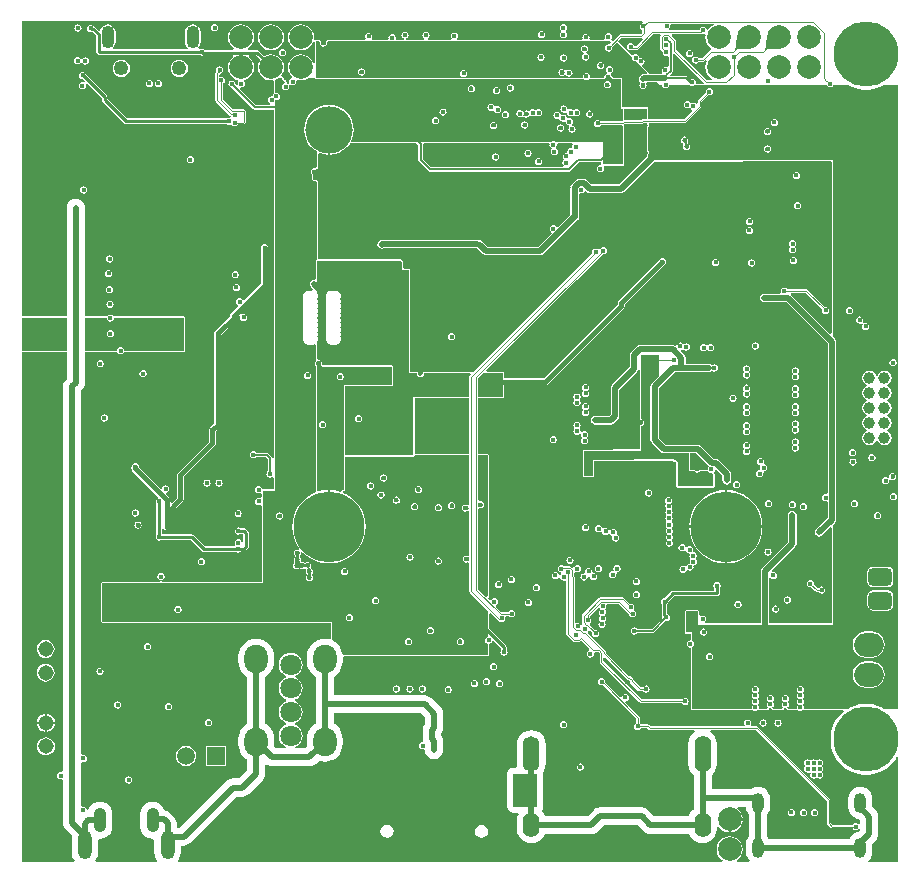
<source format=gbr>
%TF.GenerationSoftware,Altium Limited,Altium Designer,23.11.1 (41)*%
G04 Layer_Physical_Order=3*
G04 Layer_Color=16440176*
%FSLAX45Y45*%
%MOMM*%
%TF.SameCoordinates,D78E9C2B-A710-42EA-B38E-4640A2B68151*%
%TF.FilePolarity,Positive*%
%TF.FileFunction,Copper,L3,Inr,Signal*%
%TF.Part,Single*%
G01*
G75*
%TA.AperFunction,Conductor*%
%ADD10C,0.25400*%
%ADD12C,0.10160*%
%ADD68C,0.20320*%
%ADD69C,0.12700*%
%ADD71C,0.38100*%
%ADD72C,0.50800*%
%ADD73C,0.15240*%
%TA.AperFunction,ComponentPad*%
%ADD82O,1.20000X2.40000*%
%ADD83O,1.05000X2.10000*%
%ADD84C,1.50000*%
%ADD85R,1.50000X1.50000*%
%ADD87C,1.30800*%
%ADD88O,2.00000X2.40000*%
%ADD89C,2.00000*%
%ADD90O,1.00000X1.70000*%
%ADD91C,6.00000*%
%ADD92C,5.50000*%
%ADD93O,1.10000X1.90000*%
%ADD94C,1.25000*%
%ADD95C,1.00000*%
%ADD96O,1.40000X3.00000*%
%ADD97O,1.40000X3.10000*%
%ADD98O,1.40000X2.10000*%
%ADD99C,1.80000*%
G04:AMPARAMS|DCode=100|XSize=1.5mm|YSize=2mm|CornerRadius=0.375mm|HoleSize=0mm|Usage=FLASHONLY|Rotation=90.000|XOffset=0mm|YOffset=0mm|HoleType=Round|Shape=RoundedRectangle|*
%AMROUNDEDRECTD100*
21,1,1.50000,1.25000,0,0,90.0*
21,1,0.75000,2.00000,0,0,90.0*
1,1,0.75000,0.62500,0.37500*
1,1,0.75000,0.62500,-0.37500*
1,1,0.75000,-0.62500,-0.37500*
1,1,0.75000,-0.62500,0.37500*
%
%ADD100ROUNDEDRECTD100*%
%ADD101O,2.50000X2.00000*%
%TA.AperFunction,ViaPad*%
%ADD102C,0.40000*%
%TA.AperFunction,Conductor*%
%ADD103C,0.50000*%
%TA.AperFunction,ComponentPad*%
%ADD104C,4.00000*%
G36*
X5896239Y7125767D02*
X5880445Y7119225D01*
X5857433Y7101567D01*
X5846878Y7087811D01*
X5833299Y7090977D01*
X5832996Y7092498D01*
X5826331Y7102475D01*
X5816354Y7109140D01*
X5804587Y7111481D01*
X5792819Y7109140D01*
X5782842Y7102475D01*
X5776177Y7092498D01*
X5774108Y7082098D01*
X5517749D01*
X5513896Y7094798D01*
X5517440Y7097166D01*
X5524106Y7107142D01*
X5526447Y7118910D01*
X5525083Y7125767D01*
X5533013Y7138467D01*
X5893713D01*
X5896239Y7125767D01*
D02*
G37*
G36*
X5297070Y7148455D02*
X5295567Y7146580D01*
X5286678Y7144812D01*
X5276702Y7138146D01*
X5270036Y7128170D01*
X5267695Y7116402D01*
X5270036Y7104634D01*
X5276702Y7094658D01*
X5286678Y7087992D01*
X5289570Y7087417D01*
Y7062598D01*
X5276050Y7049078D01*
X5105426D01*
X5093761Y7044246D01*
X5041818Y6992302D01*
X5029247Y6996326D01*
X5026915Y7006583D01*
X5027520Y7010443D01*
X5027624Y7010745D01*
X5030363Y7014845D01*
X5032704Y7026613D01*
X5030363Y7038380D01*
X5023697Y7048357D01*
X5013721Y7055022D01*
X5001953Y7057363D01*
X4990185Y7055022D01*
X4980209Y7048357D01*
X4973543Y7038380D01*
X4971202Y7026613D01*
X4973543Y7014845D01*
X4975279Y7012247D01*
X4968491Y6999547D01*
X4848293D01*
X4841504Y7012247D01*
X4841591Y7012376D01*
X4843932Y7024144D01*
X4841591Y7035912D01*
X4834925Y7045888D01*
X4824949Y7052554D01*
X4813181Y7054894D01*
X4801413Y7052554D01*
X4791437Y7045888D01*
X4784771Y7035912D01*
X4782430Y7024144D01*
X4784771Y7012376D01*
X4784857Y7012247D01*
X4778069Y6999547D01*
X4712182D01*
X3724930D01*
X3721321Y7008281D01*
X3720472Y7012247D01*
X3726650Y7021492D01*
X3728991Y7033260D01*
X3726650Y7045028D01*
X3719984Y7055004D01*
X3710008Y7061670D01*
X3698240Y7064011D01*
X3686472Y7061670D01*
X3676496Y7055004D01*
X3669830Y7045028D01*
X3667489Y7033260D01*
X3669830Y7021492D01*
X3676008Y7012247D01*
X3675159Y7008281D01*
X3671550Y6999546D01*
X3478567D01*
X3474715Y7012247D01*
X3481224Y7016596D01*
X3487890Y7026572D01*
X3490231Y7038340D01*
X3487890Y7050108D01*
X3481224Y7060084D01*
X3471248Y7066750D01*
X3459480Y7069091D01*
X3447712Y7066750D01*
X3437736Y7060084D01*
X3431070Y7050108D01*
X3428729Y7038340D01*
X3431070Y7026572D01*
X3437736Y7016596D01*
X3444245Y7012247D01*
X3440393Y6999546D01*
X3293574D01*
X3292323Y7012246D01*
X3293448Y7012470D01*
X3303424Y7019136D01*
X3310090Y7029112D01*
X3312431Y7040880D01*
X3310090Y7052648D01*
X3303424Y7062624D01*
X3293448Y7069290D01*
X3281680Y7071631D01*
X3269912Y7069290D01*
X3259936Y7062624D01*
X3253270Y7052648D01*
X3250929Y7040880D01*
X3253270Y7029112D01*
X3259936Y7019136D01*
X3269912Y7012470D01*
X3271037Y7012246D01*
X3269786Y6999546D01*
X3208804D01*
X3201557Y7012247D01*
X3203211Y7020560D01*
X3200870Y7032328D01*
X3194204Y7042304D01*
X3184228Y7048970D01*
X3172460Y7051311D01*
X3160692Y7048970D01*
X3150716Y7042304D01*
X3144050Y7032328D01*
X3141709Y7020560D01*
X3143363Y7012247D01*
X3136116Y6999546D01*
X3003895D01*
X3002411Y7001338D01*
X2998270Y7012247D01*
X3002750Y7018952D01*
X3005091Y7030720D01*
X3002750Y7042488D01*
X2996084Y7052464D01*
X2986108Y7059130D01*
X2974340Y7061471D01*
X2962572Y7059130D01*
X2952596Y7052464D01*
X2945930Y7042488D01*
X2943589Y7030720D01*
X2945930Y7018952D01*
X2950410Y7012247D01*
X2946269Y7001338D01*
X2944785Y6999546D01*
X2631577D01*
X2631031Y6999320D01*
X2630465Y6999490D01*
X2627213Y6997739D01*
X2623801Y6996325D01*
X2623575Y6995779D01*
X2623054Y6995499D01*
X2612698Y6982799D01*
X2612539Y6982267D01*
X2612077Y6981959D01*
X2611351Y6978306D01*
X2610280Y6974737D01*
X2610410Y6974495D01*
X2608857Y6966685D01*
X2604621Y6960346D01*
X2598283Y6956111D01*
X2590806Y6954624D01*
X2583329Y6956111D01*
X2576990Y6960346D01*
X2572755Y6966685D01*
X2571201Y6974495D01*
X2571331Y6974737D01*
X2570261Y6978306D01*
X2569534Y6981959D01*
X2569073Y6982267D01*
X2568914Y6982799D01*
X2558557Y6995499D01*
X2558037Y6995779D01*
X2557811Y6996325D01*
X2554398Y6997739D01*
X2551147Y6999490D01*
X2550581Y6999320D01*
X2550035Y6999546D01*
X2527714D01*
X2520520Y6996566D01*
X2508336Y7001316D01*
X2511190Y7023000D01*
X2507404Y7051758D01*
X2496304Y7078555D01*
X2478647Y7101567D01*
X2455635Y7119225D01*
X2428837Y7130325D01*
X2400080Y7134111D01*
X2371322Y7130325D01*
X2344524Y7119225D01*
X2321513Y7101567D01*
X2303855Y7078555D01*
X2292755Y7051758D01*
X2288969Y7023000D01*
X2292755Y6994243D01*
X2303855Y6967445D01*
X2321513Y6944433D01*
X2344524Y6926776D01*
X2371322Y6915676D01*
X2400080Y6911890D01*
X2428837Y6915676D01*
X2455635Y6926776D01*
X2478647Y6944433D01*
X2496304Y6967445D01*
X2504017Y6986065D01*
X2516717Y6983539D01*
Y6808461D01*
X2504017Y6805935D01*
X2496304Y6824555D01*
X2478647Y6847567D01*
X2455635Y6865225D01*
X2428837Y6876325D01*
X2400080Y6880111D01*
X2371322Y6876325D01*
X2344524Y6865225D01*
X2321513Y6847567D01*
X2303855Y6824555D01*
X2292755Y6797758D01*
X2288969Y6769000D01*
X2292755Y6740243D01*
X2303855Y6713445D01*
X2321513Y6690433D01*
X2321878Y6690153D01*
X2318712Y6676574D01*
X2317682Y6676369D01*
X2307706Y6669704D01*
X2301040Y6659727D01*
X2298699Y6647960D01*
X2300753Y6637634D01*
X2297615Y6633941D01*
X2290460Y6629237D01*
X2284301Y6633352D01*
X2279525Y6634302D01*
X2279238Y6634839D01*
Y6647788D01*
X2278011Y6650751D01*
X2277385Y6653898D01*
X2276448Y6654523D01*
X2276017Y6655564D01*
X2273054Y6656792D01*
X2270387Y6658574D01*
X2265183Y6659609D01*
X2258844Y6663844D01*
X2254609Y6670183D01*
X2252925Y6678648D01*
X2251143Y6681315D01*
X2249915Y6684278D01*
X2248875Y6684709D01*
X2248249Y6685646D01*
X2245102Y6686272D01*
X2242139Y6687499D01*
X2238404D01*
X2232141Y6700199D01*
X2242304Y6713445D01*
X2253404Y6740243D01*
X2257190Y6769000D01*
X2253404Y6797758D01*
X2242304Y6824555D01*
X2224647Y6847567D01*
X2201635Y6865225D01*
X2174837Y6876325D01*
X2146080Y6880111D01*
X2117322Y6876325D01*
X2090620Y6865264D01*
X2045863Y6910022D01*
X2038301Y6915074D01*
X2029382Y6916848D01*
X1955560D01*
X1951249Y6929548D01*
X1970647Y6944433D01*
X1988304Y6967445D01*
X1999404Y6994243D01*
X2003190Y7023000D01*
X1999404Y7051758D01*
X1988304Y7078555D01*
X1970647Y7101567D01*
X1947635Y7119225D01*
X1920837Y7130325D01*
X1892080Y7134111D01*
X1863322Y7130325D01*
X1836524Y7119225D01*
X1813513Y7101567D01*
X1795855Y7078555D01*
X1784755Y7051758D01*
X1780969Y7023000D01*
X1784755Y6994243D01*
X1795855Y6967445D01*
X1813513Y6944433D01*
X1832910Y6929548D01*
X1828599Y6916848D01*
X1583958D01*
X1581827Y6920037D01*
X1571851Y6926702D01*
X1560083Y6929043D01*
X1548315Y6926702D01*
X1542093Y6922545D01*
X1533772Y6924285D01*
X1530006Y6937403D01*
X1531474Y6938530D01*
X1541919Y6952142D01*
X1548485Y6967993D01*
X1550724Y6985003D01*
Y7065003D01*
X1548485Y7082013D01*
X1541919Y7097864D01*
X1531474Y7111475D01*
X1517863Y7121920D01*
X1502012Y7128486D01*
X1485002Y7130725D01*
X1467992Y7128486D01*
X1452141Y7121920D01*
X1438529Y7111475D01*
X1428085Y7097864D01*
X1421519Y7082013D01*
X1419280Y7065003D01*
Y6985003D01*
X1421519Y6967993D01*
X1428085Y6952142D01*
X1438529Y6938530D01*
X1444042Y6934300D01*
X1439731Y6921600D01*
X810273D01*
X805962Y6934300D01*
X811474Y6938530D01*
X821919Y6952142D01*
X828484Y6967993D01*
X830724Y6985003D01*
Y7065003D01*
X828484Y7082013D01*
X821919Y7097864D01*
X811474Y7111475D01*
X797863Y7121920D01*
X782012Y7128486D01*
X765002Y7130725D01*
X747992Y7128486D01*
X732141Y7121920D01*
X718529Y7111475D01*
X708085Y7097864D01*
X702407Y7084158D01*
X689786Y7078818D01*
X655363Y7113241D01*
X647801Y7118294D01*
X643971Y7119056D01*
X642895Y7120666D01*
X632918Y7127332D01*
X621151Y7129673D01*
X609383Y7127332D01*
X599406Y7120666D01*
X592741Y7110690D01*
X590400Y7098922D01*
X592741Y7087154D01*
X599406Y7077178D01*
X609383Y7070512D01*
X621151Y7068171D01*
X632292Y7070388D01*
X663834Y7038845D01*
Y6903492D01*
X665608Y6894573D01*
X670661Y6887011D01*
X675860Y6881811D01*
X683422Y6876759D01*
X692342Y6874985D01*
X1540679D01*
X1548315Y6869883D01*
X1560083Y6867542D01*
X1571851Y6869883D01*
X1572375Y6870233D01*
X1822189D01*
X1826500Y6857533D01*
X1813513Y6847567D01*
X1795855Y6824555D01*
X1784755Y6797758D01*
X1780969Y6769000D01*
X1784755Y6740243D01*
X1795855Y6713445D01*
X1813513Y6690433D01*
X1836524Y6672776D01*
X1863322Y6661676D01*
X1866726Y6661228D01*
X1867803Y6659925D01*
X1871829Y6647746D01*
X1867866Y6641815D01*
X1865526Y6630047D01*
X1866619Y6624551D01*
X1855412Y6618560D01*
X1846687Y6626765D01*
X1846888Y6627772D01*
X1844547Y6639540D01*
X1837881Y6649517D01*
X1827905Y6656182D01*
X1816137Y6658523D01*
X1804369Y6656182D01*
X1794393Y6649517D01*
X1787727Y6639540D01*
X1785386Y6627772D01*
X1787727Y6616005D01*
X1794393Y6606028D01*
X1804369Y6599362D01*
X1816137Y6597022D01*
X1817347Y6597262D01*
X1997979Y6416631D01*
X1997979Y6416630D01*
X2004701Y6412139D01*
X2012629Y6410562D01*
X2169329D01*
X2169328Y3462051D01*
X2156628Y3460801D01*
X2155691Y3465515D01*
X2151761Y3471396D01*
X2122919Y3500239D01*
X2117037Y3504168D01*
X2110100Y3505548D01*
X2022500D01*
X2020084Y3509164D01*
X2010108Y3515830D01*
X1998340Y3518171D01*
X1986572Y3515830D01*
X1976596Y3509164D01*
X1969930Y3499188D01*
X1967589Y3487420D01*
X1969930Y3475652D01*
X1976596Y3465676D01*
X1986572Y3459010D01*
X1998340Y3456669D01*
X2010108Y3459010D01*
X2020084Y3465676D01*
X2022500Y3469292D01*
X2102591D01*
X2120814Y3451069D01*
Y3348969D01*
X2117198Y3346553D01*
X2110532Y3336577D01*
X2108192Y3324809D01*
X2110532Y3313041D01*
X2117198Y3303065D01*
X2127175Y3296399D01*
X2138942Y3294058D01*
X2150710Y3296399D01*
X2156628Y3300354D01*
X2169045Y3295001D01*
X2169328Y3294728D01*
Y3195459D01*
X2079111D01*
X2073703Y3198350D01*
X2072470Y3204548D01*
X2065804Y3214524D01*
X2055828Y3221190D01*
X2044060Y3223531D01*
X2032292Y3221190D01*
X2022316Y3214524D01*
X2015650Y3204548D01*
X2013309Y3192780D01*
X2015650Y3181012D01*
X2022316Y3171036D01*
X2032292Y3164370D01*
X2044060Y3162029D01*
X2055413Y3164288D01*
X2055865Y3164348D01*
X2068113Y3157305D01*
Y3128497D01*
X2055865Y3121454D01*
X2055413Y3121514D01*
X2044060Y3123773D01*
X2032292Y3121432D01*
X2022316Y3114766D01*
X2015650Y3104790D01*
X2013309Y3093022D01*
X2015650Y3081254D01*
X2022316Y3071278D01*
X2032292Y3064612D01*
X2044060Y3062271D01*
X2055413Y3064530D01*
X2055865Y3064590D01*
X2068113Y3057547D01*
Y2413439D01*
X1220839D01*
X1219588Y2426139D01*
X1227788Y2427770D01*
X1237764Y2434436D01*
X1244430Y2444412D01*
X1246771Y2456180D01*
X1244430Y2467948D01*
X1237764Y2477924D01*
X1227788Y2484590D01*
X1216020Y2486931D01*
X1204252Y2484590D01*
X1194276Y2477924D01*
X1187610Y2467948D01*
X1185269Y2456180D01*
X1187610Y2444412D01*
X1194276Y2434436D01*
X1204252Y2427770D01*
X1212452Y2426139D01*
X1211201Y2413439D01*
X720211D01*
X712434Y2410218D01*
X709213Y2402442D01*
Y2077211D01*
X710121Y2075020D01*
X710203Y2072650D01*
X710205Y2072648D01*
X711269Y2070314D01*
X712733Y2068948D01*
X713499Y2067098D01*
X715690Y2066191D01*
X717419Y2064579D01*
X717425Y2064573D01*
X719427Y2064643D01*
X721276Y2063877D01*
X2653986D01*
Y1932779D01*
X2643785Y1925214D01*
X2632562Y1928618D01*
X2603000Y1931530D01*
X2573438Y1928618D01*
X2545012Y1919996D01*
X2518814Y1905993D01*
X2495852Y1887148D01*
X2477007Y1864186D01*
X2463004Y1837988D01*
X2454381Y1809562D01*
X2451470Y1780000D01*
Y1740000D01*
X2454381Y1710438D01*
X2463004Y1682012D01*
X2477007Y1655815D01*
X2495852Y1632852D01*
X2518814Y1614008D01*
X2526142Y1610091D01*
Y1374140D01*
Y1209909D01*
X2518814Y1205993D01*
X2495852Y1187148D01*
X2477007Y1164186D01*
X2463004Y1137988D01*
X2454381Y1109562D01*
X2451470Y1080000D01*
Y1040000D01*
X2453517Y1019211D01*
X2438264Y1003958D01*
X2351908D01*
X2349382Y1016658D01*
X2363512Y1022511D01*
X2384435Y1038565D01*
X2400489Y1059488D01*
X2410582Y1083853D01*
X2414024Y1110000D01*
X2410582Y1136147D01*
X2400489Y1160512D01*
X2384435Y1181435D01*
X2363512Y1197490D01*
X2349902Y1203127D01*
Y1216873D01*
X2363512Y1222511D01*
X2384435Y1238565D01*
X2400489Y1259488D01*
X2410582Y1283853D01*
X2414024Y1310000D01*
X2410582Y1336147D01*
X2400489Y1360512D01*
X2384435Y1381435D01*
X2363512Y1397490D01*
X2349902Y1403127D01*
Y1416873D01*
X2363512Y1422511D01*
X2384435Y1438565D01*
X2400489Y1459488D01*
X2410582Y1483853D01*
X2414024Y1510000D01*
X2410582Y1536147D01*
X2400489Y1560512D01*
X2384435Y1581435D01*
X2363512Y1597490D01*
X2349902Y1603127D01*
Y1616874D01*
X2363512Y1622511D01*
X2384435Y1638565D01*
X2400489Y1659488D01*
X2410582Y1683853D01*
X2414024Y1710000D01*
X2410582Y1736147D01*
X2400489Y1760513D01*
X2384435Y1781435D01*
X2363512Y1797490D01*
X2339147Y1807582D01*
X2313000Y1811025D01*
X2286853Y1807582D01*
X2262487Y1797490D01*
X2241565Y1781435D01*
X2225510Y1760513D01*
X2215418Y1736147D01*
X2211976Y1710000D01*
X2215418Y1683853D01*
X2225510Y1659488D01*
X2241565Y1638565D01*
X2262487Y1622511D01*
X2276097Y1616874D01*
Y1603127D01*
X2262487Y1597490D01*
X2241565Y1581435D01*
X2225510Y1560512D01*
X2215418Y1536147D01*
X2211976Y1510000D01*
X2215418Y1483853D01*
X2225510Y1459488D01*
X2241565Y1438565D01*
X2262487Y1422511D01*
X2276097Y1416873D01*
Y1403127D01*
X2262487Y1397490D01*
X2241565Y1381435D01*
X2225510Y1360512D01*
X2215418Y1336147D01*
X2211976Y1310000D01*
X2215418Y1283853D01*
X2225510Y1259488D01*
X2241565Y1238565D01*
X2262487Y1222511D01*
X2276097Y1216873D01*
Y1203127D01*
X2262487Y1197490D01*
X2241565Y1181435D01*
X2225510Y1160512D01*
X2215418Y1136147D01*
X2211976Y1110000D01*
X2215418Y1083853D01*
X2225510Y1059488D01*
X2241565Y1038565D01*
X2262487Y1022511D01*
X2276617Y1016658D01*
X2274091Y1003958D01*
X2190196D01*
X2172702Y1021451D01*
X2174529Y1040000D01*
Y1080000D01*
X2171618Y1109562D01*
X2162995Y1137988D01*
X2148992Y1164186D01*
X2130147Y1187148D01*
X2107185Y1205993D01*
X2099857Y1209909D01*
Y1610091D01*
X2107185Y1614008D01*
X2130147Y1632852D01*
X2148992Y1655815D01*
X2162995Y1682012D01*
X2171618Y1710438D01*
X2174529Y1740000D01*
Y1780000D01*
X2171618Y1809562D01*
X2162995Y1837988D01*
X2148992Y1864186D01*
X2130147Y1887148D01*
X2107185Y1905993D01*
X2080987Y1919996D01*
X2052562Y1928618D01*
X2023000Y1931530D01*
X1993437Y1928618D01*
X1965012Y1919996D01*
X1938814Y1905993D01*
X1915852Y1887148D01*
X1897007Y1864186D01*
X1883004Y1837988D01*
X1874381Y1809562D01*
X1871470Y1780000D01*
Y1740000D01*
X1874381Y1710438D01*
X1883004Y1682012D01*
X1897007Y1655815D01*
X1915852Y1632852D01*
X1938814Y1614008D01*
X1946142Y1610091D01*
Y1209909D01*
X1938814Y1205993D01*
X1915852Y1187148D01*
X1897007Y1164186D01*
X1883004Y1137988D01*
X1874381Y1109562D01*
X1871470Y1080000D01*
Y1040000D01*
X1874381Y1010438D01*
X1883004Y982012D01*
X1897007Y955815D01*
X1915852Y932852D01*
X1938814Y914008D01*
X1946142Y910091D01*
Y820551D01*
X1873022Y747432D01*
X1823096D01*
X1823094Y747432D01*
X1803202Y744813D01*
X1784665Y737135D01*
X1768748Y724921D01*
X1768747Y724920D01*
X1375745Y331918D01*
X1348238D01*
Y368820D01*
X1345619Y388712D01*
X1337941Y407249D01*
X1325727Y423167D01*
X1293227Y455667D01*
X1277309Y467881D01*
X1258772Y475559D01*
X1242292Y477729D01*
X1234112Y497476D01*
X1217554Y519054D01*
X1195976Y535612D01*
X1170847Y546021D01*
X1143880Y549571D01*
X1116913Y546021D01*
X1091784Y535612D01*
X1070205Y519054D01*
X1053648Y497476D01*
X1043239Y472347D01*
X1039689Y445380D01*
Y340380D01*
X1043239Y313413D01*
X1053648Y288284D01*
X1070205Y266705D01*
X1091784Y250148D01*
X1116913Y239739D01*
X1143880Y236189D01*
X1150076Y237004D01*
X1159624Y228630D01*
Y122880D01*
X1163432Y93955D01*
X1174597Y67002D01*
X1185462Y52842D01*
X1179199Y40142D01*
X663561D01*
X657298Y52842D01*
X668163Y67002D01*
X679328Y93955D01*
X683136Y122880D01*
Y228630D01*
X692684Y237004D01*
X698880Y236189D01*
X725847Y239739D01*
X750976Y250148D01*
X772554Y266705D01*
X789112Y288284D01*
X799521Y313413D01*
X803071Y340380D01*
Y445380D01*
X799521Y472347D01*
X789112Y497476D01*
X772554Y519054D01*
X750976Y535612D01*
X725847Y546021D01*
X698880Y549571D01*
X671913Y546021D01*
X646784Y535612D01*
X625206Y519054D01*
X608648Y497476D01*
X600668Y478211D01*
X596372Y478415D01*
X588126Y481119D01*
X586250Y490553D01*
X579584Y500529D01*
X569608Y507195D01*
X557840Y509536D01*
X551198Y508214D01*
X538498Y516245D01*
Y879480D01*
X551198Y887511D01*
X557840Y886189D01*
X569608Y888530D01*
X579584Y895196D01*
X586250Y905172D01*
X588591Y916940D01*
X586250Y928708D01*
X579584Y938684D01*
X569608Y945350D01*
X557840Y947691D01*
X551198Y946369D01*
X538498Y954400D01*
Y4034704D01*
X549007Y4045213D01*
X561221Y4061131D01*
X568899Y4079667D01*
X571518Y4099560D01*
X571518Y4099562D01*
Y4357803D01*
X842369D01*
X842876Y4358013D01*
X844710Y4357032D01*
X851376Y4347056D01*
X861352Y4340390D01*
X873120Y4338049D01*
X884888Y4340390D01*
X894864Y4347056D01*
X901530Y4357032D01*
X903364Y4358013D01*
X903871Y4357803D01*
X1411600D01*
X1419376Y4361024D01*
X1422597Y4368800D01*
Y4648200D01*
X1419376Y4655976D01*
X1411600Y4659197D01*
X819595D01*
X819054Y4658981D01*
X818517Y4659144D01*
X815170Y4657428D01*
X808504Y4667404D01*
X798528Y4674070D01*
X786760Y4676411D01*
X774992Y4674070D01*
X765016Y4667404D01*
X758350Y4657428D01*
X755003Y4659144D01*
X754465Y4658981D01*
X753924Y4659197D01*
X571518D01*
Y5577840D01*
X568899Y5597732D01*
X561221Y5616269D01*
X549007Y5632187D01*
X533089Y5644401D01*
X514552Y5652079D01*
X494660Y5654698D01*
X474768Y5652079D01*
X456231Y5644401D01*
X440313Y5632187D01*
X428099Y5616269D01*
X420421Y5597732D01*
X417802Y5577840D01*
Y4659197D01*
X38205D01*
Y7161155D01*
X5290974D01*
X5297070Y7148455D01*
D02*
G37*
G36*
X5445355Y7037373D02*
X5443061Y7035078D01*
X5438229Y7023414D01*
Y6933931D01*
X5443061Y6922266D01*
X5464590Y6900738D01*
X5463358Y6894547D01*
X5465699Y6882779D01*
X5472365Y6872803D01*
X5482341Y6866137D01*
X5494109Y6863796D01*
X5501085Y6865184D01*
X5513786Y6857310D01*
Y6776275D01*
X5501086Y6769486D01*
X5498174Y6771432D01*
X5486406Y6773773D01*
X5474638Y6771432D01*
X5464662Y6764766D01*
X5457996Y6754790D01*
X5455655Y6743022D01*
X5457996Y6731254D01*
X5461547Y6725939D01*
X5455574Y6713239D01*
X5348333D01*
X5342289Y6724972D01*
X5341452Y6726993D01*
Y6729180D01*
X5339905Y6730727D01*
X5339068Y6732748D01*
X5292254Y6779563D01*
X5295367Y6794410D01*
X5300515Y6797850D01*
X5307181Y6807827D01*
X5309522Y6819594D01*
X5307181Y6831362D01*
X5300515Y6841339D01*
X5290539Y6848004D01*
X5278771Y6850345D01*
X5277548Y6850102D01*
X5266696Y6849074D01*
X5263751Y6859321D01*
X5263465Y6860758D01*
X5256800Y6870734D01*
X5246823Y6877400D01*
X5235056Y6879741D01*
X5223288Y6877400D01*
X5213312Y6870735D01*
X5202179Y6869638D01*
X5083994Y6987822D01*
X5112258Y7016086D01*
X5282883D01*
X5285870Y7017324D01*
X5293064Y7006557D01*
X5238510Y6952003D01*
X5220457D01*
X5219866Y6954973D01*
X5213200Y6964950D01*
X5203224Y6971615D01*
X5191456Y6973956D01*
X5179688Y6971615D01*
X5169712Y6964950D01*
X5163046Y6954973D01*
X5160705Y6943206D01*
X5163046Y6931438D01*
X5169712Y6921461D01*
X5179688Y6914796D01*
X5191456Y6912455D01*
X5203224Y6914796D01*
X5209533Y6919011D01*
X5245342D01*
X5257007Y6923843D01*
X5382270Y7049106D01*
X5440495D01*
X5445355Y7037373D01*
D02*
G37*
G36*
X5026332Y6976816D02*
X5011209Y6961693D01*
X5005018Y6962925D01*
X4993250Y6960584D01*
X4983274Y6953918D01*
X4976608Y6943942D01*
X4974267Y6932174D01*
X4976608Y6920406D01*
X4983274Y6910430D01*
X4993250Y6903764D01*
X5005018Y6901423D01*
X5016786Y6903764D01*
X5026762Y6910430D01*
X5033428Y6920406D01*
X5035769Y6932174D01*
X5034537Y6938365D01*
X5076218Y6980046D01*
X5204797Y6851467D01*
X5204305Y6848990D01*
X5206646Y6837222D01*
X5213311Y6827246D01*
X5223288Y6820580D01*
X5235056Y6818239D01*
X5237532Y6818732D01*
X5254234Y6802030D01*
X5257027Y6797850D01*
X5261206Y6795058D01*
X5331292Y6724972D01*
X5326432Y6713239D01*
X5306404D01*
X5306403Y6713239D01*
X5292528Y6710479D01*
X5280765Y6702619D01*
X5280765Y6702619D01*
X5273583Y6695436D01*
X5265723Y6683674D01*
X5262963Y6669799D01*
X5265723Y6655924D01*
X5273583Y6644162D01*
X5270807Y6630742D01*
X5267701Y6626094D01*
X5265360Y6614326D01*
X5267701Y6602558D01*
X5274367Y6592582D01*
X5284343Y6585916D01*
X5296111Y6583575D01*
X5307879Y6585916D01*
X5317855Y6592582D01*
X5324521Y6602558D01*
X5326862Y6614326D01*
X5324521Y6626094D01*
X5323334Y6627870D01*
X5323270Y6628099D01*
X5330019Y6640725D01*
X5415539D01*
X5440722Y6615542D01*
X5459301D01*
X5460536Y6609334D01*
X5467202Y6599358D01*
X5477178Y6592692D01*
X5488946Y6590351D01*
X5500714Y6592692D01*
X5510690Y6599358D01*
X5517356Y6609334D01*
X5518591Y6615542D01*
X5696688D01*
X5702444Y6611696D01*
X5714212Y6609355D01*
X5725980Y6611696D01*
X5731736Y6615542D01*
X6854616Y6615542D01*
X6860247Y6607113D01*
X6870224Y6600447D01*
X6881992Y6598106D01*
X6893759Y6600447D01*
X6903736Y6607113D01*
X6909367Y6615542D01*
X7042606D01*
X7051580Y6610360D01*
X7087913Y6595311D01*
X7125899Y6585133D01*
X7164888Y6580000D01*
X7204214D01*
X7243204Y6585133D01*
X7281190Y6595311D01*
X7317523Y6610360D01*
X7326497Y6615542D01*
X7459858D01*
Y1337422D01*
X7338682D01*
X7317523Y1349639D01*
X7281190Y1364688D01*
X7243204Y1374866D01*
X7204214Y1380000D01*
X7164888D01*
X7125899Y1374866D01*
X7087913Y1364688D01*
X7051580Y1349639D01*
X7030421Y1337422D01*
X6665962D01*
X6657905Y1347239D01*
X6658134Y1348393D01*
X6655793Y1360160D01*
X6649127Y1370136D01*
Y1377449D01*
X6655793Y1387425D01*
X6658134Y1399193D01*
X6655793Y1410960D01*
X6649127Y1420936D01*
Y1428249D01*
X6655793Y1438225D01*
X6658134Y1449993D01*
X6655793Y1461760D01*
X6649127Y1471736D01*
Y1479049D01*
X6655793Y1489025D01*
X6658134Y1500793D01*
X6655793Y1512560D01*
X6649127Y1522537D01*
X6639151Y1529202D01*
X6627383Y1531543D01*
X6615615Y1529202D01*
X6605639Y1522537D01*
X6598973Y1512560D01*
X6596632Y1500793D01*
X6598973Y1489025D01*
X6605639Y1479049D01*
Y1471736D01*
X6598973Y1461760D01*
X6596632Y1449993D01*
X6598973Y1438225D01*
X6605639Y1428249D01*
Y1420936D01*
X6598973Y1410960D01*
X6596632Y1399193D01*
X6598973Y1387425D01*
X6605639Y1377449D01*
Y1370136D01*
X6598973Y1360160D01*
X6596632Y1348393D01*
X6596862Y1347239D01*
X6588805Y1337422D01*
X6523097D01*
X6519245Y1350122D01*
X6522127Y1352048D01*
X6528793Y1362025D01*
X6531134Y1373793D01*
X6528793Y1385560D01*
X6522127Y1395536D01*
Y1402849D01*
X6528793Y1412825D01*
X6531134Y1424593D01*
X6528793Y1436360D01*
X6522127Y1446337D01*
X6512151Y1453002D01*
X6500383Y1455343D01*
X6488615Y1453002D01*
X6478639Y1446337D01*
X6471973Y1436360D01*
X6469632Y1424593D01*
X6471973Y1412825D01*
X6478639Y1402849D01*
Y1395536D01*
X6471973Y1385560D01*
X6469632Y1373793D01*
X6471973Y1362025D01*
X6478639Y1352048D01*
X6481522Y1350122D01*
X6477670Y1337422D01*
X6396097D01*
X6392245Y1350122D01*
X6395127Y1352048D01*
X6401793Y1362025D01*
X6404134Y1373793D01*
X6401793Y1385560D01*
X6395127Y1395536D01*
Y1402849D01*
X6401793Y1412825D01*
X6404134Y1424593D01*
X6401793Y1436360D01*
X6395127Y1446337D01*
X6385151Y1453002D01*
X6373383Y1455343D01*
X6361615Y1453002D01*
X6351639Y1446337D01*
X6344973Y1436360D01*
X6342632Y1424593D01*
X6344973Y1412825D01*
X6351639Y1402849D01*
Y1395536D01*
X6344973Y1385560D01*
X6342632Y1373793D01*
X6344973Y1362025D01*
X6351639Y1352048D01*
X6354522Y1350122D01*
X6350670Y1337422D01*
X6284962D01*
X6276905Y1347239D01*
X6277134Y1348393D01*
X6274793Y1360160D01*
X6268127Y1370136D01*
Y1377449D01*
X6274793Y1387425D01*
X6277134Y1399193D01*
X6274793Y1410960D01*
X6268127Y1420936D01*
Y1428249D01*
X6274793Y1438225D01*
X6277134Y1449993D01*
X6274793Y1461760D01*
X6268127Y1471736D01*
Y1479049D01*
X6274793Y1489025D01*
X6277134Y1500793D01*
X6274793Y1512560D01*
X6268127Y1522537D01*
X6258151Y1529202D01*
X6246383Y1531543D01*
X6234615Y1529202D01*
X6224639Y1522537D01*
X6217973Y1512560D01*
X6215632Y1500793D01*
X6217973Y1489025D01*
X6224639Y1479049D01*
Y1471736D01*
X6217973Y1461760D01*
X6215632Y1449993D01*
X6217973Y1438225D01*
X6224639Y1428249D01*
Y1420936D01*
X6217973Y1410960D01*
X6215632Y1399193D01*
X6217973Y1387425D01*
X6224639Y1377449D01*
Y1370136D01*
X6217973Y1360160D01*
X6215632Y1348393D01*
X6215862Y1347239D01*
X6207805Y1337422D01*
X5711311D01*
Y1860537D01*
X5717909Y1864945D01*
X5724575Y1874922D01*
X5726916Y1886689D01*
X5724575Y1898457D01*
X5717909Y1908434D01*
X5711311Y1912842D01*
Y1983393D01*
X5662183D01*
Y2161193D01*
X5763783D01*
Y2048622D01*
X6905111D01*
Y2894975D01*
X6923636Y2913501D01*
X6923637Y2913502D01*
X6931496Y2925264D01*
X6934256Y2939139D01*
Y4444998D01*
X6934257Y4445000D01*
X6931496Y4458874D01*
X6923637Y4470637D01*
X6905111Y4489164D01*
Y5058396D01*
X6907079Y5068292D01*
X6905111Y5078188D01*
Y5985622D01*
X5351014Y5979330D01*
X5342016Y5988293D01*
Y6030156D01*
X5345636Y6035574D01*
X5347977Y6047342D01*
X5345636Y6059110D01*
X5342015Y6064528D01*
X5342015Y6262973D01*
X5344636Y6266895D01*
X5346977Y6278663D01*
X5345269Y6287247D01*
X5350656Y6296857D01*
X5353551Y6299947D01*
X5649425D01*
X5661090Y6304779D01*
X5786984Y6430673D01*
X5791816Y6442337D01*
Y6472707D01*
X5852949Y6533841D01*
X5859140Y6532609D01*
X5870908Y6534950D01*
X5880884Y6541616D01*
X5887550Y6551592D01*
X5889891Y6563360D01*
X5887550Y6575128D01*
X5880884Y6585104D01*
X5870908Y6591770D01*
X5859140Y6594111D01*
X5847372Y6591770D01*
X5837396Y6585104D01*
X5830730Y6575128D01*
X5828389Y6563360D01*
X5829621Y6557169D01*
X5763656Y6491204D01*
X5758824Y6479540D01*
Y6462516D01*
X5746124Y6458664D01*
X5742957Y6463404D01*
X5732981Y6470069D01*
X5721213Y6472410D01*
X5709445Y6470069D01*
X5699922Y6463706D01*
X5693721Y6472986D01*
X5683745Y6479652D01*
X5671977Y6481993D01*
X5660209Y6479652D01*
X5650233Y6472986D01*
X5643567Y6463010D01*
X5641226Y6451242D01*
X5643567Y6439474D01*
X5650233Y6429498D01*
X5660209Y6422832D01*
X5671977Y6420491D01*
X5683745Y6422832D01*
X5693269Y6429195D01*
X5699469Y6419915D01*
X5706746Y6415053D01*
X5710692Y6401038D01*
X5642593Y6332939D01*
X5342015D01*
X5342015Y6429270D01*
X5118514D01*
Y6676501D01*
X5047409D01*
X5031467Y6692442D01*
X5029676Y6701450D01*
X5026450Y6706277D01*
X5025697Y6715536D01*
X5029959Y6722057D01*
X5035390Y6725685D01*
X5042056Y6735662D01*
X5044397Y6747429D01*
X5042056Y6759197D01*
X5035390Y6769174D01*
X5025414Y6775839D01*
X5013646Y6778180D01*
X5001878Y6775839D01*
X4991902Y6769174D01*
X4985236Y6759197D01*
X4982895Y6747429D01*
X4985236Y6735662D01*
X4988461Y6730834D01*
X4989215Y6721575D01*
X4984952Y6715054D01*
X4979522Y6711426D01*
X4972856Y6701450D01*
X4970515Y6689682D01*
X4970611Y6689201D01*
X4960188Y6676501D01*
X4857164Y6676501D01*
X4856816Y6676662D01*
X4847899Y6687975D01*
X4847727Y6689201D01*
X4848547Y6693320D01*
X4846206Y6705088D01*
X4839540Y6715064D01*
X4829564Y6721730D01*
X4817796Y6724071D01*
X4806028Y6721730D01*
X4796052Y6715064D01*
X4789386Y6705088D01*
X4787045Y6693320D01*
X4787864Y6689201D01*
X4778649Y6676501D01*
X3786538Y6676502D01*
X3785287Y6689202D01*
X3788748Y6689890D01*
X3798724Y6696556D01*
X3805390Y6706532D01*
X3807731Y6718300D01*
X3805390Y6730068D01*
X3798724Y6740044D01*
X3788748Y6746710D01*
X3776980Y6749051D01*
X3765212Y6746710D01*
X3755236Y6740044D01*
X3748570Y6730068D01*
X3746229Y6718300D01*
X3748570Y6706532D01*
X3755236Y6696556D01*
X3765212Y6689890D01*
X3768673Y6689202D01*
X3767422Y6676502D01*
X2527714Y6676503D01*
Y6988549D01*
X2550035D01*
X2560391Y6975849D01*
X2560055Y6974162D01*
X2562396Y6962394D01*
X2569062Y6952418D01*
X2579038Y6945752D01*
X2590806Y6943411D01*
X2602574Y6945752D01*
X2612550Y6952418D01*
X2619216Y6962394D01*
X2621557Y6974162D01*
X2621221Y6975849D01*
X2631577Y6988549D01*
X4712182Y6988549D01*
X5021471D01*
X5026332Y6976816D01*
D02*
G37*
G36*
X6436771Y6923261D02*
X6419904Y6924281D01*
X6377564Y6924302D01*
X6366204Y6923298D01*
X6356220Y6921787D01*
X6347613Y6919769D01*
X6340384Y6917246D01*
X6334530Y6914217D01*
X6330053Y6910681D01*
X6323318Y6918315D01*
X6326387Y6922274D01*
X6329236Y6927797D01*
X6331866Y6934882D01*
X6334277Y6943530D01*
X6336469Y6953740D01*
X6340194Y6978849D01*
X6343042Y7010209D01*
X6344137Y7028233D01*
X6436771Y6923261D01*
D02*
G37*
G36*
X6182771D02*
X6165904Y6924281D01*
X6123564Y6924302D01*
X6112204Y6923298D01*
X6102220Y6921787D01*
X6093613Y6919769D01*
X6086384Y6917246D01*
X6080530Y6914217D01*
X6076053Y6910681D01*
X6069318Y6918315D01*
X6072387Y6922274D01*
X6075236Y6927797D01*
X6077866Y6934882D01*
X6080277Y6943530D01*
X6082469Y6953740D01*
X6086194Y6978849D01*
X6089042Y7010209D01*
X6090137Y7028233D01*
X6182771Y6923261D01*
D02*
G37*
G36*
X5792819Y7052321D02*
X5804587Y7049980D01*
X5816354Y7052321D01*
X5827740Y7044654D01*
X5824889Y7023000D01*
X5828675Y6994242D01*
X5839775Y6967445D01*
X5857433Y6944433D01*
X5875424Y6930628D01*
X5875624Y6927917D01*
X5872624Y6916768D01*
X5864668Y6913472D01*
X5798738Y6847543D01*
X5768198D01*
X5764692Y6852791D01*
X5754715Y6859457D01*
X5742947Y6861798D01*
X5731180Y6859457D01*
X5721203Y6852791D01*
X5714537Y6842815D01*
X5712197Y6831047D01*
X5714537Y6819279D01*
X5721203Y6809303D01*
X5731180Y6802637D01*
X5742947Y6800296D01*
X5754715Y6802637D01*
X5764692Y6809303D01*
X5768198Y6814551D01*
X5805571D01*
X5817235Y6819383D01*
X5829539Y6831686D01*
X5839775Y6824555D01*
X5828675Y6797758D01*
X5824889Y6769000D01*
X5828675Y6740242D01*
X5839775Y6713445D01*
X5857433Y6690433D01*
X5880445Y6672775D01*
X5884754Y6670990D01*
X5882228Y6658290D01*
X5836784D01*
X5579854Y6915219D01*
Y6991039D01*
X5575023Y7002703D01*
X5540353Y7037373D01*
X5545214Y7049106D01*
X5783715D01*
X5792305Y7052664D01*
X5792819Y7052321D01*
D02*
G37*
G36*
X5039633Y6668725D02*
X5047409Y6665504D01*
X5107517D01*
Y6429270D01*
X5110738Y6421493D01*
X5118514Y6418272D01*
X5126726D01*
Y6323664D01*
X5116217Y6313156D01*
X4937814D01*
X4936004Y6315864D01*
X4926028Y6322530D01*
X4914260Y6324871D01*
X4902492Y6322530D01*
X4892516Y6315864D01*
X4885850Y6305888D01*
X4883509Y6294120D01*
X4885850Y6282352D01*
X4892516Y6272376D01*
X4902492Y6265710D01*
X4914260Y6263369D01*
X4926028Y6265710D01*
X4936004Y6272376D01*
X4941208Y6280164D01*
X5116042D01*
X5124099Y6270347D01*
X5123967Y6269682D01*
X5126308Y6257915D01*
X5126726Y6257289D01*
X5126726Y5945742D01*
X4961626D01*
Y6136242D01*
X4557530D01*
X4557410Y6136420D01*
X4547434Y6143086D01*
X4535666Y6145426D01*
X4523898Y6143086D01*
X4513922Y6136420D01*
X4513803Y6136242D01*
X2833302Y6136241D01*
X2826773Y6147135D01*
X2833012Y6158808D01*
X2845030Y6198423D01*
X2849087Y6239622D01*
X2845030Y6280821D01*
X2833012Y6320436D01*
X2813498Y6356945D01*
X2787235Y6388946D01*
X2755234Y6415209D01*
X2718725Y6434724D01*
X2679109Y6446741D01*
X2637911Y6450799D01*
X2596712Y6446741D01*
X2557097Y6434724D01*
X2520587Y6415209D01*
X2488586Y6388946D01*
X2462324Y6356945D01*
X2442809Y6320436D01*
X2430792Y6280821D01*
X2426734Y6239622D01*
X2430792Y6198423D01*
X2442809Y6158808D01*
X2462324Y6122299D01*
X2488586Y6090298D01*
X2520587Y6064035D01*
X2535926Y6055837D01*
Y5920641D01*
X2523226Y5913538D01*
X2514606Y5915253D01*
X2502838Y5912912D01*
X2492862Y5906246D01*
X2486196Y5896270D01*
X2483855Y5884502D01*
X2486196Y5872734D01*
X2492862Y5862758D01*
X2493574Y5847008D01*
X2492546Y5845470D01*
X2490205Y5833702D01*
X2492546Y5821934D01*
X2499212Y5811958D01*
X2509188Y5805292D01*
X2520956Y5802951D01*
X2523226Y5803403D01*
X2535926Y5793320D01*
Y5141797D01*
X2528149Y5138576D01*
X2524928Y5130800D01*
Y4980868D01*
X2512228Y4970445D01*
X2510239Y4970841D01*
X2496520Y4968112D01*
X2484890Y4960341D01*
X2477119Y4948711D01*
X2474390Y4934992D01*
X2477119Y4921274D01*
X2484890Y4909643D01*
X2503732Y4890802D01*
X2498127Y4878446D01*
X2458900D01*
X2444034Y4875489D01*
X2431431Y4867068D01*
X2423010Y4854466D01*
X2420053Y4839600D01*
Y4819600D01*
X2422042Y4809600D01*
X2420053Y4799600D01*
Y4779600D01*
X2422042Y4769600D01*
X2420053Y4759600D01*
Y4739600D01*
X2422042Y4729600D01*
X2420053Y4719600D01*
Y4699600D01*
X2422042Y4689600D01*
X2420053Y4679600D01*
Y4659600D01*
X2422042Y4649600D01*
X2420053Y4639600D01*
Y4619600D01*
X2422042Y4609600D01*
X2420053Y4599600D01*
Y4579600D01*
X2422042Y4569600D01*
X2420053Y4559600D01*
Y4539600D01*
X2422042Y4529600D01*
X2420053Y4519600D01*
Y4499600D01*
X2422042Y4489600D01*
X2420053Y4479600D01*
Y4459600D01*
X2423010Y4444734D01*
X2431431Y4432132D01*
X2444034Y4423711D01*
X2458900Y4420754D01*
X2502900D01*
X2512228Y4422609D01*
X2524928Y4414385D01*
X2524929Y4303116D01*
X2525148Y4302586D01*
X2524981Y4302038D01*
X2526731Y4298766D01*
X2528149Y4295339D01*
X2527457Y4283387D01*
X2521110Y4273888D01*
X2518769Y4262120D01*
X2521110Y4250352D01*
X2527776Y4240376D01*
X2528233Y4240071D01*
X2525313Y4233022D01*
X2525313Y3191622D01*
X2528534Y3183846D01*
X2528568Y3183832D01*
Y3170085D01*
X2496666Y3156871D01*
X2455040Y3131363D01*
X2417916Y3099656D01*
X2386210Y3062533D01*
X2360702Y3020907D01*
X2342019Y2975803D01*
X2330622Y2928332D01*
X2326792Y2879662D01*
X2330622Y2830992D01*
X2342019Y2783521D01*
X2360702Y2738417D01*
X2386210Y2696791D01*
X2387895Y2694818D01*
X2383763Y2687759D01*
X2380084Y2684408D01*
X2369854Y2686443D01*
X2358086Y2684102D01*
X2348110Y2677437D01*
X2341444Y2667460D01*
X2339104Y2655692D01*
X2341444Y2643925D01*
X2348110Y2633949D01*
Y2623722D01*
X2348063Y2623691D01*
X2341397Y2613715D01*
X2339057Y2601947D01*
X2341397Y2590179D01*
X2342906Y2587921D01*
X2343271Y2572891D01*
X2336606Y2562915D01*
X2334265Y2551147D01*
X2336606Y2539379D01*
X2343271Y2529403D01*
X2353248Y2522737D01*
X2365016Y2520396D01*
X2376783Y2522737D01*
X2386760Y2529403D01*
X2388703D01*
X2398679Y2522737D01*
X2410447Y2520396D01*
X2422215Y2522737D01*
X2424930Y2524551D01*
X2434577Y2528440D01*
X2444223Y2524551D01*
X2446939Y2522737D01*
X2442997Y2512114D01*
X2440657Y2500347D01*
X2442997Y2488579D01*
X2449663Y2478603D01*
Y2471291D01*
X2442997Y2461315D01*
X2440657Y2449547D01*
X2442997Y2437779D01*
X2449663Y2427803D01*
X2459639Y2421137D01*
X2471407Y2418796D01*
X2483175Y2421137D01*
X2493151Y2427803D01*
X2499817Y2437779D01*
X2502158Y2449547D01*
X2499817Y2461315D01*
X2493151Y2471291D01*
Y2478603D01*
X2499817Y2488579D01*
X2502158Y2500347D01*
X2499817Y2512115D01*
X2493151Y2522091D01*
X2483175Y2528757D01*
X2487117Y2539379D01*
X2489458Y2551147D01*
X2487117Y2562915D01*
X2480451Y2572891D01*
X2470475Y2579557D01*
X2458707Y2581898D01*
X2446939Y2579557D01*
X2444224Y2577742D01*
X2434577Y2573853D01*
X2424930Y2577742D01*
X2422215Y2579557D01*
X2410447Y2581898D01*
X2407577Y2581327D01*
X2403538Y2585146D01*
X2398680Y2592506D01*
X2400558Y2601947D01*
X2398217Y2613715D01*
X2391551Y2623691D01*
Y2633917D01*
X2391598Y2633948D01*
X2398264Y2643925D01*
X2400605Y2655692D01*
X2399389Y2661805D01*
X2411199Y2667533D01*
X2417916Y2659668D01*
X2455040Y2627961D01*
X2496666Y2602453D01*
X2541770Y2583770D01*
X2589241Y2572373D01*
X2637911Y2568543D01*
X2686580Y2572373D01*
X2734052Y2583770D01*
X2779156Y2602453D01*
X2820782Y2627961D01*
X2857905Y2659668D01*
X2889611Y2696791D01*
X2915120Y2738417D01*
X2933802Y2783521D01*
X2945199Y2830992D01*
X2949030Y2879662D01*
X2945199Y2928332D01*
X2933802Y2975803D01*
X2915120Y3020907D01*
X2889611Y3062533D01*
X2857905Y3099656D01*
X2820782Y3131363D01*
X2779156Y3156871D01*
X2752470Y3167925D01*
X2754997Y3180625D01*
X2764910D01*
X2772687Y3183846D01*
X2775908Y3191622D01*
Y3470944D01*
X3353451Y3470944D01*
X3361227Y3474165D01*
X3364448Y3481941D01*
Y3481942D01*
X3825884D01*
Y3065568D01*
X3821174Y3062403D01*
X3813184Y3059942D01*
X3805378Y3065158D01*
X3793611Y3067499D01*
X3781843Y3065158D01*
X3771866Y3058492D01*
X3765201Y3048516D01*
X3762860Y3036748D01*
X3765201Y3024980D01*
X3771866Y3015004D01*
X3781843Y3008338D01*
X3793611Y3005997D01*
X3805378Y3008338D01*
X3813184Y3013553D01*
X3821174Y3011093D01*
X3825884Y3007928D01*
Y2639956D01*
X3813184Y2633168D01*
X3812998Y2633292D01*
X3801231Y2635633D01*
X3789463Y2633292D01*
X3779486Y2626626D01*
X3772821Y2616650D01*
X3770480Y2604882D01*
X3772821Y2593114D01*
X3779486Y2583138D01*
X3789463Y2576472D01*
X3801231Y2574131D01*
X3812998Y2576472D01*
X3813184Y2576596D01*
X3825884Y2569808D01*
Y2331720D01*
X3830716Y2320056D01*
X3983727Y2167044D01*
X3983728Y1947751D01*
X3979251Y1946860D01*
X3969274Y1940194D01*
X3962609Y1930218D01*
X3960268Y1918450D01*
X3962609Y1906682D01*
X3969274Y1896706D01*
X3979251Y1890040D01*
X3983728Y1889150D01*
X3983728Y1792841D01*
X2753265Y1792842D01*
X2751618Y1809562D01*
X2742995Y1837988D01*
X2728992Y1864186D01*
X2710147Y1887148D01*
X2687185Y1905993D01*
X2664983Y1917860D01*
Y2074874D01*
X721276D01*
X720211Y2077211D01*
Y2402442D01*
X2079111D01*
Y3184462D01*
X2180326D01*
X2180326Y6479952D01*
X2180359Y6480001D01*
X2182699Y6491768D01*
X2190112Y6492749D01*
X2190929Y6492587D01*
X2202696Y6494928D01*
X2212673Y6501593D01*
X2219338Y6511570D01*
X2221679Y6523337D01*
X2219338Y6535105D01*
X2212673Y6545082D01*
X2202696Y6551747D01*
X2190929Y6554088D01*
X2190143Y6553932D01*
X2180326Y6561989D01*
Y6663949D01*
X2201635Y6672776D01*
X2206491Y6676502D01*
X2242139D01*
X2244250Y6665892D01*
X2250915Y6655916D01*
X2260892Y6649250D01*
X2268241Y6647788D01*
Y6634839D01*
X2260766Y6633352D01*
X2250789Y6626687D01*
X2244124Y6616710D01*
X2241783Y6604942D01*
X2244124Y6593175D01*
X2250789Y6583198D01*
X2260766Y6576532D01*
X2272533Y6574192D01*
X2284301Y6576532D01*
X2294278Y6583198D01*
X2300943Y6593175D01*
X2303284Y6604942D01*
X2301230Y6615268D01*
X2304369Y6618961D01*
X2311523Y6623665D01*
X2317682Y6619550D01*
X2329450Y6617209D01*
X2341218Y6619550D01*
X2351194Y6626215D01*
X2357860Y6636192D01*
X2360201Y6647960D01*
X2359209Y6652947D01*
X2370340Y6662082D01*
X2371322Y6661676D01*
X2400080Y6657890D01*
X2428837Y6661676D01*
X2455635Y6672776D01*
X2460491Y6676502D01*
X2516717D01*
X2519938Y6668726D01*
X2527714Y6665505D01*
X3767422Y6665505D01*
X3776210Y6668000D01*
X3777750D01*
X3786538Y6665505D01*
X4778649Y6665504D01*
X4779491Y6665852D01*
X4780376Y6665640D01*
X4783279Y6667422D01*
X4786426Y6668725D01*
X4798508Y6669935D01*
X4806028Y6664910D01*
X4817796Y6662569D01*
X4829564Y6664910D01*
X4837411Y6670153D01*
X4846761Y6669038D01*
X4851823Y6667098D01*
X4852217Y6666672D01*
X4852566Y6666511D01*
X4854263Y6666446D01*
X4855521Y6665741D01*
X4856158Y6665920D01*
X4857164Y6665504D01*
X4960188Y6665504D01*
X4960718Y6665723D01*
X4961266Y6665556D01*
X4964538Y6667305D01*
X4967964Y6668725D01*
X4968184Y6669254D01*
X4968689Y6669524D01*
X4974416Y6676502D01*
X5031855D01*
X5039633Y6668725D01*
D02*
G37*
G36*
X5809178Y6639239D02*
X5803917Y6626539D01*
X5755213D01*
X5744790Y6639239D01*
X5744963Y6640106D01*
X5742622Y6651874D01*
X5735956Y6661850D01*
X5725980Y6668516D01*
X5714212Y6670857D01*
X5702444Y6668516D01*
X5696870Y6664792D01*
X5673316Y6688346D01*
X5667855Y6691995D01*
X5661413Y6693276D01*
X5590186D01*
X5587476Y6693815D01*
X5530599D01*
X5525338Y6706515D01*
X5542522Y6723699D01*
X5546171Y6729160D01*
X5547452Y6735602D01*
Y6883004D01*
X5560152Y6888265D01*
X5809178Y6639239D01*
D02*
G37*
G36*
X2056607Y6833354D02*
X2049855Y6824555D01*
X2038755Y6797758D01*
X2034969Y6769000D01*
X2038755Y6740243D01*
X2049855Y6713445D01*
X2067513Y6690433D01*
X2090524Y6672776D01*
X2117322Y6661676D01*
X2146080Y6657890D01*
X2159780Y6659693D01*
X2169329Y6651320D01*
Y6561989D01*
X2169548Y6561460D01*
X2169382Y6560911D01*
X2171131Y6557639D01*
X2172550Y6554213D01*
X2167543Y6542626D01*
X2162519Y6535105D01*
X2160178Y6523338D01*
X2152765Y6522357D01*
X2151949Y6522519D01*
X2140181Y6520178D01*
X2130205Y6513513D01*
X2123539Y6503536D01*
X2121198Y6491769D01*
X2123539Y6480001D01*
X2130205Y6470024D01*
X2138176Y6464698D01*
X2137463Y6455860D01*
X2136064Y6451998D01*
X2021211D01*
X1884524Y6588685D01*
X1890780Y6600390D01*
X1896276Y6599296D01*
X1908044Y6601637D01*
X1918021Y6608303D01*
X1924686Y6618279D01*
X1927027Y6630047D01*
X1924686Y6641815D01*
X1920045Y6648762D01*
X1920342Y6653602D01*
X1921985Y6659138D01*
X1924078Y6663018D01*
X1947635Y6672776D01*
X1970647Y6690433D01*
X1988304Y6713445D01*
X1999404Y6740243D01*
X2003190Y6769000D01*
X1999404Y6797758D01*
X1988304Y6824555D01*
X1970647Y6847567D01*
X1957660Y6857533D01*
X1961971Y6870233D01*
X2019727D01*
X2056607Y6833354D01*
D02*
G37*
G36*
X5299220Y6633542D02*
X5300867Y6633870D01*
X5302008Y6633630D01*
X5306333Y6631320D01*
X5312682Y6625125D01*
X5312747Y6624897D01*
X5313817Y6623536D01*
X5313825Y6623498D01*
X5315649Y6614326D01*
X5314162Y6606849D01*
X5309927Y6600510D01*
X5303588Y6596275D01*
X5296111Y6594788D01*
X5288634Y6596275D01*
X5282295Y6600510D01*
X5278060Y6606849D01*
X5276573Y6614326D01*
X5278060Y6621803D01*
X5279951Y6624632D01*
X5280100Y6625382D01*
X5280362Y6625927D01*
X5287952Y6635784D01*
X5299220Y6633542D01*
D02*
G37*
G36*
X5331018Y6332939D02*
X5300577D01*
X5288913Y6328107D01*
X5284764Y6323958D01*
X5149456D01*
X5139069Y6323958D01*
X5137723Y6335691D01*
Y6418272D01*
X5331018D01*
X5331018Y6332939D01*
D02*
G37*
G36*
X4697152Y6124785D02*
X4702344Y6112545D01*
X4698319Y6106520D01*
X4695978Y6094753D01*
X4687207Y6083888D01*
X4675439Y6081547D01*
X4665463Y6074881D01*
X4658797Y6064905D01*
X4656812Y6054926D01*
X4654213Y6050491D01*
X4649853Y6046131D01*
X4645418Y6043532D01*
X4635440Y6041547D01*
X4625463Y6034881D01*
X4618797Y6024905D01*
X4616457Y6013137D01*
X4618797Y6001369D01*
X4625463Y5991393D01*
X4620861Y5979193D01*
X4616934Y5973316D01*
X4614593Y5961548D01*
X4616934Y5949780D01*
X4623600Y5939804D01*
X4624195Y5939406D01*
X4620343Y5926706D01*
X3502493D01*
X3434577Y5994622D01*
X3434815Y5995197D01*
X3434412Y5996169D01*
X3433838Y5996407D01*
Y6118859D01*
X3433838Y6118860D01*
X3439077Y6125244D01*
X4497008Y6125245D01*
X4505065Y6115427D01*
X4504916Y6114676D01*
X4507256Y6102908D01*
X4513922Y6092931D01*
X4518932Y6089584D01*
X4522146Y6079048D01*
X4520950Y6074124D01*
X4516137Y6066919D01*
X4513796Y6055151D01*
X4516137Y6043384D01*
X4522802Y6033407D01*
X4532779Y6026742D01*
X4544546Y6024401D01*
X4556314Y6026742D01*
X4566291Y6033407D01*
X4572956Y6043384D01*
X4575297Y6055151D01*
X4572956Y6066919D01*
X4566291Y6076896D01*
X4561280Y6080243D01*
X4558067Y6090780D01*
X4559262Y6095703D01*
X4564076Y6102908D01*
X4566417Y6114676D01*
X4566267Y6115427D01*
X4574324Y6125245D01*
X4696718D01*
X4697152Y6124785D01*
D02*
G37*
G36*
X5333884Y6290515D02*
X5334910Y6287247D01*
X5334483Y6285101D01*
X5335764Y6278663D01*
X5334277Y6271186D01*
X5332871Y6269082D01*
X5332245Y6265936D01*
X5331018Y6262973D01*
X5331018Y6064528D01*
X5332246Y6061564D01*
X5332872Y6058418D01*
X5335277Y6054819D01*
X5336764Y6047342D01*
X5335277Y6039865D01*
X5332872Y6036265D01*
X5332246Y6033119D01*
X5331019Y6030156D01*
Y6015393D01*
X5093344Y5777719D01*
X4859470D01*
X4823211Y5813977D01*
X4811448Y5821837D01*
X4797574Y5824597D01*
X4797572Y5824597D01*
X4751546D01*
X4737671Y5821837D01*
X4725909Y5813977D01*
X4725908Y5813977D01*
X4693362Y5781431D01*
X4685503Y5769668D01*
X4682743Y5755794D01*
X4683104Y5753981D01*
X4682423Y5750560D01*
Y5521904D01*
X4619111Y5458592D01*
D01*
X4575956Y5415437D01*
X4561284Y5418726D01*
X4557544Y5424324D01*
X4547568Y5430990D01*
X4535800Y5433331D01*
X4524032Y5430990D01*
X4514056Y5424324D01*
X4507390Y5414348D01*
X4505049Y5402580D01*
X4507390Y5390812D01*
X4514056Y5380836D01*
X4519654Y5377096D01*
X4522942Y5362424D01*
X4411395Y5250877D01*
X3984398D01*
X3951476Y5283798D01*
X3951511Y5283833D01*
X3933471Y5297675D01*
X3912463Y5306377D01*
X3889918Y5309345D01*
Y5309297D01*
X3088000D01*
X3074125Y5306537D01*
X3062362Y5298677D01*
X3062362Y5298677D01*
X3057282Y5293597D01*
X3049423Y5281835D01*
X3046663Y5267960D01*
X3049423Y5254085D01*
X3057282Y5242323D01*
X3069045Y5234463D01*
X3082920Y5231703D01*
X3096795Y5234463D01*
X3100267Y5236783D01*
X3889918D01*
X3890860Y5236971D01*
X3899668Y5233323D01*
D01*
D01*
X3900201Y5232523D01*
X3943742Y5188983D01*
X3943742Y5188983D01*
X3955505Y5181123D01*
X3969380Y5178363D01*
X3969381Y5178363D01*
X4426412D01*
X4426414Y5178363D01*
X4440288Y5181123D01*
X4452051Y5188983D01*
X4731293Y5468225D01*
X4732555Y5468476D01*
X4744317Y5476335D01*
X4752177Y5488098D01*
X4754937Y5501973D01*
Y5505596D01*
X4755257Y5507206D01*
X4754937Y5508817D01*
Y5695507D01*
X4767637Y5703406D01*
X4774560Y5702029D01*
X4786328Y5704370D01*
X4796304Y5711036D01*
X4800044Y5716634D01*
X4814716Y5719923D01*
X4818814Y5715825D01*
X4818814Y5715824D01*
X4830577Y5707965D01*
X4844452Y5705205D01*
X4844453Y5705205D01*
X5108361D01*
X5108362Y5705205D01*
X5122237Y5707965D01*
X5133999Y5715824D01*
X5386652Y5968477D01*
X6885115Y5974544D01*
X6894113Y5965581D01*
Y5078188D01*
X6894545Y5077147D01*
X6894325Y5076042D01*
X6895867Y5068292D01*
X6894325Y5060542D01*
X6894545Y5059437D01*
X6894113Y5058396D01*
Y4516754D01*
X6882380Y4511894D01*
X6552201Y4842073D01*
X6547725Y4845064D01*
X6551577Y4857764D01*
X6673713D01*
X6813892Y4717585D01*
X6812660Y4711394D01*
X6815001Y4699627D01*
X6821667Y4689650D01*
X6831643Y4682985D01*
X6843411Y4680644D01*
X6855179Y4682985D01*
X6865155Y4689650D01*
X6871821Y4699627D01*
X6874162Y4711394D01*
X6871821Y4723162D01*
X6865155Y4733139D01*
X6855179Y4739804D01*
X6843411Y4742145D01*
X6837220Y4740914D01*
X6692210Y4885924D01*
X6680545Y4890756D01*
X6516851D01*
X6513344Y4896004D01*
X6503368Y4902670D01*
X6491600Y4905011D01*
X6479832Y4902670D01*
X6469856Y4896004D01*
X6463190Y4886028D01*
X6460849Y4874260D01*
X6462613Y4865393D01*
X6455626Y4852693D01*
X6322322D01*
X6308447Y4849933D01*
X6296684Y4842073D01*
X6288825Y4830311D01*
X6286065Y4816436D01*
X6288825Y4802561D01*
X6296684Y4790798D01*
X6308447Y4782939D01*
X6322322Y4780179D01*
X6511545D01*
X6861743Y4429981D01*
Y3161473D01*
X6849043Y3153574D01*
X6842120Y3154951D01*
X6830352Y3152610D01*
X6820376Y3145944D01*
X6813710Y3135968D01*
X6811369Y3124200D01*
X6813710Y3112432D01*
X6820376Y3102456D01*
X6830352Y3095790D01*
X6842120Y3093449D01*
X6849043Y3094826D01*
X6861743Y3086927D01*
Y2954157D01*
X6763770Y2856184D01*
X6755911Y2844422D01*
X6753150Y2830547D01*
X6755911Y2816672D01*
X6763770Y2804909D01*
X6775533Y2797050D01*
X6789407Y2794290D01*
X6803282Y2797050D01*
X6815045Y2804909D01*
X6882380Y2872245D01*
X6894113Y2867385D01*
Y2059619D01*
X6365297D01*
Y2442655D01*
X6377997Y2446507D01*
X6379043Y2444941D01*
X6389019Y2438276D01*
X6400787Y2435935D01*
X6412555Y2438276D01*
X6422531Y2444941D01*
X6429197Y2454918D01*
X6431538Y2466685D01*
X6429197Y2478453D01*
X6422531Y2488430D01*
X6412555Y2495095D01*
X6400787Y2497436D01*
X6391591Y2495607D01*
X6385201Y2503632D01*
X6384105Y2506081D01*
X6586444Y2708420D01*
X6586445Y2708421D01*
X6594304Y2720183D01*
X6597064Y2734058D01*
Y2980407D01*
X6594304Y2994282D01*
X6586445Y3006044D01*
X6574682Y3013904D01*
X6560807Y3016664D01*
X6546933Y3013904D01*
X6535170Y3006044D01*
X6527311Y2994282D01*
X6524551Y2980407D01*
Y2749076D01*
X6303402Y2527928D01*
X6295543Y2516166D01*
X6292783Y2502291D01*
X6292783Y2502290D01*
Y2059619D01*
X5823008D01*
X5819155Y2072319D01*
X5825116Y2076302D01*
X5831782Y2086278D01*
X5834122Y2098046D01*
X5831782Y2109814D01*
X5825116Y2119790D01*
X5815139Y2126456D01*
X5803372Y2128797D01*
X5791604Y2126456D01*
X5787480Y2123701D01*
X5774780Y2130489D01*
Y2161193D01*
X5771559Y2168969D01*
X5763783Y2172190D01*
X5662183D01*
X5654407Y2168969D01*
X5651186Y2161193D01*
Y1983393D01*
X5654407Y1975616D01*
X5662183Y1972395D01*
X5700313D01*
Y1920845D01*
X5696165Y1917440D01*
X5684397Y1915099D01*
X5674421Y1908434D01*
X5667755Y1898457D01*
X5665414Y1886689D01*
X5667755Y1874922D01*
X5674421Y1864945D01*
X5684397Y1858279D01*
X5696165Y1855939D01*
X5700313Y1852534D01*
Y1337422D01*
X5703534Y1329646D01*
X5711311Y1326425D01*
X6207805D01*
X6208334Y1326644D01*
X6208883Y1326478D01*
X6212155Y1328227D01*
X6215581Y1329646D01*
X6227339Y1324844D01*
X6234615Y1319983D01*
X6246383Y1317642D01*
X6258151Y1319983D01*
X6265428Y1324844D01*
X6277186Y1329646D01*
X6280612Y1328227D01*
X6283884Y1326478D01*
X6284432Y1326644D01*
X6284962Y1326425D01*
X6350670D01*
X6353165Y1327458D01*
X6355854Y1327723D01*
X6356909Y1329009D01*
X6358446Y1329646D01*
X6359480Y1332141D01*
X6361193Y1334230D01*
X6364408Y1344827D01*
X6373383Y1343042D01*
X6382359Y1344827D01*
X6385573Y1334230D01*
X6387287Y1332141D01*
X6388321Y1329646D01*
X6389857Y1329009D01*
X6390913Y1327723D01*
X6393601Y1327458D01*
X6396097Y1326425D01*
X6477670D01*
X6480165Y1327458D01*
X6482854Y1327723D01*
X6483909Y1329009D01*
X6485446Y1329646D01*
X6486480Y1332141D01*
X6488193Y1334230D01*
X6491408Y1344827D01*
X6500383Y1343042D01*
X6509359Y1344827D01*
X6512573Y1334230D01*
X6514287Y1332141D01*
X6515321Y1329646D01*
X6516857Y1329009D01*
X6517913Y1327723D01*
X6520601Y1327458D01*
X6523097Y1326425D01*
X6588805D01*
X6589334Y1326644D01*
X6589883Y1326478D01*
X6593155Y1328227D01*
X6596581Y1329646D01*
X6608339Y1324844D01*
X6615615Y1319983D01*
X6627383Y1317642D01*
X6639151Y1319983D01*
X6646428Y1324844D01*
X6658186Y1329646D01*
X6661612Y1328227D01*
X6664884Y1326478D01*
X6665432Y1326644D01*
X6665962Y1326425D01*
X6993140D01*
X6997223Y1314399D01*
X6986323Y1306035D01*
X6958516Y1278228D01*
X6934575Y1247028D01*
X6914912Y1212971D01*
X6899863Y1176638D01*
X6889684Y1138652D01*
X6884552Y1099663D01*
Y1060336D01*
X6889684Y1021347D01*
X6899863Y983361D01*
X6914912Y947028D01*
X6934575Y912971D01*
X6958516Y881771D01*
X6986323Y853964D01*
X7017523Y830023D01*
X7051580Y810360D01*
X7087913Y795311D01*
X7125899Y785133D01*
X7164888Y780000D01*
X7204214D01*
X7243204Y785133D01*
X7281190Y795311D01*
X7317523Y810360D01*
X7351580Y830023D01*
X7382779Y853964D01*
X7410587Y881771D01*
X7434527Y912971D01*
X7447158Y934848D01*
X7459858Y931445D01*
Y40141D01*
X7209746D01*
X7205664Y52168D01*
X7206891Y53109D01*
X7223048Y74165D01*
X7233205Y98686D01*
X7236669Y125000D01*
Y191151D01*
X7267306Y221787D01*
X7267307Y221788D01*
X7279521Y237706D01*
X7287199Y256243D01*
X7289818Y276135D01*
X7289818Y276137D01*
Y423863D01*
X7289818Y423865D01*
X7287199Y443757D01*
X7279521Y462294D01*
X7267307Y478212D01*
X7267306Y478212D01*
X7236669Y508849D01*
Y575000D01*
X7233205Y601314D01*
X7223048Y625835D01*
X7206891Y646891D01*
X7185834Y663048D01*
X7161314Y673205D01*
X7135000Y676669D01*
X7108686Y673205D01*
X7084165Y663048D01*
X7063109Y646891D01*
X7046951Y625835D01*
X7036794Y601314D01*
X7033330Y575000D01*
Y505000D01*
X7036794Y478686D01*
X7046951Y454165D01*
X7063109Y433109D01*
X7084165Y416952D01*
X7108686Y406795D01*
X7123255Y404877D01*
X7136102Y392030D01*
Y361469D01*
X7123402Y357617D01*
X7120404Y362104D01*
X7110428Y368770D01*
X7098660Y371111D01*
X7086892Y368770D01*
X7076916Y362104D01*
X7073409Y356856D01*
X6907373D01*
X6884016Y380213D01*
Y562156D01*
X6879184Y573820D01*
X6270748Y1182257D01*
X6259083Y1187088D01*
X6214470D01*
X6208247Y1199788D01*
X6211597Y1204802D01*
X6213938Y1216570D01*
X6211597Y1228338D01*
X6204931Y1238314D01*
X6194955Y1244980D01*
X6183187Y1247321D01*
X6171419Y1244980D01*
X6161443Y1238314D01*
X6154777Y1228338D01*
X6152436Y1216570D01*
X6154777Y1204802D01*
X6158127Y1199788D01*
X6151903Y1187088D01*
X5360860D01*
X5346624Y1201324D01*
X5334960Y1206156D01*
X5277344D01*
X5273837Y1211404D01*
X5268589Y1214911D01*
Y1262367D01*
X5263757Y1274031D01*
X5145823Y1391965D01*
X5146626Y1396663D01*
X5150826Y1404923D01*
X5159708Y1406690D01*
X5169684Y1413356D01*
X5176350Y1423332D01*
X5178691Y1435100D01*
X5176350Y1446868D01*
X5169684Y1456844D01*
X5159708Y1463510D01*
X5147940Y1465851D01*
X5136172Y1463510D01*
X5126196Y1456844D01*
X5119530Y1446868D01*
X5117763Y1437986D01*
X5109503Y1433787D01*
X5104805Y1432983D01*
X4975462Y1562327D01*
X4976118Y1565627D01*
X4973777Y1577395D01*
X4967111Y1587371D01*
X4957135Y1594037D01*
X4945367Y1596378D01*
X4933599Y1594037D01*
X4923623Y1587371D01*
X4916957Y1577395D01*
X4914617Y1565627D01*
X4916957Y1553859D01*
X4923623Y1543883D01*
X4933599Y1537217D01*
X4945367Y1534876D01*
X4954449Y1536682D01*
X5235597Y1255534D01*
Y1214911D01*
X5230349Y1211404D01*
X5223683Y1201428D01*
X5221342Y1189660D01*
X5223683Y1177892D01*
X5230349Y1167916D01*
X5240325Y1161250D01*
X5252093Y1158909D01*
X5263861Y1161250D01*
X5273837Y1167916D01*
X5277344Y1173164D01*
X5328127D01*
X5342363Y1158928D01*
X5354027Y1154097D01*
X5730595D01*
X5734906Y1141397D01*
X5715044Y1126156D01*
X5695681Y1100921D01*
X5683509Y1071535D01*
X5679357Y1040000D01*
Y870000D01*
X5683509Y838465D01*
X5695681Y809079D01*
X5715044Y783845D01*
X5724342Y776710D01*
Y581660D01*
Y483290D01*
X5715044Y476156D01*
X5695681Y450921D01*
X5687784Y431858D01*
X5391196D01*
X5341987Y481067D01*
X5326069Y493281D01*
X5307532Y500959D01*
X5287640Y503578D01*
X4932040D01*
X4912148Y500959D01*
X4893611Y493281D01*
X4877693Y481067D01*
X4828484Y431858D01*
X4464615D01*
X4456718Y450921D01*
X4439313Y473605D01*
X4449053Y488181D01*
X4452995Y508002D01*
Y787402D01*
X4449548Y804734D01*
X4456718Y814079D01*
X4468890Y843465D01*
X4473042Y875000D01*
Y1035000D01*
X4468890Y1066535D01*
X4456718Y1095921D01*
X4437355Y1121156D01*
X4412121Y1140519D01*
X4382735Y1152691D01*
X4351200Y1156842D01*
X4319664Y1152691D01*
X4290278Y1140519D01*
X4265044Y1121156D01*
X4245681Y1095921D01*
X4233509Y1066535D01*
X4229357Y1035000D01*
Y875000D01*
X4232399Y851898D01*
X4222424Y839197D01*
X4198000D01*
X4178179Y835255D01*
X4161375Y824027D01*
X4150147Y807223D01*
X4146205Y787402D01*
Y508002D01*
X4150147Y488181D01*
X4161375Y471378D01*
X4178179Y460150D01*
X4198000Y456207D01*
X4234373D01*
X4242610Y443507D01*
X4233509Y421535D01*
X4229357Y390000D01*
Y320000D01*
X4233509Y288465D01*
X4245681Y259079D01*
X4265044Y233844D01*
X4290278Y214481D01*
X4319664Y202309D01*
X4351200Y198158D01*
X4382735Y202309D01*
X4412121Y214481D01*
X4437355Y233844D01*
X4456718Y259079D01*
X4464615Y278142D01*
X4860320D01*
X4880212Y280761D01*
X4898749Y288439D01*
X4914667Y300653D01*
X4963876Y349862D01*
X5255805D01*
X5305014Y300653D01*
X5320931Y288439D01*
X5339468Y280761D01*
X5359360Y278142D01*
X5687784D01*
X5695681Y259079D01*
X5715044Y233844D01*
X5740278Y214481D01*
X5769664Y202309D01*
X5801199Y198158D01*
X5832735Y202309D01*
X5862121Y214481D01*
X5887355Y233844D01*
X5906718Y259079D01*
X5918890Y288465D01*
X5923042Y320000D01*
Y340363D01*
X5931693Y343858D01*
X5935742Y343916D01*
X5952475Y322109D01*
X5975487Y304451D01*
X6002284Y293351D01*
X6020882Y290903D01*
Y400676D01*
X6031042D01*
Y410836D01*
X6140815D01*
X6138366Y429433D01*
X6127267Y456231D01*
X6109609Y479243D01*
X6092850Y492102D01*
X6097161Y504802D01*
X6169356D01*
X6172795Y478686D01*
X6182952Y454165D01*
X6194142Y439581D01*
Y259918D01*
X6182952Y245335D01*
X6172795Y220814D01*
X6169330Y194500D01*
Y124500D01*
X6172795Y98186D01*
X6182952Y73665D01*
X6198930Y52842D01*
X6198294Y48074D01*
X6195601Y40142D01*
X6093456D01*
X6089713Y52842D01*
X6109609Y68109D01*
X6127267Y91120D01*
X6138366Y117918D01*
X6142153Y146676D01*
X6138366Y175433D01*
X6127267Y202231D01*
X6109609Y225243D01*
X6086597Y242900D01*
X6059800Y254000D01*
X6031042Y257786D01*
X6002284Y254000D01*
X5975487Y242900D01*
X5952475Y225243D01*
X5934817Y202231D01*
X5923718Y175433D01*
X5919932Y146676D01*
X5923718Y117918D01*
X5934817Y91120D01*
X5952475Y68109D01*
X5972371Y52842D01*
X5968628Y40142D01*
X1363561Y40142D01*
X1357298Y52842D01*
X1368163Y67002D01*
X1379328Y93955D01*
X1383136Y122880D01*
Y178203D01*
X1407580D01*
X1427472Y180821D01*
X1446009Y188499D01*
X1461927Y200714D01*
X1854929Y593717D01*
X1904858D01*
X1924750Y596335D01*
X1943287Y604014D01*
X1959205Y616228D01*
X2077345Y734368D01*
X2077346Y734369D01*
X2089560Y750287D01*
X2097238Y768823D01*
X2099857Y788716D01*
X2099857Y788718D01*
Y859935D01*
X2107183Y864910D01*
X2112557Y866198D01*
X2119931Y860539D01*
X2138468Y852861D01*
X2158360Y850242D01*
X2158362Y850242D01*
X2470099D01*
X2489992Y852861D01*
X2508528Y860539D01*
X2524446Y872753D01*
X2550141Y898449D01*
X2573438Y891382D01*
X2603000Y888470D01*
X2632562Y891382D01*
X2660988Y900005D01*
X2687185Y914008D01*
X2710147Y932852D01*
X2728992Y955815D01*
X2742995Y982012D01*
X2751618Y1010438D01*
X2754529Y1040000D01*
Y1080000D01*
X2751618Y1109562D01*
X2742995Y1137988D01*
X2728992Y1164186D01*
X2710147Y1187148D01*
X2687185Y1205993D01*
X2679857Y1209909D01*
Y1297282D01*
X3419384D01*
X3453102Y1263564D01*
Y1209258D01*
X3444639Y1198229D01*
X3436961Y1179692D01*
X3434342Y1159800D01*
Y1081092D01*
X3436059Y1068049D01*
X3431867Y1058438D01*
X3425735Y1055114D01*
X3419094Y1053793D01*
X3409118Y1047127D01*
X3402452Y1037151D01*
X3400111Y1025383D01*
X3402452Y1013615D01*
X3409118Y1003639D01*
X3419094Y996973D01*
X3430862Y994632D01*
X3437504Y995954D01*
X3448762Y988956D01*
X3450361Y986865D01*
X3452823Y968168D01*
X3460501Y949631D01*
X3472715Y933713D01*
X3488633Y921499D01*
X3507170Y913821D01*
X3527062Y911202D01*
X3546954Y913821D01*
X3565490Y921499D01*
X3581408Y933713D01*
X3593622Y949631D01*
X3601301Y968168D01*
X3603919Y988060D01*
Y1065228D01*
X3603920Y1065230D01*
X3602610Y1075176D01*
X3601301Y1085123D01*
X3593622Y1103659D01*
X3588058Y1110911D01*
Y1129102D01*
X3596521Y1140131D01*
X3604199Y1158668D01*
X3606818Y1178560D01*
Y1295400D01*
X3604199Y1315292D01*
X3596521Y1333829D01*
X3584307Y1349747D01*
X3505567Y1428487D01*
X3489649Y1440701D01*
X3471112Y1448379D01*
X3451220Y1450998D01*
X2679857D01*
Y1610091D01*
X2687185Y1614008D01*
X2710147Y1632852D01*
X2728992Y1655815D01*
X2742995Y1682012D01*
X2751618Y1710438D01*
X2754529Y1740000D01*
Y1769144D01*
X2766466Y1781845D01*
X3983728Y1781844D01*
X3991504Y1785065D01*
X3994725Y1792841D01*
X3994725Y1888437D01*
X4002786Y1890040D01*
X4012763Y1896706D01*
X4019428Y1906682D01*
X4020096Y1910041D01*
X4033877Y1914221D01*
X4095775Y1852323D01*
Y1836174D01*
X4090673Y1828537D01*
X4088332Y1816770D01*
X4090673Y1805002D01*
X4097338Y1795025D01*
X4107315Y1788360D01*
X4119082Y1786019D01*
X4130850Y1788360D01*
X4140827Y1795025D01*
X4147492Y1805002D01*
X4149833Y1816770D01*
X4147492Y1828537D01*
X4142390Y1836174D01*
Y1861978D01*
X4140616Y1870897D01*
X4135563Y1878459D01*
X3994725Y2019297D01*
X3994725Y2139453D01*
X4006458Y2144313D01*
X4062727Y2088044D01*
X4074392Y2083212D01*
X4078489D01*
X4079716Y2081376D01*
X4089692Y2074710D01*
X4101460Y2072369D01*
X4113228Y2074710D01*
X4123204Y2081376D01*
X4129870Y2091352D01*
X4132211Y2103120D01*
X4130440Y2112024D01*
X4137409Y2124724D01*
X4160029D01*
X4163536Y2119476D01*
X4173512Y2112810D01*
X4185280Y2110469D01*
X4197048Y2112810D01*
X4207024Y2119476D01*
X4213690Y2129452D01*
X4216031Y2141220D01*
X4213690Y2152988D01*
X4207024Y2162964D01*
X4197048Y2169630D01*
X4185280Y2171971D01*
X4173512Y2169630D01*
X4163536Y2162964D01*
X4160029Y2157716D01*
X4097016D01*
X4051997Y2202735D01*
X4055100Y2217592D01*
X4060224Y2221016D01*
X4066890Y2230992D01*
X4069231Y2242760D01*
X4066890Y2254528D01*
X4060224Y2264504D01*
X4050248Y2271170D01*
X4038480Y2273511D01*
X4026712Y2271170D01*
X4016736Y2264504D01*
X4013312Y2259380D01*
X3998455Y2256277D01*
X3986110Y2268622D01*
X3991504Y2281189D01*
X3992344Y2283218D01*
X3993895Y2284775D01*
X3993891Y2286953D01*
X3994725Y2288965D01*
X3994723Y3481942D01*
X3991502Y3489718D01*
X3983726Y3492939D01*
X3901866D01*
Y3966245D01*
X4110726D01*
X4118502Y3969466D01*
X4121723Y3977242D01*
Y4074459D01*
X4469159D01*
X4480556Y4076726D01*
X4490218Y4083183D01*
X5132495Y4725459D01*
X5138951Y4735121D01*
X5141218Y4746519D01*
Y4761920D01*
X5176426Y4797128D01*
X5348920Y4969622D01*
X5474631Y5095333D01*
X5482750Y5100758D01*
X5489416Y5110734D01*
X5491757Y5122502D01*
X5489416Y5134270D01*
X5482750Y5144246D01*
X5472774Y5150912D01*
X5461006Y5153253D01*
X5449238Y5150912D01*
X5439262Y5144246D01*
X5438205Y5142664D01*
X5436761Y5141699D01*
X5252950Y4957888D01*
D01*
X5090377Y4795315D01*
X5083920Y4785653D01*
X5081654Y4774256D01*
Y4758855D01*
X4816558Y4493760D01*
X4456823Y4134024D01*
X4121723D01*
Y4180442D01*
X4118502Y4188218D01*
X4110726Y4191439D01*
X3974181D01*
X3969320Y4203172D01*
X4487072Y4720923D01*
D01*
X4735770Y4969622D01*
D01*
X4953789Y5187641D01*
X4959980Y5186409D01*
X4971748Y5188750D01*
X4981724Y5195416D01*
X4988390Y5205392D01*
X4990731Y5217160D01*
X4988390Y5228928D01*
X4981724Y5238904D01*
X4971748Y5245570D01*
X4959980Y5247911D01*
X4948212Y5245570D01*
X4938236Y5238904D01*
X4931570Y5228928D01*
X4918224Y5226204D01*
X4908248Y5232870D01*
X4896480Y5235211D01*
X4884712Y5232870D01*
X4874736Y5226204D01*
X4868070Y5216228D01*
X4865729Y5204460D01*
X4866961Y5198269D01*
X3854797Y4186105D01*
X3846748Y4186160D01*
X3840316Y4188218D01*
X3838295Y4189055D01*
X3836748Y4190602D01*
X3834561D01*
X3832540Y4191439D01*
X3443088D01*
X3442559Y4191220D01*
X3442010Y4191387D01*
X3442004Y4191383D01*
X3438738Y4189637D01*
X3435312Y4188218D01*
X3435093Y4187688D01*
X3434587Y4187418D01*
X3432831Y4185278D01*
X3432829Y4185276D01*
X3432045Y4182691D01*
X3430545Y4180445D01*
X3428631Y4170823D01*
X3424395Y4164484D01*
X3418057Y4160249D01*
X3410580Y4158762D01*
X3403103Y4160249D01*
X3396764Y4164484D01*
X3392529Y4170823D01*
X3390615Y4180445D01*
X3389115Y4182691D01*
X3388331Y4185276D01*
X3386573Y4187418D01*
X3386067Y4187688D01*
X3385848Y4188218D01*
X3382421Y4189638D01*
X3379150Y4191386D01*
X3378601Y4191219D01*
X3378071Y4191439D01*
X3327088D01*
Y5044041D01*
Y5051362D01*
X3323867Y5059138D01*
X3316091Y5062359D01*
X3277687D01*
X3268717Y5071351D01*
X3268842Y5121781D01*
X3268840Y5121788D01*
X3268842Y5121795D01*
X3267257Y5125635D01*
X3265641Y5129565D01*
X3265634Y5129568D01*
X3265631Y5129575D01*
X3256662Y5138567D01*
X3256655Y5138569D01*
X3256652Y5138576D01*
X3252785Y5140178D01*
X3248890Y5141797D01*
X3248883Y5141794D01*
X3248876Y5141797D01*
X2546923D01*
Y5793320D01*
X2546669Y5793935D01*
X2546851Y5794575D01*
X2545090Y5797746D01*
X2543702Y5801096D01*
X2543087Y5801351D01*
X2542764Y5801933D01*
X2530064Y5812016D01*
X2529602Y5812148D01*
X2529335Y5812547D01*
X2525615Y5813287D01*
X2521970Y5814328D01*
X2521551Y5814095D01*
X2521080Y5814189D01*
X2520955Y5814164D01*
X2513479Y5815651D01*
X2507140Y5819886D01*
X2502905Y5826225D01*
X2501418Y5833702D01*
X2503332Y5843324D01*
X2503266Y5843655D01*
X2503389Y5844272D01*
X2504560Y5847504D01*
X2503848Y5863254D01*
X2502586Y5865949D01*
X2502006Y5868867D01*
X2496555Y5877025D01*
X2495068Y5884502D01*
X2496555Y5891979D01*
X2500790Y5898318D01*
X2507129Y5902553D01*
X2514606Y5904040D01*
X2521080Y5902752D01*
X2524813Y5903494D01*
X2528594Y5903940D01*
X2541294Y5911043D01*
X2542261Y5912267D01*
X2543702Y5912864D01*
X2544774Y5915451D01*
X2546508Y5917650D01*
X2546326Y5919199D01*
X2546923Y5920641D01*
Y6037691D01*
X2559623Y6043754D01*
X2596712Y6032503D01*
X2627750Y6029446D01*
Y6239622D01*
X2648070D01*
Y6029446D01*
X2679109Y6032503D01*
X2718725Y6044520D01*
X2755234Y6064035D01*
X2787235Y6090298D01*
X2813498Y6122299D01*
X2814055Y6123342D01*
X2821732Y6126770D01*
X2829927Y6126095D01*
X2830630Y6125573D01*
X2832012Y6125778D01*
X2833302Y6125244D01*
X3377436Y6125244D01*
X3392402Y6110279D01*
Y5995197D01*
X3392004D01*
X3395158Y5979340D01*
X3404140Y5965897D01*
X3404421Y5966178D01*
X3404422Y5966178D01*
X3479262Y5891338D01*
X3485983Y5886847D01*
X3493912Y5885270D01*
X3493913Y5885270D01*
X4668356D01*
X4668358Y5885270D01*
X4676286Y5886847D01*
X4683008Y5891338D01*
X4757731Y5966062D01*
X4939659D01*
X4939660Y5966062D01*
X4945119Y5960834D01*
X4945119Y5950621D01*
X4934599Y5941465D01*
X4922831Y5939124D01*
X4912855Y5932459D01*
X4906189Y5922482D01*
X4903848Y5910714D01*
X4906189Y5898947D01*
X4912855Y5888970D01*
X4922831Y5882304D01*
X4934599Y5879964D01*
X4946367Y5882304D01*
X4956343Y5888970D01*
X4963009Y5898947D01*
X4965350Y5910714D01*
X4963009Y5922482D01*
X4970090Y5934745D01*
X5126726D01*
X5134502Y5937966D01*
X5137723Y5945742D01*
X5137723Y6257289D01*
X5136926Y6259214D01*
X5137094Y6260060D01*
X5134753Y6271828D01*
X5137546Y6281793D01*
X5140961Y6286026D01*
X5145902Y6290967D01*
X5291596D01*
X5303261Y6295798D01*
X5307410Y6299947D01*
X5326330D01*
X5333884Y6290515D01*
D02*
G37*
G36*
X1411600Y4368800D02*
X903871D01*
X901530Y4380568D01*
X894864Y4390544D01*
X884888Y4397210D01*
X873120Y4399551D01*
X861352Y4397210D01*
X851376Y4390544D01*
X844710Y4380568D01*
X842369Y4368800D01*
X571518D01*
Y4648200D01*
X753925D01*
X756009Y4645660D01*
X758350Y4633892D01*
X765016Y4623916D01*
X774992Y4617250D01*
X786760Y4614909D01*
X798528Y4617250D01*
X808504Y4623916D01*
X815170Y4633892D01*
X817511Y4645660D01*
X819595Y4648200D01*
X1411600D01*
Y4368800D01*
D02*
G37*
G36*
X417802D02*
X38205D01*
Y4648200D01*
X417802D01*
Y4368800D01*
D02*
G37*
G36*
X2550817Y4281400D02*
X2556997Y4280171D01*
X2563336Y4275936D01*
X2567571Y4269597D01*
X2569058Y4262120D01*
X2568410Y4258865D01*
X2568418Y4258825D01*
X2568396Y4258790D01*
X2569241Y4254686D01*
X2570052Y4250610D01*
X2570086Y4250587D01*
X2570095Y4250546D01*
X2578708Y4237846D01*
X2579617Y4237248D01*
X2580033Y4236243D01*
X2583030Y4235002D01*
X2585739Y4233218D01*
X2586805Y4233438D01*
X2587810Y4233022D01*
X3171310Y4233022D01*
X3171310Y4080622D01*
X2775908Y4080622D01*
X2768132Y4077401D01*
X2764911Y4069625D01*
Y4048176D01*
X2764910Y3481941D01*
X2767188Y3476443D01*
X2764910Y3470945D01*
Y3191622D01*
X2754997D01*
X2752033Y3190394D01*
X2748887Y3189769D01*
X2748261Y3188832D01*
X2747220Y3188401D01*
X2745993Y3185437D01*
X2744211Y3182770D01*
X2744194Y3182688D01*
X2730019Y3176522D01*
X2686580Y3186951D01*
X2648071Y3189981D01*
Y2879662D01*
X2627751D01*
Y3189981D01*
X2589241Y3186951D01*
X2552265Y3178073D01*
X2543577Y3182013D01*
X2538721Y3187842D01*
X2538721Y3188058D01*
X2538674Y3188105D01*
X2537217Y3191622D01*
X2536311D01*
Y3193809D01*
Y3206410D01*
D01*
Y3208457D01*
Y3226916D01*
D01*
Y3228611D01*
Y3283965D01*
D01*
D01*
Y3296399D01*
D01*
Y3298919D01*
Y3322192D01*
D01*
Y3324809D01*
Y3326097D01*
D01*
Y3335759D01*
Y3460801D01*
D01*
Y3462051D01*
Y3469292D01*
D01*
Y3470944D01*
Y3474165D01*
D01*
Y3475652D01*
X2536310Y3741420D01*
D01*
Y3753188D01*
Y3811608D01*
D01*
Y3813964D01*
Y4080622D01*
D01*
Y4081262D01*
Y4160520D01*
D01*
Y4162024D01*
Y4230834D01*
Y4233022D01*
X2537216D01*
X2538393Y4235862D01*
Y4237978D01*
X2538562Y4238230D01*
X2538394Y4239075D01*
X2539018Y4242219D01*
X2538393Y4243154D01*
Y4244279D01*
X2537101Y4245571D01*
X2536919Y4246486D01*
X2531469Y4254643D01*
X2529982Y4262120D01*
X2531469Y4269597D01*
X2534481Y4274105D01*
X2534923Y4274727D01*
X2536968Y4277103D01*
X2539845Y4278480D01*
X2548422Y4281661D01*
X2550817Y4281400D01*
D02*
G37*
G36*
X3257845Y5121808D02*
X3257671Y5051362D01*
X3316091D01*
Y4180442D01*
X3378071D01*
X3379829Y4178300D01*
X3382170Y4166532D01*
X3388836Y4156556D01*
X3398812Y4149890D01*
X3410580Y4147549D01*
X3422348Y4149890D01*
X3432324Y4156556D01*
X3438990Y4166532D01*
X3441331Y4178300D01*
X3443088Y4180442D01*
X3832540D01*
X3837400Y4168708D01*
X3830716Y4162024D01*
X3825884Y4150360D01*
Y3977242D01*
X3353451Y3977241D01*
Y3481941D01*
X2775908Y3481941D01*
X2775908Y4069625D01*
X3171310Y4069625D01*
X3179086Y4072846D01*
X3182307Y4080622D01*
X3182308Y4233022D01*
X3179087Y4240798D01*
X3171310Y4244019D01*
X2587810Y4244019D01*
X2579196Y4256719D01*
X2580271Y4262120D01*
X2577930Y4273888D01*
X2571264Y4283864D01*
X2561288Y4290530D01*
X2549520Y4292871D01*
X2548626Y4292693D01*
X2535926Y4303116D01*
X2535926Y4440449D01*
X2538789Y4444734D01*
X2541746Y4459600D01*
Y4479600D01*
X2539757Y4489600D01*
X2541746Y4499600D01*
Y4519600D01*
X2539757Y4529600D01*
X2541746Y4539600D01*
Y4559600D01*
X2539757Y4569600D01*
X2541746Y4579600D01*
Y4599600D01*
X2539757Y4609600D01*
X2541746Y4619600D01*
Y4639600D01*
X2539757Y4649600D01*
X2541746Y4659600D01*
Y4679600D01*
X2539757Y4689600D01*
X2541746Y4699600D01*
Y4719600D01*
X2539757Y4729600D01*
X2541746Y4739600D01*
Y4759600D01*
X2539757Y4769600D01*
X2541746Y4779600D01*
Y4799600D01*
X2539757Y4809600D01*
X2541746Y4819600D01*
Y4839600D01*
X2538789Y4854466D01*
X2535926Y4858751D01*
Y5130800D01*
X3248876D01*
X3257845Y5121808D01*
D02*
G37*
G36*
X4110726Y3977242D02*
X3901866D01*
Y4135718D01*
X3946590Y4180442D01*
X4110726D01*
Y3977242D01*
D02*
G37*
G36*
X3825884Y3492939D02*
X3364448D01*
Y3966244D01*
X3825884Y3966245D01*
Y3492939D01*
D02*
G37*
G36*
X3928088Y3082673D02*
X3934426Y3078438D01*
X3938661Y3072099D01*
X3940149Y3064622D01*
X3938661Y3057145D01*
X3934426Y3050806D01*
X3928088Y3046571D01*
X3920610Y3045084D01*
X3916712Y3045859D01*
X3914567Y3045433D01*
X3909402Y3047716D01*
X3901866Y3053928D01*
Y3075317D01*
X3909386Y3081517D01*
X3914567Y3083811D01*
X3916712Y3083385D01*
X3920610Y3084160D01*
X3928088Y3082673D01*
D02*
G37*
G36*
X3983727Y2288965D02*
X3971046Y2283686D01*
X3901866Y2352865D01*
Y3026762D01*
X3914567Y3035073D01*
X3920611Y3033871D01*
X3932378Y3036212D01*
X3942355Y3042878D01*
X3949021Y3052854D01*
X3951361Y3064622D01*
X3949021Y3076390D01*
X3942355Y3086366D01*
X3932378Y3093032D01*
X3920611Y3095373D01*
X3914567Y3094171D01*
X3901866Y3102482D01*
Y3481942D01*
X3983726D01*
X3983727Y2288965D01*
D02*
G37*
G36*
X3801088Y3054799D02*
X3807075Y3050798D01*
X3807660Y3050682D01*
X3808041Y3050222D01*
X3811713Y3049876D01*
X3815329Y3049156D01*
X3817991Y3047710D01*
X3825884Y3039058D01*
Y3034438D01*
X3817992Y3025786D01*
X3815329Y3024339D01*
X3811711Y3023620D01*
X3808041Y3023274D01*
X3807660Y3022814D01*
X3807074Y3022697D01*
X3801088Y3018697D01*
X3793611Y3017210D01*
X3786134Y3018697D01*
X3779795Y3022932D01*
X3775560Y3029271D01*
X3774072Y3036748D01*
X3775560Y3044225D01*
X3779795Y3050564D01*
X3786134Y3054799D01*
X3793611Y3056286D01*
X3801088Y3054799D01*
D02*
G37*
G36*
X3809939Y2622688D02*
X3809992Y2622644D01*
X3810103Y2622655D01*
X3810853Y2622506D01*
X3812781Y2622890D01*
X3815334Y2622383D01*
X3821357Y2618687D01*
X3825884Y2614182D01*
Y2595582D01*
X3821357Y2591077D01*
X3815334Y2587381D01*
X3812781Y2586874D01*
X3810853Y2587258D01*
X3810103Y2587109D01*
X3809992Y2587120D01*
X3809939Y2587076D01*
X3801231Y2585344D01*
X3793754Y2586831D01*
X3787415Y2591066D01*
X3783180Y2597405D01*
X3781692Y2604882D01*
X3783180Y2612359D01*
X3787415Y2618698D01*
X3793754Y2622933D01*
X3801231Y2624420D01*
X3809939Y2622688D01*
D02*
G37*
G36*
X2377939Y2673622D02*
X2378788Y2673791D01*
X2379572Y2673423D01*
X2387725Y2665675D01*
X2389134Y2663117D01*
X2389170Y2662508D01*
X2388603Y2659659D01*
X2389392Y2655692D01*
X2387905Y2648215D01*
X2382454Y2640058D01*
X2382041Y2637979D01*
X2380770Y2636087D01*
X2380990Y2634969D01*
X2380554Y2633917D01*
Y2623691D01*
X2381782Y2620727D01*
X2382407Y2617581D01*
X2387858Y2609424D01*
X2389345Y2601947D01*
X2387894Y2594651D01*
X2388710Y2590547D01*
X2389502Y2586448D01*
X2394360Y2579088D01*
X2395446Y2578354D01*
X2395981Y2577157D01*
X2400020Y2573337D01*
X2400927Y2572990D01*
X2401467Y2572183D01*
X2404753Y2571529D01*
X2407883Y2570334D01*
X2408769Y2570730D01*
X2409722Y2570541D01*
X2410447Y2570685D01*
X2417924Y2569198D01*
X2418821Y2568599D01*
X2419977Y2568369D01*
X2420818Y2567543D01*
X2430465Y2563654D01*
X2434577Y2563693D01*
X2438689Y2563654D01*
X2448336Y2567543D01*
X2449178Y2568368D01*
X2450334Y2568599D01*
X2451230Y2569198D01*
X2458707Y2570685D01*
X2466184Y2569198D01*
X2472523Y2564962D01*
X2476758Y2558624D01*
X2478245Y2551147D01*
X2476502Y2542384D01*
X2472865Y2532583D01*
X2472978Y2529569D01*
X2472390Y2526612D01*
X2473130Y2525504D01*
X2473179Y2524172D01*
X2475391Y2522120D01*
X2477066Y2519613D01*
X2485223Y2514163D01*
X2489458Y2507824D01*
X2490945Y2500347D01*
X2489458Y2492870D01*
X2484008Y2484713D01*
X2483382Y2481567D01*
X2482154Y2478603D01*
Y2471291D01*
X2483382Y2468327D01*
X2484007Y2465181D01*
X2489458Y2457024D01*
X2490945Y2449547D01*
X2489458Y2442070D01*
X2485223Y2435731D01*
X2478884Y2431496D01*
X2471407Y2430009D01*
X2463930Y2431496D01*
X2457591Y2435731D01*
X2453357Y2442070D01*
X2451869Y2449547D01*
X2453357Y2457024D01*
X2458807Y2465181D01*
X2459433Y2468327D01*
X2460660Y2471291D01*
Y2478603D01*
X2459433Y2481566D01*
X2458807Y2484712D01*
X2453357Y2492870D01*
X2451869Y2500347D01*
X2453612Y2509110D01*
X2457249Y2518911D01*
X2457137Y2521924D01*
X2457726Y2524882D01*
X2457722Y2524887D01*
X2456985Y2525990D01*
X2456935Y2527322D01*
X2454725Y2529373D01*
X2453049Y2531880D01*
X2450336Y2533693D01*
X2450334Y2533696D01*
X2449177Y2533925D01*
X2448335Y2534751D01*
X2438689Y2538640D01*
X2434577Y2538601D01*
X2430465Y2538640D01*
X2420818Y2534751D01*
X2419977Y2533925D01*
X2418821Y2533695D01*
X2417924Y2533096D01*
X2410447Y2531609D01*
X2402970Y2533096D01*
X2394813Y2538546D01*
X2391667Y2539172D01*
X2388703Y2540400D01*
X2386760D01*
X2383796Y2539172D01*
X2380650Y2538547D01*
X2372493Y2533096D01*
X2365016Y2531609D01*
X2357539Y2533096D01*
X2351200Y2537331D01*
X2346965Y2543670D01*
X2345477Y2551147D01*
X2346965Y2558624D01*
X2352415Y2566781D01*
X2353065Y2570049D01*
X2354265Y2573158D01*
X2353900Y2588188D01*
X2352652Y2591007D01*
X2352050Y2594031D01*
X2351757Y2594470D01*
X2350269Y2601947D01*
X2351757Y2609424D01*
X2357207Y2617582D01*
X2357620Y2619660D01*
X2358891Y2621552D01*
X2358671Y2622670D01*
X2359107Y2623722D01*
Y2633949D01*
X2357880Y2636912D01*
X2357254Y2640058D01*
X2351804Y2648215D01*
X2350316Y2655692D01*
X2351804Y2663169D01*
X2356039Y2669508D01*
X2362377Y2673743D01*
X2369854Y2675231D01*
X2377939Y2673622D01*
D02*
G37*
G36*
X417802Y4131395D02*
X407293Y4120886D01*
X395079Y4104969D01*
X387401Y4086432D01*
X384782Y4066540D01*
Y809620D01*
X372082Y801589D01*
X365440Y802911D01*
X353672Y800570D01*
X343696Y793904D01*
X337030Y783928D01*
X334689Y772160D01*
X337030Y760392D01*
X343696Y750416D01*
X353672Y743750D01*
X365440Y741409D01*
X372082Y742731D01*
X384782Y734700D01*
Y371345D01*
X387401Y351453D01*
X395079Y332916D01*
X407293Y316999D01*
X462159Y262133D01*
X459624Y242880D01*
Y122880D01*
X463432Y93955D01*
X474596Y67002D01*
X485461Y52842D01*
X479198Y40142D01*
X38205D01*
Y4357803D01*
X417802D01*
Y4131395D01*
D02*
G37*
G36*
X4401200Y508002D02*
X4198000D01*
Y787402D01*
X4401200D01*
Y508002D01*
D02*
G37*
G36*
X6851024Y555324D02*
Y373380D01*
X6855856Y361716D01*
X6888876Y328696D01*
X6900540Y323864D01*
X7073409D01*
X7076916Y318616D01*
X7086892Y311950D01*
X7098660Y309609D01*
X7110428Y311950D01*
X7120404Y318616D01*
X7122434Y321654D01*
X7134340Y317947D01*
X7135537Y307405D01*
X7123255Y295123D01*
X7108686Y293205D01*
X7084165Y283048D01*
X7063109Y266891D01*
X7046951Y245835D01*
X7043129Y236608D01*
X6362663D01*
X6359048Y245335D01*
X6347858Y259918D01*
Y439581D01*
X6359048Y454165D01*
X6369205Y478686D01*
X6372669Y505000D01*
Y575000D01*
X6369205Y601314D01*
X6359048Y625835D01*
X6342891Y646891D01*
X6321835Y663048D01*
X6297314Y673205D01*
X6271000Y676669D01*
X6244686Y673205D01*
X6220165Y663048D01*
X6214261Y658518D01*
X5878057D01*
Y776710D01*
X5887355Y783845D01*
X5906718Y809079D01*
X5918890Y838465D01*
X5923042Y870000D01*
Y1040000D01*
X5918890Y1071535D01*
X5906718Y1100921D01*
X5887355Y1126156D01*
X5867492Y1141397D01*
X5871804Y1154097D01*
X6252251D01*
X6851024Y555324D01*
D02*
G37*
%LPC*%
G36*
X1670680Y7135131D02*
X1658912Y7132790D01*
X1648936Y7126124D01*
X1642270Y7116148D01*
X1639929Y7104380D01*
X1642270Y7092612D01*
X1648936Y7082636D01*
X1658912Y7075970D01*
X1670680Y7073629D01*
X1682448Y7075970D01*
X1692424Y7082636D01*
X1699090Y7092612D01*
X1701431Y7104380D01*
X1699090Y7116148D01*
X1692424Y7126124D01*
X1682448Y7132790D01*
X1670680Y7135131D01*
D02*
G37*
G36*
X511931Y7131893D02*
X500163Y7129552D01*
X490186Y7122886D01*
X483521Y7112910D01*
X481180Y7101142D01*
X483521Y7089374D01*
X490186Y7079398D01*
X500163Y7072732D01*
X511931Y7070391D01*
X523698Y7072732D01*
X533675Y7079398D01*
X540341Y7089374D01*
X542681Y7101142D01*
X540341Y7112910D01*
X533675Y7122886D01*
X523698Y7129552D01*
X511931Y7131893D01*
D02*
G37*
G36*
X4438419Y7079188D02*
X4426651Y7076847D01*
X4416675Y7070181D01*
X4410009Y7060205D01*
X4407668Y7048437D01*
X4410009Y7036669D01*
X4416675Y7026693D01*
X4426651Y7020027D01*
X4438419Y7017686D01*
X4450187Y7020027D01*
X4460163Y7026693D01*
X4466829Y7036669D01*
X4469170Y7048437D01*
X4466829Y7060205D01*
X4460163Y7070181D01*
X4450187Y7076847D01*
X4438419Y7079188D01*
D02*
G37*
G36*
X4622806Y7134453D02*
X4611038Y7132112D01*
X4601062Y7125446D01*
X4594396Y7115470D01*
X4592055Y7103702D01*
X4594396Y7091934D01*
X4601062Y7081958D01*
X4601447Y7067472D01*
X4594781Y7057496D01*
X4592440Y7045728D01*
X4594781Y7033961D01*
X4601447Y7023984D01*
X4611423Y7017318D01*
X4623191Y7014978D01*
X4634959Y7017318D01*
X4644935Y7023984D01*
X4651601Y7033961D01*
X4653942Y7045728D01*
X4651601Y7057496D01*
X4644935Y7067472D01*
X4644550Y7081958D01*
X4651216Y7091934D01*
X4653557Y7103702D01*
X4651216Y7115470D01*
X4644550Y7125446D01*
X4634574Y7132112D01*
X4622806Y7134453D01*
D02*
G37*
G36*
X2146080Y7134111D02*
X2117322Y7130325D01*
X2090524Y7119225D01*
X2067513Y7101567D01*
X2049855Y7078555D01*
X2038755Y7051758D01*
X2034969Y7023000D01*
X2038755Y6994243D01*
X2049855Y6967445D01*
X2067513Y6944433D01*
X2090524Y6926776D01*
X2117322Y6915676D01*
X2146080Y6911890D01*
X2174837Y6915676D01*
X2201635Y6926776D01*
X2224647Y6944433D01*
X2242304Y6967445D01*
X2253404Y6994243D01*
X2257190Y7023000D01*
X2253404Y7051758D01*
X2242304Y7078555D01*
X2224647Y7101567D01*
X2201635Y7119225D01*
X2174837Y7130325D01*
X2146080Y7134111D01*
D02*
G37*
G36*
X2245077Y6922059D02*
X2233309Y6919718D01*
X2223333Y6913053D01*
X2216667Y6903076D01*
X2214327Y6891309D01*
X2216667Y6879541D01*
X2223333Y6869564D01*
X2233309Y6862899D01*
X2245077Y6860558D01*
X2256845Y6862899D01*
X2266821Y6869564D01*
X2273487Y6879541D01*
X2275828Y6891309D01*
X2273487Y6903076D01*
X2266821Y6913053D01*
X2256845Y6919718D01*
X2245077Y6922059D01*
D02*
G37*
G36*
X509900Y6855731D02*
X498132Y6853390D01*
X488156Y6846724D01*
X481490Y6836748D01*
X479149Y6824980D01*
X481490Y6813212D01*
X488156Y6803236D01*
X498132Y6796570D01*
X509900Y6794229D01*
X521668Y6796570D01*
X531644Y6803236D01*
X535047Y6808329D01*
X539236Y6809115D01*
X549254Y6808091D01*
X554196Y6800696D01*
X564172Y6794030D01*
X575940Y6791689D01*
X587708Y6794030D01*
X597684Y6800696D01*
X604350Y6810672D01*
X606691Y6822440D01*
X604350Y6834208D01*
X597684Y6844184D01*
X587708Y6850850D01*
X575940Y6853191D01*
X564172Y6850850D01*
X554196Y6844184D01*
X550793Y6839091D01*
X546604Y6838305D01*
X536585Y6839329D01*
X531644Y6846724D01*
X521668Y6853390D01*
X509900Y6855731D01*
D02*
G37*
G36*
X1370002Y6833290D02*
X1351034Y6830793D01*
X1333359Y6823471D01*
X1318180Y6811825D01*
X1306534Y6796646D01*
X1299212Y6778971D01*
X1296715Y6760003D01*
X1299212Y6741035D01*
X1306534Y6723360D01*
X1318180Y6708181D01*
X1333359Y6696535D01*
X1351034Y6689213D01*
X1370002Y6686716D01*
X1388970Y6689213D01*
X1406645Y6696535D01*
X1421823Y6708181D01*
X1433470Y6723360D01*
X1440792Y6741035D01*
X1443289Y6760003D01*
X1440792Y6778971D01*
X1433470Y6796646D01*
X1421823Y6811825D01*
X1406645Y6823471D01*
X1388970Y6830793D01*
X1370002Y6833290D01*
D02*
G37*
G36*
X880002D02*
X861034Y6830793D01*
X843358Y6823471D01*
X828180Y6811825D01*
X816534Y6796646D01*
X809212Y6778971D01*
X806715Y6760003D01*
X809212Y6741035D01*
X816534Y6723360D01*
X828180Y6708181D01*
X843358Y6696535D01*
X861034Y6689213D01*
X880002Y6686716D01*
X898970Y6689213D01*
X916645Y6696535D01*
X931823Y6708181D01*
X943470Y6723360D01*
X950792Y6741035D01*
X953289Y6760003D01*
X950792Y6778971D01*
X943470Y6796646D01*
X931823Y6811825D01*
X916645Y6823471D01*
X898970Y6830793D01*
X880002Y6833290D01*
D02*
G37*
G36*
X1193335Y6663501D02*
X1181567Y6661160D01*
X1171591Y6654494D01*
X1164925Y6644518D01*
X1162584Y6632750D01*
X1164925Y6620982D01*
X1171591Y6611006D01*
X1181567Y6604340D01*
X1193335Y6601999D01*
X1205103Y6604340D01*
X1215079Y6611006D01*
X1221745Y6620982D01*
X1224086Y6632750D01*
X1221745Y6644518D01*
X1215079Y6654494D01*
X1205103Y6661160D01*
X1193335Y6663501D01*
D02*
G37*
G36*
X1117135D02*
X1105367Y6661160D01*
X1095391Y6654494D01*
X1088725Y6644518D01*
X1086384Y6632750D01*
X1088725Y6620982D01*
X1095391Y6611006D01*
X1105367Y6604340D01*
X1117135Y6601999D01*
X1128903Y6604340D01*
X1138879Y6611006D01*
X1145545Y6620982D01*
X1147886Y6632750D01*
X1145545Y6644518D01*
X1138879Y6654494D01*
X1128903Y6661160D01*
X1117135Y6663501D01*
D02*
G37*
G36*
X1712483Y6776643D02*
X1700715Y6774302D01*
X1690739Y6767637D01*
X1684073Y6757660D01*
X1681732Y6745893D01*
X1683753Y6735734D01*
X1678279Y6730260D01*
X1673448Y6718596D01*
Y6489032D01*
X1678279Y6477368D01*
X1796390Y6359258D01*
X1806363Y6355126D01*
X1807820Y6351850D01*
X1801313Y6343569D01*
X1797914Y6341677D01*
X1791858Y6342881D01*
X1780091Y6340541D01*
X1772454Y6335438D01*
X931662D01*
X762249Y6504852D01*
Y6514659D01*
X760474Y6523579D01*
X755422Y6531140D01*
X583282Y6703280D01*
X581490Y6712288D01*
X574824Y6722264D01*
X564848Y6728930D01*
X553080Y6731271D01*
X541312Y6728930D01*
X531336Y6722264D01*
X524670Y6712288D01*
X522329Y6700520D01*
X524670Y6688752D01*
X531336Y6678776D01*
X541312Y6672110D01*
X550319Y6670318D01*
X571427Y6649211D01*
X563331Y6639346D01*
X562308Y6640030D01*
X550540Y6642371D01*
X538772Y6640030D01*
X528796Y6633364D01*
X522130Y6623388D01*
X519789Y6611620D01*
X522130Y6599852D01*
X528796Y6589876D01*
X538772Y6583210D01*
X550540Y6580869D01*
X562308Y6583210D01*
X572284Y6589876D01*
X578950Y6599852D01*
X581291Y6611620D01*
X578950Y6623388D01*
X578266Y6624411D01*
X588131Y6632507D01*
X715633Y6505005D01*
Y6495198D01*
X717407Y6486278D01*
X722460Y6478717D01*
X905527Y6295650D01*
X913089Y6290597D01*
X922008Y6288823D01*
X1772454D01*
X1780091Y6283721D01*
X1791858Y6281380D01*
X1803626Y6283721D01*
X1818972Y6279031D01*
X1828949Y6272366D01*
X1840716Y6270025D01*
X1852484Y6272366D01*
X1862461Y6279031D01*
X1865967Y6284280D01*
X1909732D01*
X1921396Y6289111D01*
X1927347Y6295063D01*
X1932179Y6306727D01*
Y6394501D01*
X1927347Y6406165D01*
X1921396Y6412117D01*
X1909732Y6416948D01*
X1823456D01*
X1741679Y6498725D01*
Y6631742D01*
X1746927Y6635248D01*
X1753593Y6645225D01*
X1755934Y6656993D01*
X1753593Y6668760D01*
X1746927Y6678737D01*
X1736951Y6685402D01*
X1725183Y6687743D01*
X1719139Y6686541D01*
X1706439Y6694852D01*
Y6704025D01*
X1712483Y6715142D01*
X1724251Y6717483D01*
X1734227Y6724148D01*
X1740893Y6734125D01*
X1743234Y6745893D01*
X1740893Y6757660D01*
X1734227Y6767637D01*
X1724251Y6774302D01*
X1712483Y6776643D01*
D02*
G37*
G36*
X1463354Y6016015D02*
X1451586Y6013675D01*
X1441610Y6007009D01*
X1434944Y5997032D01*
X1432603Y5985265D01*
X1434944Y5973497D01*
X1441610Y5963520D01*
X1451586Y5956855D01*
X1463354Y5954514D01*
X1475122Y5956855D01*
X1485098Y5963520D01*
X1491764Y5973497D01*
X1494105Y5985265D01*
X1491764Y5997032D01*
X1485098Y6007009D01*
X1475122Y6013675D01*
X1463354Y6016015D01*
D02*
G37*
G36*
X560700Y5760991D02*
X548932Y5758650D01*
X538956Y5751984D01*
X532290Y5742008D01*
X529949Y5730240D01*
X532290Y5718472D01*
X538956Y5708496D01*
X548932Y5701830D01*
X560700Y5699489D01*
X572468Y5701830D01*
X582444Y5708496D01*
X589110Y5718472D01*
X591451Y5730240D01*
X589110Y5742008D01*
X582444Y5751984D01*
X572468Y5758650D01*
X560700Y5760991D01*
D02*
G37*
G36*
X781680Y5176791D02*
X769912Y5174450D01*
X759936Y5167784D01*
X753270Y5157808D01*
X750929Y5146040D01*
X753270Y5134272D01*
X759936Y5124296D01*
X769912Y5117630D01*
X781680Y5115289D01*
X793448Y5117630D01*
X803424Y5124296D01*
X810090Y5134272D01*
X812431Y5146040D01*
X810090Y5157808D01*
X803424Y5167784D01*
X793448Y5174450D01*
X781680Y5176791D01*
D02*
G37*
G36*
X771520Y5054871D02*
X759752Y5052530D01*
X749776Y5045864D01*
X743110Y5035888D01*
X740769Y5024120D01*
X743110Y5012352D01*
X749776Y5002376D01*
X759752Y4995710D01*
X771520Y4993369D01*
X783288Y4995710D01*
X793264Y5002376D01*
X799930Y5012352D01*
X802271Y5024120D01*
X799930Y5035888D01*
X793264Y5045864D01*
X783288Y5052530D01*
X771520Y5054871D01*
D02*
G37*
G36*
X1843400Y5042171D02*
X1831632Y5039830D01*
X1821656Y5033164D01*
X1814990Y5023188D01*
X1812649Y5011420D01*
X1814990Y4999652D01*
X1821656Y4989676D01*
X1831632Y4983010D01*
X1843400Y4980669D01*
X1855168Y4983010D01*
X1865144Y4989676D01*
X1871810Y4999652D01*
X1874151Y5011420D01*
X1871810Y5023188D01*
X1865144Y5033164D01*
X1855168Y5039830D01*
X1843400Y5042171D01*
D02*
G37*
G36*
X1853560Y4935491D02*
X1841792Y4933150D01*
X1831816Y4926484D01*
X1825150Y4916508D01*
X1822809Y4904740D01*
X1825150Y4892972D01*
X1831816Y4882996D01*
X1841792Y4876330D01*
X1853560Y4873989D01*
X1865328Y4876330D01*
X1875304Y4882996D01*
X1881970Y4892972D01*
X1884311Y4904740D01*
X1881970Y4916508D01*
X1875304Y4926484D01*
X1865328Y4933150D01*
X1853560Y4935491D01*
D02*
G37*
G36*
X779140Y4915171D02*
X767372Y4912830D01*
X757396Y4906164D01*
X750730Y4896188D01*
X748389Y4884420D01*
X750730Y4872652D01*
X757396Y4862676D01*
X767372Y4856010D01*
X779140Y4853669D01*
X790908Y4856010D01*
X800884Y4862676D01*
X807550Y4872652D01*
X809891Y4884420D01*
X807550Y4896188D01*
X800884Y4906164D01*
X790908Y4912830D01*
X779140Y4915171D01*
D02*
G37*
G36*
X2094860Y5273311D02*
X2083092Y5270970D01*
X2073116Y5264304D01*
X2066450Y5254328D01*
X2064109Y5242560D01*
X2065078Y5237691D01*
Y4941463D01*
X1921686Y4798071D01*
X1907055Y4801401D01*
X1903244Y4807104D01*
X1893268Y4813770D01*
X1881500Y4816111D01*
X1869732Y4813770D01*
X1859756Y4807104D01*
X1853090Y4797128D01*
X1850749Y4785360D01*
X1853090Y4773592D01*
X1859756Y4763616D01*
X1865459Y4759805D01*
X1868789Y4745174D01*
X1808691Y4685076D01*
X1802235Y4675414D01*
X1799968Y4664017D01*
Y4662126D01*
X1675021Y4537179D01*
X1668565Y4527517D01*
X1666298Y4516120D01*
Y3753228D01*
X1633719Y3720649D01*
X1629590Y3717891D01*
X1622924Y3707914D01*
X1620584Y3696147D01*
X1621552Y3691278D01*
Y3599791D01*
X1357521Y3335759D01*
X1351065Y3326097D01*
X1348798Y3314700D01*
Y3123836D01*
X1305795Y3080834D01*
X1294062Y3085694D01*
Y3102610D01*
X1291795Y3114007D01*
X1285339Y3123670D01*
X1254327Y3154682D01*
X1255317Y3159956D01*
X1259329Y3167640D01*
X1268428Y3169450D01*
X1278404Y3176116D01*
X1285070Y3186092D01*
X1287411Y3197860D01*
X1285070Y3209628D01*
X1278404Y3219604D01*
X1268428Y3226270D01*
X1256660Y3228611D01*
X1244892Y3226270D01*
X1234916Y3219604D01*
X1228250Y3209628D01*
X1226440Y3200529D01*
X1218756Y3196517D01*
X1213482Y3195527D01*
X1027477Y3381531D01*
X1028331Y3385820D01*
X1025990Y3397588D01*
X1019324Y3407564D01*
X1009348Y3414230D01*
X997580Y3416571D01*
X985812Y3414230D01*
X975836Y3407564D01*
X969170Y3397588D01*
X969043Y3396950D01*
X967525Y3394677D01*
X965258Y3383280D01*
Y3371850D01*
X967525Y3360453D01*
X973981Y3350791D01*
X1190402Y3134370D01*
X1186416Y3120395D01*
X1179036Y3115464D01*
X1172370Y3105488D01*
X1170029Y3093720D01*
X1172370Y3081952D01*
X1177472Y3074316D01*
Y2810166D01*
X1172370Y2802530D01*
X1170029Y2790762D01*
X1172370Y2778994D01*
X1179036Y2769018D01*
X1189012Y2762352D01*
X1200780Y2760011D01*
X1212548Y2762352D01*
X1220184Y2767454D01*
X1466144D01*
X1560219Y2673379D01*
X1567780Y2668326D01*
X1576700Y2666552D01*
X1849396D01*
X1857032Y2661450D01*
X1868800Y2659109D01*
X1880568Y2661450D01*
X1890544Y2668116D01*
X1891366Y2669346D01*
X1914773D01*
X1923693Y2671120D01*
X1931254Y2676172D01*
X1953861Y2698779D01*
X1958914Y2706341D01*
X1960688Y2715260D01*
Y2826683D01*
X1958914Y2835602D01*
X1953861Y2843164D01*
X1938982Y2858043D01*
X1931420Y2863096D01*
X1922501Y2864870D01*
X1888204D01*
X1880568Y2869972D01*
X1868800Y2872313D01*
X1857032Y2869972D01*
X1847056Y2863306D01*
X1840390Y2853330D01*
X1838049Y2841562D01*
X1840390Y2829794D01*
X1847056Y2819818D01*
X1857032Y2813152D01*
X1868800Y2810811D01*
X1880568Y2813152D01*
X1888204Y2818254D01*
X1912847D01*
X1914072Y2817029D01*
Y2736374D01*
X1904855Y2728423D01*
X1898757Y2738511D01*
X1899551Y2742502D01*
X1897210Y2754270D01*
X1890544Y2764246D01*
X1880568Y2770912D01*
X1868800Y2773253D01*
X1857032Y2770912D01*
X1847056Y2764246D01*
X1840390Y2754270D01*
X1838049Y2742502D01*
X1840390Y2730734D01*
X1843641Y2725868D01*
X1837296Y2713168D01*
X1586354D01*
X1492279Y2807243D01*
X1484717Y2812296D01*
X1475798Y2814070D01*
X1224088D01*
Y2855504D01*
X1226426Y2857326D01*
X1242536Y2856076D01*
X1252512Y2849410D01*
X1264280Y2847069D01*
X1276048Y2849410D01*
X1286024Y2856076D01*
X1292690Y2866052D01*
X1295031Y2877820D01*
X1294062Y2882689D01*
Y2984864D01*
X1399639Y3090441D01*
X1406095Y3100103D01*
X1408362Y3111500D01*
Y3302364D01*
X1672393Y3566395D01*
X1678850Y3576057D01*
X1681117Y3587454D01*
Y3683811D01*
X1717139Y3719833D01*
X1723595Y3729495D01*
X1725862Y3740892D01*
Y4503784D01*
X1850809Y4628731D01*
X1857265Y4638393D01*
X1859532Y4649790D01*
Y4651681D01*
X1878486Y4670634D01*
X1888351Y4662539D01*
X1888330Y4662508D01*
X1885989Y4650740D01*
X1888330Y4638972D01*
X1894996Y4628996D01*
X1904972Y4622330D01*
X1916740Y4619989D01*
X1928508Y4622330D01*
X1938484Y4628996D01*
X1945150Y4638972D01*
X1947491Y4650740D01*
X1945150Y4662508D01*
X1938484Y4672484D01*
X1928508Y4679150D01*
X1916740Y4681491D01*
X1904972Y4679150D01*
X1904942Y4679130D01*
X1896846Y4688994D01*
X2115919Y4908067D01*
X2122375Y4917730D01*
X2124642Y4929127D01*
Y5237691D01*
X2125611Y5242560D01*
X2123270Y5254328D01*
X2116604Y5264304D01*
X2106628Y5270970D01*
X2094860Y5273311D01*
D02*
G37*
G36*
X784220Y4793251D02*
X772452Y4790910D01*
X762476Y4784244D01*
X755810Y4774268D01*
X753469Y4762500D01*
X755810Y4750732D01*
X762476Y4740756D01*
X772452Y4734090D01*
X784220Y4731749D01*
X795988Y4734090D01*
X805964Y4740756D01*
X812630Y4750732D01*
X814971Y4762500D01*
X812630Y4774268D01*
X805964Y4784244D01*
X795988Y4790910D01*
X784220Y4793251D01*
D02*
G37*
G36*
X700400Y4290331D02*
X688632Y4287990D01*
X678656Y4281324D01*
X671990Y4271348D01*
X669649Y4259580D01*
X671990Y4247812D01*
X678656Y4237836D01*
X688632Y4231170D01*
X700400Y4228829D01*
X712168Y4231170D01*
X722144Y4237836D01*
X728810Y4247812D01*
X731151Y4259580D01*
X728810Y4271348D01*
X722144Y4281324D01*
X712168Y4287990D01*
X700400Y4290331D01*
D02*
G37*
G36*
X1064260Y4206511D02*
X1052492Y4204170D01*
X1042516Y4197504D01*
X1035850Y4187528D01*
X1033509Y4175760D01*
X1035850Y4163992D01*
X1042516Y4154016D01*
X1052492Y4147350D01*
X1064260Y4145009D01*
X1076028Y4147350D01*
X1086004Y4154016D01*
X1092670Y4163992D01*
X1095011Y4175760D01*
X1092670Y4187528D01*
X1086004Y4197504D01*
X1076028Y4204170D01*
X1064260Y4206511D01*
D02*
G37*
G36*
X736600Y3830591D02*
X724832Y3828250D01*
X714856Y3821584D01*
X708190Y3811608D01*
X705849Y3799840D01*
X708190Y3788072D01*
X714856Y3778096D01*
X724832Y3771430D01*
X736600Y3769089D01*
X748368Y3771430D01*
X758344Y3778096D01*
X765010Y3788072D01*
X767351Y3799840D01*
X765010Y3811608D01*
X758344Y3821584D01*
X748368Y3828250D01*
X736600Y3830591D01*
D02*
G37*
G36*
X1706240Y3279411D02*
X1694472Y3277070D01*
X1684496Y3270404D01*
X1677830Y3260428D01*
X1675489Y3248660D01*
X1677830Y3236892D01*
X1684496Y3226916D01*
X1694472Y3220250D01*
X1706240Y3217909D01*
X1718008Y3220250D01*
X1727984Y3226916D01*
X1734650Y3236892D01*
X1736991Y3248660D01*
X1734650Y3260428D01*
X1727984Y3270404D01*
X1718008Y3277070D01*
X1706240Y3279411D01*
D02*
G37*
G36*
X1604640D02*
X1592872Y3277070D01*
X1582896Y3270404D01*
X1576230Y3260428D01*
X1573889Y3248660D01*
X1576230Y3236892D01*
X1582896Y3226916D01*
X1592872Y3220250D01*
X1604640Y3217909D01*
X1616408Y3220250D01*
X1626384Y3226916D01*
X1633050Y3236892D01*
X1635391Y3248660D01*
X1633050Y3260428D01*
X1626384Y3270404D01*
X1616408Y3277070D01*
X1604640Y3279411D01*
D02*
G37*
G36*
X997580Y3025411D02*
X985812Y3023070D01*
X975836Y3016404D01*
X969170Y3006428D01*
X966829Y2994660D01*
X969170Y2982892D01*
X975836Y2972916D01*
X985812Y2966250D01*
X997580Y2963909D01*
X1009348Y2966250D01*
X1019324Y2972916D01*
X1025990Y2982892D01*
X1028331Y2994660D01*
X1025990Y3006428D01*
X1019324Y3016404D01*
X1009348Y3023070D01*
X997580Y3025411D01*
D02*
G37*
G36*
X1868800Y3022173D02*
X1857032Y3019832D01*
X1847056Y3013166D01*
X1840390Y3003190D01*
X1838049Y2991422D01*
X1840390Y2979654D01*
X1847056Y2969678D01*
X1857032Y2963012D01*
X1868800Y2960671D01*
X1880568Y2963012D01*
X1890544Y2969678D01*
X1897210Y2979654D01*
X1899551Y2991422D01*
X1897210Y3003190D01*
X1890544Y3013166D01*
X1880568Y3019832D01*
X1868800Y3022173D01*
D02*
G37*
G36*
X1020440Y2923811D02*
X1008672Y2921470D01*
X998696Y2914804D01*
X992030Y2904828D01*
X989689Y2893060D01*
X992030Y2881292D01*
X998696Y2871316D01*
X1008672Y2864650D01*
X1020440Y2862309D01*
X1032208Y2864650D01*
X1042184Y2871316D01*
X1048850Y2881292D01*
X1051191Y2893060D01*
X1048850Y2904828D01*
X1042184Y2914804D01*
X1032208Y2921470D01*
X1020440Y2923811D01*
D02*
G37*
G36*
X1556380Y2613931D02*
X1544612Y2611590D01*
X1534636Y2604924D01*
X1527970Y2594948D01*
X1525629Y2583180D01*
X1527970Y2571412D01*
X1534636Y2561436D01*
X1544612Y2554770D01*
X1556380Y2552429D01*
X1568148Y2554770D01*
X1578124Y2561436D01*
X1584790Y2571412D01*
X1587131Y2583180D01*
X1584790Y2594948D01*
X1578124Y2604924D01*
X1568148Y2611590D01*
X1556380Y2613931D01*
D02*
G37*
G36*
X1101720Y1895111D02*
X1089952Y1892770D01*
X1079976Y1886104D01*
X1073310Y1876128D01*
X1070969Y1864360D01*
X1073310Y1852592D01*
X1079976Y1842616D01*
X1089952Y1835950D01*
X1101720Y1833609D01*
X1113488Y1835950D01*
X1123464Y1842616D01*
X1130130Y1852592D01*
X1132471Y1864360D01*
X1130130Y1876128D01*
X1123464Y1886104D01*
X1113488Y1892770D01*
X1101720Y1895111D01*
D02*
G37*
G36*
X698500Y1684291D02*
X686732Y1681950D01*
X676756Y1675284D01*
X670090Y1665308D01*
X667749Y1653540D01*
X670090Y1641772D01*
X676756Y1631796D01*
X686732Y1625130D01*
X698500Y1622789D01*
X710268Y1625130D01*
X720244Y1631796D01*
X726910Y1641772D01*
X729251Y1653540D01*
X726910Y1665308D01*
X720244Y1675284D01*
X710268Y1681950D01*
X698500Y1684291D01*
D02*
G37*
G36*
X847720Y1399811D02*
X835952Y1397470D01*
X825976Y1390804D01*
X819310Y1380828D01*
X816969Y1369060D01*
X819310Y1357292D01*
X825976Y1347316D01*
X835952Y1340650D01*
X847720Y1338309D01*
X859488Y1340650D01*
X869464Y1347316D01*
X876130Y1357292D01*
X878471Y1369060D01*
X876130Y1380828D01*
X869464Y1390804D01*
X859488Y1397470D01*
X847720Y1399811D01*
D02*
G37*
G36*
X1282060Y1387111D02*
X1270292Y1384770D01*
X1260316Y1378104D01*
X1253650Y1368128D01*
X1251309Y1356360D01*
X1253650Y1344592D01*
X1260316Y1334616D01*
X1270292Y1327950D01*
X1282060Y1325609D01*
X1293828Y1327950D01*
X1303804Y1334616D01*
X1310470Y1344592D01*
X1312811Y1356360D01*
X1310470Y1368128D01*
X1303804Y1378104D01*
X1293828Y1384770D01*
X1282060Y1387111D01*
D02*
G37*
G36*
X1619880Y1249951D02*
X1608112Y1247610D01*
X1598136Y1240944D01*
X1591470Y1230968D01*
X1589129Y1219200D01*
X1591470Y1207432D01*
X1598136Y1197456D01*
X1608112Y1190790D01*
X1619880Y1188449D01*
X1631648Y1190790D01*
X1641624Y1197456D01*
X1648290Y1207432D01*
X1650631Y1219200D01*
X1648290Y1230968D01*
X1641624Y1240944D01*
X1631648Y1247610D01*
X1619880Y1249951D01*
D02*
G37*
G36*
X1766000Y1024960D02*
X1595680D01*
Y854640D01*
X1766000D01*
Y1024960D01*
D02*
G37*
G36*
X1426840Y1025695D02*
X1404609Y1022768D01*
X1383893Y1014187D01*
X1366103Y1000537D01*
X1352453Y982747D01*
X1343872Y962031D01*
X1340945Y939800D01*
X1343872Y917569D01*
X1352453Y896853D01*
X1366103Y879063D01*
X1383893Y865413D01*
X1404609Y856832D01*
X1426840Y853905D01*
X1449071Y856832D01*
X1469787Y865413D01*
X1487577Y879063D01*
X1501227Y896853D01*
X1509808Y917569D01*
X1512735Y939800D01*
X1509808Y962031D01*
X1501227Y982747D01*
X1487577Y1000537D01*
X1469787Y1014187D01*
X1449071Y1022768D01*
X1426840Y1025695D01*
D02*
G37*
G36*
X941700Y764811D02*
X929932Y762470D01*
X919956Y755804D01*
X913290Y745828D01*
X910949Y734060D01*
X913290Y722292D01*
X919956Y712316D01*
X929932Y705650D01*
X941700Y703309D01*
X953468Y705650D01*
X963444Y712316D01*
X970110Y722292D01*
X972451Y734060D01*
X970110Y745828D01*
X963444Y755804D01*
X953468Y762470D01*
X941700Y764811D01*
D02*
G37*
G36*
X4800606Y6954113D02*
X4788838Y6951772D01*
X4778862Y6945106D01*
X4772196Y6935130D01*
X4769855Y6923362D01*
X4772196Y6911594D01*
X4778862Y6901618D01*
X4788838Y6894952D01*
X4791697Y6894383D01*
X4794379Y6880901D01*
X4789435Y6877598D01*
X4782770Y6867622D01*
X4780429Y6855854D01*
X4782770Y6844086D01*
X4789435Y6834110D01*
X4799412Y6827444D01*
X4811180Y6825103D01*
X4822947Y6827444D01*
X4832924Y6834110D01*
X4839590Y6844086D01*
X4841930Y6855854D01*
X4839590Y6867622D01*
X4832924Y6877598D01*
X4822947Y6884264D01*
X4820088Y6884832D01*
X4817407Y6898315D01*
X4822350Y6901618D01*
X4829016Y6911594D01*
X4831357Y6923362D01*
X4829016Y6935130D01*
X4822350Y6945106D01*
X4812374Y6951772D01*
X4800606Y6954113D01*
D02*
G37*
G36*
X4432859Y6882184D02*
X4421091Y6879843D01*
X4411114Y6873178D01*
X4404449Y6863201D01*
X4402108Y6851434D01*
X4404449Y6839666D01*
X4411114Y6829689D01*
X4421091Y6823024D01*
X4432859Y6820683D01*
X4444626Y6823024D01*
X4454603Y6829689D01*
X4461268Y6839666D01*
X4463609Y6851434D01*
X4461268Y6863201D01*
X4454603Y6873178D01*
X4444626Y6879843D01*
X4432859Y6882184D01*
D02*
G37*
G36*
X4625146Y6878233D02*
X4613378Y6875892D01*
X4603402Y6869226D01*
X4596736Y6859250D01*
X4594395Y6847482D01*
X4596736Y6835714D01*
X4603402Y6825738D01*
X4613378Y6819072D01*
X4625146Y6816731D01*
X4636914Y6819072D01*
X4646890Y6825738D01*
X4653556Y6835714D01*
X4655896Y6847482D01*
X4653556Y6859250D01*
X4646890Y6869226D01*
X4636914Y6875892D01*
X4625146Y6878233D01*
D02*
G37*
G36*
X4939388Y6815508D02*
X4927621Y6813167D01*
X4917644Y6806502D01*
X4910978Y6796525D01*
X4908638Y6784758D01*
X4910978Y6772990D01*
X4917644Y6763013D01*
X4927621Y6756348D01*
X4939388Y6754007D01*
X4951156Y6756348D01*
X4961133Y6763013D01*
X4967798Y6772990D01*
X4970139Y6784758D01*
X4967798Y6796525D01*
X4961133Y6806502D01*
X4951156Y6813167D01*
X4939388Y6815508D01*
D02*
G37*
G36*
X2913380Y6759211D02*
X2901612Y6756870D01*
X2891636Y6750204D01*
X2884970Y6740228D01*
X2882629Y6728460D01*
X2884970Y6716692D01*
X2891636Y6706716D01*
X2901612Y6700050D01*
X2913380Y6697709D01*
X2925148Y6700050D01*
X2935124Y6706716D01*
X2941790Y6716692D01*
X2944131Y6728460D01*
X2941790Y6740228D01*
X2935124Y6750204D01*
X2925148Y6756870D01*
X2913380Y6759211D01*
D02*
G37*
G36*
X4610106Y6755993D02*
X4598338Y6753652D01*
X4588362Y6746986D01*
X4581696Y6737010D01*
X4579355Y6725242D01*
X4581696Y6713474D01*
X4588362Y6703498D01*
X4598338Y6696832D01*
X4610106Y6694491D01*
X4621874Y6696832D01*
X4630891Y6702857D01*
X4631985Y6703479D01*
X4645849Y6701590D01*
X4647782Y6698698D01*
X4657758Y6692032D01*
X4669526Y6689691D01*
X4681294Y6692032D01*
X4691270Y6698698D01*
X4697936Y6708674D01*
X4700277Y6720442D01*
X4697936Y6732210D01*
X4691270Y6742186D01*
X4681294Y6748852D01*
X4669526Y6751192D01*
X4657758Y6748852D01*
X4648741Y6742827D01*
X4647647Y6742204D01*
X4633782Y6744094D01*
X4631850Y6746986D01*
X4621874Y6753652D01*
X4610106Y6755993D01*
D02*
G37*
G36*
X6409628Y6333051D02*
X6397860Y6330710D01*
X6387884Y6324044D01*
X6381218Y6314068D01*
X6378877Y6302300D01*
X6381218Y6290532D01*
X6387884Y6280556D01*
X6397860Y6273890D01*
X6409628Y6271549D01*
X6421396Y6273890D01*
X6431372Y6280556D01*
X6438038Y6290532D01*
X6440379Y6302300D01*
X6438038Y6314068D01*
X6431372Y6324044D01*
X6421396Y6330710D01*
X6409628Y6333051D01*
D02*
G37*
G36*
X6350891Y6257673D02*
X6339123Y6255332D01*
X6329147Y6248666D01*
X6322481Y6238690D01*
X6320140Y6226922D01*
X6322481Y6215154D01*
X6329147Y6205178D01*
X6339123Y6198512D01*
X6350891Y6196171D01*
X6362659Y6198512D01*
X6372635Y6205178D01*
X6379301Y6215154D01*
X6381642Y6226922D01*
X6379301Y6238690D01*
X6372635Y6248666D01*
X6362659Y6255332D01*
X6350891Y6257673D01*
D02*
G37*
G36*
X5649448Y6182565D02*
X5637681Y6180224D01*
X5627704Y6173558D01*
X5621039Y6163582D01*
X5618698Y6151814D01*
X5621039Y6140046D01*
X5627704Y6130070D01*
X5637680Y6123404D01*
X5638036Y6110947D01*
X5635696Y6099179D01*
X5638036Y6087411D01*
X5644702Y6077435D01*
X5654679Y6070769D01*
X5666446Y6068428D01*
X5678214Y6070769D01*
X5688191Y6077435D01*
X5694856Y6087411D01*
X5697197Y6099179D01*
X5694856Y6110947D01*
X5688191Y6120923D01*
X5678214Y6127589D01*
X5677858Y6140047D01*
X5680199Y6151814D01*
X5677858Y6163582D01*
X5671193Y6173558D01*
X5661216Y6180224D01*
X5649448Y6182565D01*
D02*
G37*
G36*
X6350891Y6107813D02*
X6339123Y6105472D01*
X6329147Y6098806D01*
X6322481Y6088830D01*
X6320140Y6077062D01*
X6322481Y6065294D01*
X6329147Y6055318D01*
X6339123Y6048652D01*
X6350891Y6046311D01*
X6362659Y6048652D01*
X6372635Y6055318D01*
X6379301Y6065294D01*
X6381642Y6077062D01*
X6379301Y6088830D01*
X6372635Y6098806D01*
X6362659Y6105472D01*
X6350891Y6107813D01*
D02*
G37*
G36*
X7047860Y4737371D02*
X7036092Y4735030D01*
X7026116Y4728364D01*
X7019450Y4718388D01*
X7017109Y4706620D01*
X7019450Y4694852D01*
X7026116Y4684876D01*
X7036092Y4678210D01*
X7047860Y4675869D01*
X7059628Y4678210D01*
X7069604Y4684876D01*
X7076270Y4694852D01*
X7078611Y4706620D01*
X7076270Y4718388D01*
X7069604Y4728364D01*
X7059628Y4735030D01*
X7047860Y4737371D01*
D02*
G37*
G36*
X7131680Y4658631D02*
X7119912Y4656290D01*
X7109936Y4649624D01*
X7103270Y4639648D01*
X7100929Y4627880D01*
X7103270Y4616112D01*
X7109936Y4606136D01*
X7119912Y4599470D01*
X7131680Y4597129D01*
X7143448Y4599470D01*
X7149851Y4603748D01*
X7159007Y4594592D01*
X7154716Y4588170D01*
X7152375Y4576402D01*
X7154716Y4564634D01*
X7161382Y4554658D01*
X7171358Y4547992D01*
X7183126Y4545651D01*
X7194894Y4547992D01*
X7204870Y4554658D01*
X7211536Y4564634D01*
X7213877Y4576402D01*
X7211536Y4588170D01*
X7204870Y4598146D01*
X7194894Y4604812D01*
X7183126Y4607153D01*
X7171358Y4604812D01*
X7164955Y4600534D01*
X7155799Y4609690D01*
X7160090Y4616112D01*
X7162431Y4627880D01*
X7160090Y4639648D01*
X7153424Y4649624D01*
X7143448Y4656290D01*
X7131680Y4658631D01*
D02*
G37*
G36*
X7413960Y4298371D02*
X7402192Y4296030D01*
X7392215Y4289364D01*
X7385550Y4279388D01*
X7383209Y4267620D01*
X7385550Y4255852D01*
X7392215Y4245876D01*
X7402192Y4239210D01*
X7413960Y4236869D01*
X7425727Y4239210D01*
X7435704Y4245876D01*
X7442369Y4255852D01*
X7444710Y4267620D01*
X7442369Y4279388D01*
X7435704Y4289364D01*
X7425727Y4296030D01*
X7413960Y4298371D01*
D02*
G37*
G36*
X7341000Y4197838D02*
X7317527Y4193169D01*
X7297627Y4179873D01*
X7284330Y4159973D01*
X7283974Y4158183D01*
X7271025D01*
X7270669Y4159973D01*
X7257373Y4179873D01*
X7237473Y4193169D01*
X7214000Y4197838D01*
X7190527Y4193169D01*
X7170627Y4179873D01*
X7157330Y4159973D01*
X7152661Y4136500D01*
X7157330Y4113027D01*
X7170627Y4093127D01*
X7190527Y4079831D01*
X7192317Y4079474D01*
Y4066526D01*
X7190527Y4066169D01*
X7170627Y4052873D01*
X7157330Y4032973D01*
X7152661Y4009500D01*
X7157330Y3986027D01*
X7170627Y3966127D01*
X7190527Y3952831D01*
X7192317Y3952474D01*
Y3939526D01*
X7190527Y3939169D01*
X7170627Y3925873D01*
X7157330Y3905973D01*
X7152661Y3882500D01*
X7157330Y3859027D01*
X7170627Y3839127D01*
X7190527Y3825831D01*
X7192317Y3825474D01*
Y3812526D01*
X7190527Y3812169D01*
X7170627Y3798873D01*
X7157330Y3778973D01*
X7152661Y3755500D01*
X7157330Y3732027D01*
X7170627Y3712127D01*
X7190527Y3698831D01*
X7192317Y3698474D01*
Y3685526D01*
X7190527Y3685169D01*
X7170627Y3671873D01*
X7157330Y3651973D01*
X7152661Y3628500D01*
X7157330Y3605027D01*
X7170627Y3585127D01*
X7190527Y3571831D01*
X7214000Y3567162D01*
X7237473Y3571831D01*
X7257373Y3585127D01*
X7270669Y3605027D01*
X7271025Y3606817D01*
X7283974D01*
X7284330Y3605027D01*
X7297627Y3585127D01*
X7317527Y3571831D01*
X7341000Y3567162D01*
X7364473Y3571831D01*
X7384373Y3585127D01*
X7397669Y3605027D01*
X7402338Y3628500D01*
X7397669Y3651973D01*
X7384373Y3671873D01*
X7364473Y3685169D01*
X7362683Y3685526D01*
Y3698474D01*
X7364473Y3698831D01*
X7384373Y3712127D01*
X7397669Y3732027D01*
X7402338Y3755500D01*
X7397669Y3778973D01*
X7384373Y3798873D01*
X7364473Y3812169D01*
X7362683Y3812526D01*
Y3825474D01*
X7364473Y3825831D01*
X7384373Y3839127D01*
X7397669Y3859027D01*
X7402338Y3882500D01*
X7397669Y3905973D01*
X7384373Y3925873D01*
X7364473Y3939169D01*
X7362683Y3939526D01*
Y3952474D01*
X7364473Y3952831D01*
X7384373Y3966127D01*
X7397669Y3986027D01*
X7402338Y4009500D01*
X7397669Y4032973D01*
X7384373Y4052873D01*
X7364473Y4066169D01*
X7362683Y4066526D01*
Y4079474D01*
X7364473Y4079831D01*
X7384373Y4093127D01*
X7397669Y4113027D01*
X7402338Y4136500D01*
X7397669Y4159973D01*
X7384373Y4179873D01*
X7364473Y4193169D01*
X7341000Y4197838D01*
D02*
G37*
G36*
X7070720Y3535951D02*
X7058952Y3533610D01*
X7048976Y3526944D01*
X7042310Y3516968D01*
X7039969Y3505200D01*
X7042310Y3493432D01*
X7048976Y3483456D01*
X7058952Y3476790D01*
X7070720Y3474449D01*
X7082488Y3476790D01*
X7092464Y3483456D01*
X7099130Y3493432D01*
X7101471Y3505200D01*
X7099130Y3516968D01*
X7092464Y3526944D01*
X7082488Y3533610D01*
X7070720Y3535951D01*
D02*
G37*
G36*
X7234480Y3493191D02*
X7222712Y3490850D01*
X7212736Y3484184D01*
X7206070Y3474208D01*
X7203729Y3462440D01*
X7206070Y3450672D01*
X7212736Y3440696D01*
X7222712Y3434030D01*
X7234480Y3431689D01*
X7246248Y3434030D01*
X7256224Y3440696D01*
X7262890Y3450672D01*
X7265231Y3462440D01*
X7262890Y3474208D01*
X7256224Y3484184D01*
X7246248Y3490850D01*
X7234480Y3493191D01*
D02*
G37*
G36*
X7074329Y3457951D02*
X7062561Y3455610D01*
X7052585Y3448944D01*
X7045919Y3438968D01*
X7043578Y3427200D01*
X7045919Y3415432D01*
X7052585Y3405456D01*
X7062561Y3398790D01*
X7074329Y3396449D01*
X7086097Y3398790D01*
X7096073Y3405456D01*
X7102739Y3415432D01*
X7105080Y3427200D01*
X7102739Y3438968D01*
X7096073Y3448944D01*
X7086097Y3455610D01*
X7074329Y3457951D01*
D02*
G37*
G36*
X7411726Y3334613D02*
X7399958Y3332272D01*
X7389982Y3325606D01*
X7383316Y3315630D01*
X7380975Y3303862D01*
X7381500Y3301224D01*
X7370062Y3293625D01*
X7364428Y3297390D01*
X7352660Y3299731D01*
X7340892Y3297390D01*
X7330916Y3290724D01*
X7324250Y3280748D01*
X7321909Y3268980D01*
X7324250Y3257212D01*
X7330916Y3247236D01*
X7340892Y3240570D01*
X7352660Y3238229D01*
X7364428Y3240570D01*
X7374404Y3247236D01*
X7381070Y3257212D01*
X7383411Y3268980D01*
X7382886Y3271618D01*
X7394323Y3279217D01*
X7399958Y3275452D01*
X7411726Y3273111D01*
X7423494Y3275452D01*
X7433470Y3282118D01*
X7440136Y3292094D01*
X7442477Y3303862D01*
X7440136Y3315630D01*
X7433470Y3325606D01*
X7423494Y3332272D01*
X7411726Y3334613D01*
D02*
G37*
G36*
X7414880Y3163262D02*
X7403112Y3160921D01*
X7393135Y3154255D01*
X7386470Y3144279D01*
X7384129Y3132511D01*
X7386470Y3120743D01*
X7393135Y3110767D01*
X7403112Y3104101D01*
X7414880Y3101760D01*
X7426647Y3104101D01*
X7436624Y3110767D01*
X7443289Y3120743D01*
X7445630Y3132511D01*
X7443289Y3144279D01*
X7436624Y3154255D01*
X7426647Y3160921D01*
X7414880Y3163262D01*
D02*
G37*
G36*
X7084431Y3103266D02*
X7072663Y3100925D01*
X7062686Y3094259D01*
X7056021Y3084283D01*
X7053680Y3072515D01*
X7056021Y3060747D01*
X7062686Y3050771D01*
X7072663Y3044105D01*
X7084431Y3041764D01*
X7096198Y3044105D01*
X7106175Y3050771D01*
X7112840Y3060747D01*
X7115181Y3072515D01*
X7112840Y3084283D01*
X7106175Y3094259D01*
X7096198Y3100925D01*
X7084431Y3103266D01*
D02*
G37*
G36*
X7283773Y3004293D02*
X7272005Y3001952D01*
X7262029Y2995286D01*
X7255363Y2985310D01*
X7253022Y2973542D01*
X7255363Y2961774D01*
X7262029Y2951798D01*
X7272005Y2945132D01*
X7283773Y2942791D01*
X7295541Y2945132D01*
X7305517Y2951798D01*
X7312183Y2961774D01*
X7314524Y2973542D01*
X7312183Y2985310D01*
X7305517Y2995286D01*
X7295541Y3001952D01*
X7283773Y3004293D01*
D02*
G37*
G36*
X7367500Y2539094D02*
X7242500D01*
X7223904Y2535395D01*
X7208139Y2524861D01*
X7197605Y2509096D01*
X7193906Y2490500D01*
Y2415500D01*
X7197605Y2396904D01*
X7208139Y2381140D01*
X7223904Y2370606D01*
X7242500Y2366907D01*
X7367500D01*
X7386096Y2370606D01*
X7401861Y2381140D01*
X7412395Y2396904D01*
X7416094Y2415500D01*
Y2490500D01*
X7412395Y2509096D01*
X7401861Y2524861D01*
X7386096Y2535395D01*
X7367500Y2539094D01*
D02*
G37*
G36*
Y2339094D02*
X7242500D01*
X7223904Y2335395D01*
X7208139Y2324861D01*
X7197605Y2309096D01*
X7193906Y2290500D01*
Y2215500D01*
X7197605Y2196904D01*
X7208139Y2181139D01*
X7223904Y2170606D01*
X7242500Y2166907D01*
X7367500D01*
X7386096Y2170606D01*
X7401861Y2181139D01*
X7412395Y2196904D01*
X7416094Y2215500D01*
Y2290500D01*
X7412395Y2309096D01*
X7401861Y2324861D01*
X7386096Y2335395D01*
X7367500Y2339094D01*
D02*
G37*
G36*
X5810880Y2017031D02*
X5799112Y2014690D01*
X5789136Y2008024D01*
X5782470Y1998048D01*
X5780129Y1986280D01*
X5782470Y1974512D01*
X5789136Y1964536D01*
X5799112Y1957870D01*
X5810880Y1955529D01*
X5822648Y1957870D01*
X5832624Y1964536D01*
X5839290Y1974512D01*
X5841631Y1986280D01*
X5839290Y1998048D01*
X5832624Y2008024D01*
X5822648Y2014690D01*
X5810880Y2017031D01*
D02*
G37*
G36*
X7233300Y1992111D02*
X7183300D01*
X7154542Y1988324D01*
X7127745Y1977225D01*
X7104733Y1959567D01*
X7087075Y1936555D01*
X7075975Y1909758D01*
X7072189Y1881000D01*
X7075975Y1852242D01*
X7087075Y1825445D01*
X7104733Y1802433D01*
X7127745Y1784775D01*
X7154542Y1773676D01*
X7183300Y1769890D01*
X7233300D01*
X7262057Y1773676D01*
X7288855Y1784775D01*
X7311867Y1802433D01*
X7329524Y1825445D01*
X7340624Y1852242D01*
X7344410Y1881000D01*
X7340624Y1909758D01*
X7329524Y1936555D01*
X7311867Y1959567D01*
X7288855Y1977225D01*
X7262057Y1988324D01*
X7233300Y1992111D01*
D02*
G37*
G36*
X5860884Y1809987D02*
X5849116Y1807646D01*
X5839140Y1800980D01*
X5832474Y1791004D01*
X5830133Y1779236D01*
X5832474Y1767468D01*
X5839140Y1757492D01*
X5849116Y1750826D01*
X5860884Y1748485D01*
X5872652Y1750826D01*
X5882628Y1757492D01*
X5889294Y1767468D01*
X5891635Y1779236D01*
X5889294Y1791004D01*
X5882628Y1800980D01*
X5872652Y1807646D01*
X5860884Y1809987D01*
D02*
G37*
G36*
X7233300Y1738111D02*
X7183300D01*
X7154542Y1734324D01*
X7127745Y1723225D01*
X7104733Y1705567D01*
X7087075Y1682555D01*
X7075975Y1655758D01*
X7072189Y1627000D01*
X7075975Y1598242D01*
X7087075Y1571445D01*
X7104733Y1548433D01*
X7127745Y1530775D01*
X7154542Y1519676D01*
X7183300Y1515890D01*
X7233300D01*
X7262057Y1519676D01*
X7288855Y1530775D01*
X7311867Y1548433D01*
X7329524Y1571445D01*
X7340624Y1598242D01*
X7344410Y1627000D01*
X7340624Y1655758D01*
X7329524Y1682555D01*
X7311867Y1705567D01*
X7288855Y1723225D01*
X7262057Y1734324D01*
X7233300Y1738111D01*
D02*
G37*
%LPD*%
G36*
X4808083Y6941413D02*
X4814422Y6937177D01*
X4818657Y6930839D01*
X4820144Y6923362D01*
X4818657Y6915885D01*
X4814421Y6909546D01*
X4811297Y6907458D01*
X4810798Y6906711D01*
X4808949Y6905557D01*
X4797807Y6903527D01*
X4796387Y6903809D01*
X4795389Y6904136D01*
X4793843Y6905169D01*
X4793129Y6905311D01*
X4786790Y6909546D01*
X4782555Y6915885D01*
X4781068Y6923362D01*
X4782555Y6930839D01*
X4786790Y6937178D01*
X4793129Y6941413D01*
X4800606Y6942900D01*
X4808083Y6941413D01*
D02*
G37*
G36*
X4946865Y6802808D02*
X4953204Y6798573D01*
X4957439Y6792235D01*
X4958927Y6784758D01*
X4957439Y6777281D01*
X4953204Y6770942D01*
X4946865Y6766707D01*
X4939388Y6765219D01*
X4931911Y6766707D01*
X4925573Y6770942D01*
X4921338Y6777281D01*
X4919850Y6784758D01*
X4921338Y6792235D01*
X4925573Y6798573D01*
X4931911Y6802808D01*
X4939388Y6804296D01*
X4946865Y6802808D01*
D02*
G37*
G36*
X2920857Y6746511D02*
X2927196Y6742276D01*
X2931431Y6735937D01*
X2932918Y6728460D01*
X2931431Y6720983D01*
X2927196Y6714644D01*
X2920857Y6710409D01*
X2913380Y6708922D01*
X2905903Y6710409D01*
X2899564Y6714644D01*
X2895329Y6720983D01*
X2893842Y6728460D01*
X2895329Y6735937D01*
X2899564Y6742276D01*
X2905903Y6746511D01*
X2913380Y6747998D01*
X2920857Y6746511D01*
D02*
G37*
G36*
X4617583Y6743293D02*
X4623922Y6739057D01*
X4624639Y6737984D01*
X4624936Y6737785D01*
X4625027Y6737439D01*
X4628396Y6735474D01*
X4631637Y6733308D01*
X4633318Y6731396D01*
X4633482Y6725653D01*
X4630364Y6715091D01*
X4627281Y6713129D01*
X4626546Y6713037D01*
X4625453Y6712415D01*
X4625194Y6712083D01*
X4624782Y6712001D01*
X4617583Y6707191D01*
X4610106Y6705704D01*
X4602629Y6707191D01*
X4596290Y6711426D01*
X4592055Y6717765D01*
X4590568Y6725242D01*
X4592055Y6732719D01*
X4596290Y6739058D01*
X4602629Y6743293D01*
X4610106Y6744780D01*
X4617583Y6743293D01*
D02*
G37*
G36*
X6358368Y6244973D02*
X6364707Y6240738D01*
X6368942Y6234399D01*
X6370429Y6226922D01*
X6368942Y6219445D01*
X6364706Y6213106D01*
X6358368Y6208871D01*
X6350891Y6207384D01*
X6343414Y6208871D01*
X6337075Y6213106D01*
X6332840Y6219445D01*
X6331353Y6226922D01*
X6332840Y6234399D01*
X6337075Y6240738D01*
X6343414Y6244973D01*
X6350891Y6246460D01*
X6358368Y6244973D01*
D02*
G37*
G36*
X5656925Y6169865D02*
X5663264Y6165630D01*
X5667499Y6159291D01*
X5668987Y6151814D01*
X5667072Y6142192D01*
X5667323Y6140932D01*
X5666866Y6139732D01*
X5667222Y6127275D01*
X5667617Y6126392D01*
X5667429Y6125443D01*
X5669292Y6122655D01*
X5670664Y6119594D01*
X5671568Y6119249D01*
X5672105Y6118445D01*
X5680262Y6112995D01*
X5684497Y6106656D01*
X5685985Y6099179D01*
X5684497Y6091702D01*
X5680262Y6085363D01*
X5673923Y6081128D01*
X5666446Y6079641D01*
X5658969Y6081128D01*
X5652631Y6085363D01*
X5648396Y6091702D01*
X5646908Y6099179D01*
X5648822Y6108801D01*
X5648572Y6110061D01*
X5649029Y6111261D01*
X5648673Y6123719D01*
X5648278Y6124601D01*
X5648466Y6125550D01*
X5646603Y6128339D01*
X5645231Y6131399D01*
X5644327Y6131744D01*
X5643790Y6132548D01*
X5635633Y6137998D01*
X5631398Y6144337D01*
X5629910Y6151814D01*
X5631398Y6159291D01*
X5635633Y6165630D01*
X5641971Y6169865D01*
X5649448Y6171352D01*
X5656925Y6169865D01*
D02*
G37*
G36*
X6358368Y6095113D02*
X6364707Y6090878D01*
X6368942Y6084539D01*
X6370429Y6077062D01*
X6368942Y6069585D01*
X6364706Y6063246D01*
X6358368Y6059011D01*
X6350891Y6057524D01*
X6343414Y6059011D01*
X6337075Y6063246D01*
X6332840Y6069585D01*
X6331353Y6077062D01*
X6332840Y6084539D01*
X6337075Y6090878D01*
X6343414Y6095113D01*
X6350891Y6096600D01*
X6358368Y6095113D01*
D02*
G37*
G36*
X7190603Y4594453D02*
X7196942Y4590217D01*
X7201177Y4583879D01*
X7202664Y4576402D01*
X7201177Y4568925D01*
X7196941Y4562586D01*
X7190603Y4558351D01*
X7183126Y4556864D01*
X7175649Y4558351D01*
X7169310Y4562586D01*
X7165075Y4568925D01*
X7163588Y4576402D01*
X7165075Y4583879D01*
X7168151Y4588483D01*
X7168633Y4590906D01*
X7171064Y4591390D01*
X7175648Y4594453D01*
X7183126Y4595940D01*
X7190603Y4594453D01*
D02*
G37*
G36*
X7419203Y3321913D02*
X7425542Y3317677D01*
X7429777Y3311339D01*
X7431264Y3303862D01*
X7429777Y3296385D01*
X7425541Y3290046D01*
X7419203Y3285811D01*
X7411726Y3284324D01*
X7404249Y3285811D01*
X7400433Y3288361D01*
X7400265Y3288394D01*
X7397809Y3290758D01*
X7393520Y3297191D01*
X7392267Y3300219D01*
X7391999Y3301930D01*
X7392286Y3303370D01*
X7392188Y3303862D01*
X7393675Y3311339D01*
X7397910Y3317678D01*
X7404249Y3321913D01*
X7411726Y3323400D01*
X7419203Y3321913D01*
D02*
G37*
G36*
X7291250Y2991593D02*
X7297589Y2987357D01*
X7301824Y2981019D01*
X7303311Y2973542D01*
X7301824Y2966065D01*
X7297588Y2959726D01*
X7291250Y2955491D01*
X7283773Y2954004D01*
X7276296Y2955491D01*
X7269957Y2959726D01*
X7265722Y2966065D01*
X7264235Y2973542D01*
X7265722Y2981019D01*
X7269957Y2987358D01*
X7276296Y2991593D01*
X7283773Y2993080D01*
X7291250Y2991593D01*
D02*
G37*
%LPC*%
G36*
X5692146Y6916013D02*
X5680378Y6913672D01*
X5670402Y6907006D01*
X5663736Y6897030D01*
X5661395Y6885262D01*
X5663736Y6873494D01*
X5670402Y6863518D01*
X5680378Y6856852D01*
X5692146Y6854511D01*
X5703914Y6856852D01*
X5713890Y6863518D01*
X5720556Y6873494D01*
X5722897Y6885262D01*
X5720556Y6897030D01*
X5713890Y6907006D01*
X5703914Y6913672D01*
X5692146Y6916013D01*
D02*
G37*
G36*
X4993970Y6650748D02*
X4982202Y6648407D01*
X4972226Y6641741D01*
X4965560Y6631765D01*
X4963219Y6619997D01*
X4965560Y6608229D01*
X4972226Y6598253D01*
X4982202Y6591587D01*
X4993970Y6589246D01*
X5005738Y6591587D01*
X5015714Y6598253D01*
X5022380Y6608229D01*
X5024721Y6619997D01*
X5022380Y6631765D01*
X5015714Y6641741D01*
X5005738Y6648407D01*
X4993970Y6650748D01*
D02*
G37*
G36*
X4171968Y6624458D02*
X4160200Y6622117D01*
X4150223Y6615451D01*
X4143558Y6605475D01*
X4141217Y6593707D01*
X4143558Y6581939D01*
X4150223Y6571963D01*
X4160200Y6565297D01*
X4171968Y6562956D01*
X4183735Y6565297D01*
X4193712Y6571963D01*
X4200377Y6581939D01*
X4202718Y6593707D01*
X4200377Y6605475D01*
X4193712Y6615451D01*
X4183735Y6622117D01*
X4171968Y6624458D01*
D02*
G37*
G36*
X3843026Y6618833D02*
X3831258Y6616492D01*
X3821282Y6609826D01*
X3814616Y6599850D01*
X3812275Y6588082D01*
X3814616Y6576314D01*
X3821282Y6566338D01*
X3831258Y6559672D01*
X3843026Y6557331D01*
X3854794Y6559672D01*
X3864770Y6566338D01*
X3871436Y6576314D01*
X3873777Y6588082D01*
X3871436Y6599850D01*
X3864770Y6609826D01*
X3854794Y6616492D01*
X3843026Y6618833D01*
D02*
G37*
G36*
X4058926Y6603593D02*
X4047158Y6601252D01*
X4037182Y6594586D01*
X4030516Y6584610D01*
X4028175Y6572842D01*
X4030516Y6561074D01*
X4037182Y6551098D01*
X4047158Y6544432D01*
X4058926Y6542091D01*
X4070694Y6544432D01*
X4080670Y6551098D01*
X4087336Y6561074D01*
X4089677Y6572842D01*
X4087336Y6584610D01*
X4080670Y6594586D01*
X4070694Y6601252D01*
X4058926Y6603593D01*
D02*
G37*
G36*
X4414185Y6414284D02*
X4402417Y6411943D01*
X4398293Y6409188D01*
X4389289Y6406227D01*
X4379726Y6409108D01*
X4375793Y6411735D01*
X4364026Y6414076D01*
X4352258Y6411735D01*
X4342281Y6405070D01*
X4339587Y6401037D01*
X4332510Y6395777D01*
X4323313Y6397800D01*
X4319614Y6400272D01*
X4307846Y6402613D01*
X4296078Y6400272D01*
X4286102Y6393606D01*
X4273873Y6398163D01*
X4266345Y6403193D01*
X4254577Y6405534D01*
X4242809Y6403193D01*
X4232833Y6396527D01*
X4226167Y6386551D01*
X4223826Y6374783D01*
X4226167Y6363015D01*
X4232833Y6353039D01*
X4242809Y6346373D01*
X4254577Y6344033D01*
X4266345Y6346373D01*
X4276321Y6353039D01*
X4288550Y6348482D01*
X4296078Y6343452D01*
X4307846Y6341111D01*
X4319614Y6343452D01*
X4329590Y6350118D01*
X4332284Y6354150D01*
X4339361Y6359410D01*
X4348559Y6357387D01*
X4352258Y6354916D01*
X4364026Y6352575D01*
X4375793Y6354916D01*
X4379918Y6357672D01*
X4388921Y6360632D01*
X4398485Y6357751D01*
X4402417Y6355124D01*
X4414185Y6352783D01*
X4425953Y6355124D01*
X4435929Y6361789D01*
X4442595Y6371766D01*
X4444936Y6383534D01*
X4442595Y6395301D01*
X4435929Y6405278D01*
X4425953Y6411943D01*
X4414185Y6414284D01*
D02*
G37*
G36*
X4009588Y6458885D02*
X3997821Y6456544D01*
X3987844Y6449878D01*
X3981178Y6439902D01*
X3978838Y6428134D01*
X3981178Y6416366D01*
X3987844Y6406390D01*
X3997821Y6399724D01*
X4009588Y6397383D01*
X4021356Y6399724D01*
X4024715Y6401968D01*
X4038312Y6398028D01*
X4038894Y6397331D01*
X4045122Y6388010D01*
X4055098Y6381344D01*
X4066866Y6379003D01*
X4078634Y6381344D01*
X4088610Y6388010D01*
X4095276Y6397986D01*
X4097617Y6409754D01*
X4095276Y6421522D01*
X4088610Y6431498D01*
X4078634Y6438164D01*
X4066866Y6440505D01*
X4055098Y6438164D01*
X4051739Y6435920D01*
X4038142Y6439860D01*
X4037560Y6440557D01*
X4031333Y6449878D01*
X4021356Y6456544D01*
X4009588Y6458885D01*
D02*
G37*
G36*
X3604260Y6421391D02*
X3592492Y6419050D01*
X3582516Y6412384D01*
X3575850Y6402408D01*
X3573509Y6390640D01*
X3575850Y6378872D01*
X3582516Y6368896D01*
X3592492Y6362230D01*
X3604260Y6359889D01*
X3616028Y6362230D01*
X3626004Y6368896D01*
X3632670Y6378872D01*
X3635011Y6390640D01*
X3632670Y6402408D01*
X3626004Y6412384D01*
X3616028Y6419050D01*
X3604260Y6421391D01*
D02*
G37*
G36*
X4626731Y6445633D02*
X4614963Y6443292D01*
X4604986Y6436626D01*
X4598321Y6426650D01*
X4595980Y6414882D01*
X4598321Y6403114D01*
X4604986Y6393138D01*
X4614963Y6386472D01*
X4626731Y6384131D01*
X4638498Y6386472D01*
X4641120Y6388224D01*
X4646893Y6385745D01*
X4653433Y6381176D01*
X4655391Y6371333D01*
X4662056Y6361357D01*
X4672033Y6354691D01*
X4683801Y6352350D01*
X4695568Y6354691D01*
X4705545Y6361357D01*
X4719326Y6359123D01*
X4723488Y6356342D01*
X4735256Y6354001D01*
X4747024Y6356342D01*
X4757000Y6363008D01*
X4763666Y6372984D01*
X4766007Y6384752D01*
X4763666Y6396520D01*
X4757000Y6406496D01*
X4747024Y6413162D01*
X4735256Y6415503D01*
X4723488Y6413162D01*
X4713512Y6406496D01*
X4699730Y6408730D01*
X4695568Y6411511D01*
X4683801Y6413852D01*
X4672033Y6411511D01*
X4669411Y6409759D01*
X4663638Y6412238D01*
X4657099Y6416807D01*
X4655141Y6426650D01*
X4648475Y6436626D01*
X4638498Y6443292D01*
X4626731Y6445633D01*
D02*
G37*
G36*
X4845642Y6402834D02*
X4833874Y6400493D01*
X4823898Y6393827D01*
X4817232Y6383851D01*
X4814891Y6372083D01*
X4817232Y6360315D01*
X4823898Y6350339D01*
X4833874Y6343673D01*
X4845642Y6341332D01*
X4857410Y6343673D01*
X4867386Y6350339D01*
X4874052Y6360315D01*
X4876393Y6372083D01*
X4874052Y6383851D01*
X4867386Y6393827D01*
X4857410Y6400493D01*
X4845642Y6402834D01*
D02*
G37*
G36*
X4130600Y6398951D02*
X4118832Y6396610D01*
X4108856Y6389944D01*
X4102190Y6379968D01*
X4099849Y6368200D01*
X4102190Y6356432D01*
X4108856Y6346456D01*
X4118832Y6339790D01*
X4130600Y6337449D01*
X4142368Y6339790D01*
X4152344Y6346456D01*
X4159010Y6356432D01*
X4161351Y6368200D01*
X4159010Y6379968D01*
X4152344Y6389944D01*
X4142368Y6396610D01*
X4130600Y6398951D01*
D02*
G37*
G36*
X3541691Y6347033D02*
X3529923Y6344692D01*
X3519946Y6338026D01*
X3513281Y6328050D01*
X3510940Y6316282D01*
X3513281Y6304514D01*
X3519946Y6294538D01*
X3529923Y6287872D01*
X3541691Y6285531D01*
X3553458Y6287872D01*
X3563435Y6294538D01*
X3570101Y6304514D01*
X3572441Y6316282D01*
X3570101Y6328050D01*
X3563435Y6338026D01*
X3553458Y6344692D01*
X3541691Y6347033D01*
D02*
G37*
G36*
X4295146Y6311493D02*
X4283378Y6309152D01*
X4273402Y6302486D01*
X4266736Y6292510D01*
X4264395Y6280742D01*
X4266736Y6268974D01*
X4273402Y6258998D01*
X4283378Y6252332D01*
X4295146Y6249991D01*
X4306914Y6252332D01*
X4316890Y6258998D01*
X4323556Y6268974D01*
X4325897Y6280742D01*
X4323556Y6292510D01*
X4316890Y6302486D01*
X4306914Y6309152D01*
X4295146Y6311493D01*
D02*
G37*
G36*
X4030986Y6308953D02*
X4019218Y6306612D01*
X4009242Y6299946D01*
X4002576Y6289970D01*
X4000235Y6278202D01*
X4002576Y6266434D01*
X4009242Y6256458D01*
X4019218Y6249792D01*
X4030986Y6247451D01*
X4042754Y6249792D01*
X4052730Y6256458D01*
X4059396Y6266434D01*
X4061737Y6278202D01*
X4059396Y6289970D01*
X4052730Y6299946D01*
X4042754Y6306612D01*
X4030986Y6308953D01*
D02*
G37*
G36*
X4598791Y6285613D02*
X4587023Y6283272D01*
X4577046Y6276606D01*
X4570381Y6266630D01*
X4568040Y6254862D01*
X4570381Y6243094D01*
X4577046Y6233118D01*
X4587023Y6226452D01*
X4598791Y6224111D01*
X4610558Y6226452D01*
X4620535Y6233118D01*
X4627201Y6243094D01*
X4629541Y6254862D01*
X4627201Y6266630D01*
X4620535Y6276606D01*
X4610558Y6283272D01*
X4598791Y6285613D01*
D02*
G37*
G36*
X4568908Y6392800D02*
X4557140Y6390459D01*
X4547163Y6383793D01*
X4540498Y6373817D01*
X4538157Y6362049D01*
X4540498Y6350281D01*
X4547163Y6340305D01*
X4557140Y6333639D01*
X4568908Y6331298D01*
X4578051Y6333117D01*
X4580675Y6333639D01*
X4588414Y6328962D01*
X4592058Y6325970D01*
X4597838Y6317319D01*
X4607814Y6310653D01*
X4619582Y6308312D01*
X4630189Y6310422D01*
X4632170Y6310172D01*
X4643526Y6303514D01*
X4644801Y6297104D01*
X4651467Y6287128D01*
X4661443Y6280462D01*
X4669120Y6278935D01*
X4672495Y6269434D01*
X4673215Y6266166D01*
Y6266157D01*
X4666840Y6256615D01*
X4664499Y6244847D01*
X4666840Y6233079D01*
X4673506Y6223103D01*
X4683482Y6216437D01*
X4695250Y6214096D01*
X4707018Y6216437D01*
X4716994Y6223103D01*
X4723660Y6233079D01*
X4726000Y6244847D01*
X4723660Y6256615D01*
X4716994Y6266591D01*
X4707018Y6273257D01*
X4699341Y6274784D01*
X4695965Y6284285D01*
X4695245Y6287553D01*
Y6287562D01*
X4701621Y6297104D01*
X4703962Y6308872D01*
X4701621Y6320640D01*
X4694955Y6330616D01*
X4684979Y6337282D01*
X4673211Y6339623D01*
X4662604Y6337513D01*
X4660622Y6337763D01*
X4649267Y6344421D01*
X4647992Y6350831D01*
X4641326Y6360807D01*
X4631350Y6367473D01*
X4619582Y6369814D01*
X4610439Y6367995D01*
X4607814Y6367473D01*
X4600075Y6372150D01*
X4596432Y6375142D01*
X4590652Y6383793D01*
X4580675Y6390459D01*
X4568908Y6392800D01*
D02*
G37*
G36*
X2458080Y4191271D02*
X2446312Y4188930D01*
X2436336Y4182264D01*
X2429670Y4172288D01*
X2427329Y4160520D01*
X2429670Y4148752D01*
X2436336Y4138776D01*
X2446312Y4132110D01*
X2458080Y4129769D01*
X2469848Y4132110D01*
X2479824Y4138776D01*
X2486490Y4148752D01*
X2488831Y4160520D01*
X2486490Y4172288D01*
X2479824Y4182264D01*
X2469848Y4188930D01*
X2458080Y4191271D01*
D02*
G37*
G36*
X3099806Y3322192D02*
X3088038Y3319852D01*
X3078062Y3313186D01*
X3071396Y3303210D01*
X3069055Y3291442D01*
X3071396Y3279674D01*
X3078062Y3269698D01*
X3088038Y3263032D01*
X3099806Y3260691D01*
X3111574Y3263032D01*
X3121550Y3269698D01*
X3128216Y3279674D01*
X3130557Y3291442D01*
X3128216Y3303210D01*
X3121550Y3313186D01*
X3111574Y3319852D01*
X3099806Y3322192D01*
D02*
G37*
G36*
X2992107Y3254998D02*
X2980339Y3252657D01*
X2970363Y3245991D01*
X2963697Y3236015D01*
X2961357Y3224247D01*
X2963697Y3212479D01*
X2970363Y3202503D01*
X2980339Y3195837D01*
X2992107Y3193496D01*
X3003875Y3195837D01*
X3013851Y3202503D01*
X3020517Y3212479D01*
X3022858Y3224247D01*
X3020517Y3236015D01*
X3013851Y3245991D01*
X3003875Y3252657D01*
X2992107Y3254998D01*
D02*
G37*
G36*
X3393822Y3225393D02*
X3382054Y3223052D01*
X3372078Y3216386D01*
X3365412Y3206410D01*
X3363071Y3194642D01*
X3365412Y3182874D01*
X3372078Y3172898D01*
X3382054Y3166232D01*
X3393822Y3163891D01*
X3405590Y3166232D01*
X3415566Y3172898D01*
X3422232Y3182874D01*
X3424573Y3194642D01*
X3422232Y3206410D01*
X3415566Y3216386D01*
X3405590Y3223052D01*
X3393822Y3225393D01*
D02*
G37*
G36*
X3079268Y3178842D02*
X3067500Y3176501D01*
X3057524Y3169836D01*
X3050858Y3159859D01*
X3048517Y3148091D01*
X3050858Y3136324D01*
X3057524Y3126347D01*
X3067500Y3119682D01*
X3079268Y3117341D01*
X3091036Y3119682D01*
X3101012Y3126347D01*
X3107678Y3136324D01*
X3110019Y3148091D01*
X3107678Y3159859D01*
X3101012Y3169836D01*
X3091036Y3176501D01*
X3079268Y3178842D01*
D02*
G37*
G36*
X3207377Y3134504D02*
X3195609Y3132163D01*
X3185632Y3125497D01*
X3178967Y3115521D01*
X3176626Y3103753D01*
X3178967Y3091985D01*
X3185632Y3082009D01*
X3195609Y3075343D01*
X3207377Y3073002D01*
X3219144Y3075343D01*
X3229121Y3082009D01*
X3235787Y3091985D01*
X3238127Y3103753D01*
X3235787Y3115521D01*
X3229121Y3125497D01*
X3219144Y3132163D01*
X3207377Y3134504D01*
D02*
G37*
G36*
X3677280Y3088911D02*
X3665512Y3086570D01*
X3655536Y3079904D01*
X3648870Y3069928D01*
X3646529Y3058160D01*
X3648870Y3046392D01*
X3655536Y3036416D01*
X3665512Y3029750D01*
X3677280Y3027409D01*
X3689048Y3029750D01*
X3699024Y3036416D01*
X3705690Y3046392D01*
X3708031Y3058160D01*
X3705690Y3069928D01*
X3699024Y3079904D01*
X3689048Y3086570D01*
X3677280Y3088911D01*
D02*
G37*
G36*
X3363088Y3079573D02*
X3351320Y3077232D01*
X3341344Y3070566D01*
X3334678Y3060590D01*
X3332338Y3048822D01*
X3334678Y3037054D01*
X3341344Y3027078D01*
X3351320Y3020412D01*
X3363088Y3018071D01*
X3374856Y3020412D01*
X3384832Y3027078D01*
X3391498Y3037054D01*
X3393839Y3048822D01*
X3391498Y3060590D01*
X3384832Y3070566D01*
X3374856Y3077232D01*
X3363088Y3079573D01*
D02*
G37*
G36*
X3565011Y3071883D02*
X3553243Y3069542D01*
X3543266Y3062876D01*
X3536601Y3052900D01*
X3534260Y3041132D01*
X3536601Y3029364D01*
X3543266Y3019388D01*
X3553243Y3012722D01*
X3565011Y3010381D01*
X3576778Y3012722D01*
X3586755Y3019388D01*
X3593421Y3029364D01*
X3595761Y3041132D01*
X3593421Y3052900D01*
X3586755Y3062876D01*
X3576778Y3069542D01*
X3565011Y3071883D01*
D02*
G37*
G36*
X2219320Y3000011D02*
X2207552Y2997670D01*
X2197576Y2991004D01*
X2190910Y2981028D01*
X2188569Y2969260D01*
X2190910Y2957492D01*
X2197576Y2947516D01*
X2207552Y2940850D01*
X2219320Y2938509D01*
X2231088Y2940850D01*
X2241064Y2947516D01*
X2247730Y2957492D01*
X2250071Y2969260D01*
X2247730Y2981028D01*
X2241064Y2991004D01*
X2231088Y2997670D01*
X2219320Y3000011D01*
D02*
G37*
G36*
X3324220Y2652031D02*
X3312452Y2649690D01*
X3302476Y2643024D01*
X3295810Y2633048D01*
X3293469Y2621280D01*
X3295810Y2609512D01*
X3302476Y2599536D01*
X3312452Y2592870D01*
X3324220Y2590529D01*
X3335988Y2592870D01*
X3345964Y2599536D01*
X3352630Y2609512D01*
X3354971Y2621280D01*
X3352630Y2633048D01*
X3345964Y2643024D01*
X3335988Y2649690D01*
X3324220Y2652031D01*
D02*
G37*
G36*
X3564503Y2618313D02*
X3552735Y2615972D01*
X3542758Y2609306D01*
X3536093Y2599330D01*
X3533752Y2587562D01*
X3536093Y2575794D01*
X3542758Y2565818D01*
X3552735Y2559152D01*
X3564503Y2556811D01*
X3576270Y2559152D01*
X3586247Y2565818D01*
X3592913Y2575794D01*
X3595253Y2587562D01*
X3592913Y2599330D01*
X3586247Y2609306D01*
X3576270Y2615972D01*
X3564503Y2618313D01*
D02*
G37*
G36*
X2770500Y2532651D02*
X2758732Y2530310D01*
X2748756Y2523644D01*
X2742090Y2513668D01*
X2739749Y2501900D01*
X2742090Y2490132D01*
X2748756Y2480156D01*
X2758732Y2473490D01*
X2770500Y2471149D01*
X2782268Y2473490D01*
X2792244Y2480156D01*
X2798910Y2490132D01*
X2801251Y2501900D01*
X2798910Y2513668D01*
X2792244Y2523644D01*
X2782268Y2530310D01*
X2770500Y2532651D01*
D02*
G37*
G36*
X3032120Y2283731D02*
X3020352Y2281390D01*
X3010376Y2274724D01*
X3003710Y2264748D01*
X3001369Y2252980D01*
X3003710Y2241212D01*
X3010376Y2231236D01*
X3020352Y2224570D01*
X3032120Y2222229D01*
X3043888Y2224570D01*
X3053864Y2231236D01*
X3060530Y2241212D01*
X3062871Y2252980D01*
X3060530Y2264748D01*
X3053864Y2274724D01*
X3043888Y2281390D01*
X3032120Y2283731D01*
D02*
G37*
G36*
X1359959Y2207211D02*
X1348191Y2204870D01*
X1338215Y2198204D01*
X1331549Y2188228D01*
X1329208Y2176460D01*
X1331549Y2164692D01*
X1338215Y2154716D01*
X1348191Y2148050D01*
X1359959Y2145709D01*
X1371727Y2148050D01*
X1381703Y2154716D01*
X1388369Y2164692D01*
X1390710Y2176460D01*
X1388369Y2188228D01*
X1381703Y2198204D01*
X1371727Y2204870D01*
X1359959Y2207211D01*
D02*
G37*
G36*
X2811140Y2138951D02*
X2799372Y2136610D01*
X2789396Y2129944D01*
X2782730Y2119968D01*
X2780389Y2108200D01*
X2782730Y2096432D01*
X2789396Y2086456D01*
X2799372Y2079790D01*
X2811140Y2077449D01*
X2822908Y2079790D01*
X2832884Y2086456D01*
X2839550Y2096432D01*
X2841891Y2108200D01*
X2839550Y2119968D01*
X2832884Y2129944D01*
X2822908Y2136610D01*
X2811140Y2138951D01*
D02*
G37*
G36*
X3496413Y2028229D02*
X3484646Y2025888D01*
X3474669Y2019223D01*
X3468003Y2009246D01*
X3465663Y1997478D01*
X3468003Y1985711D01*
X3474669Y1975734D01*
X3484646Y1969068D01*
X3496413Y1966728D01*
X3508181Y1969068D01*
X3518158Y1975734D01*
X3524823Y1985711D01*
X3527164Y1997478D01*
X3524823Y2009246D01*
X3518158Y2019223D01*
X3508181Y2025888D01*
X3496413Y2028229D01*
D02*
G37*
G36*
X3748597Y1936749D02*
X3736829Y1934408D01*
X3726852Y1927742D01*
X3720187Y1917766D01*
X3717846Y1905998D01*
X3720187Y1894230D01*
X3726852Y1884254D01*
X3736829Y1877588D01*
X3748597Y1875247D01*
X3760364Y1877588D01*
X3770341Y1884254D01*
X3777006Y1894230D01*
X3779347Y1905998D01*
X3777006Y1917766D01*
X3770341Y1927742D01*
X3760364Y1934408D01*
X3748597Y1936749D01*
D02*
G37*
G36*
X3314234Y1936598D02*
X3302467Y1934257D01*
X3292490Y1927592D01*
X3285825Y1917615D01*
X3283484Y1905847D01*
X3285825Y1894080D01*
X3292490Y1884103D01*
X3302467Y1877437D01*
X3314234Y1875097D01*
X3326002Y1877437D01*
X3335979Y1884103D01*
X3342644Y1894080D01*
X3344985Y1905847D01*
X3342644Y1917615D01*
X3335979Y1927592D01*
X3326002Y1934257D01*
X3314234Y1936598D01*
D02*
G37*
%LPD*%
G36*
X5001447Y6638048D02*
X5007786Y6633812D01*
X5012021Y6627474D01*
X5013508Y6619997D01*
X5012021Y6612520D01*
X5007786Y6606181D01*
X5001447Y6601946D01*
X4993970Y6600459D01*
X4986493Y6601946D01*
X4980154Y6606181D01*
X4975919Y6612520D01*
X4974432Y6619997D01*
X4975919Y6627474D01*
X4980154Y6633813D01*
X4986493Y6638048D01*
X4993970Y6639535D01*
X5001447Y6638048D01*
D02*
G37*
G36*
X3850503Y6606133D02*
X3856842Y6601897D01*
X3861077Y6595559D01*
X3862564Y6588082D01*
X3861077Y6580605D01*
X3856841Y6574266D01*
X3850503Y6570031D01*
X3843026Y6568544D01*
X3835549Y6570031D01*
X3829210Y6574266D01*
X3824975Y6580605D01*
X3823488Y6588082D01*
X3824975Y6595559D01*
X3829210Y6601898D01*
X3835549Y6606133D01*
X3843026Y6607620D01*
X3850503Y6606133D01*
D02*
G37*
G36*
X4066403Y6590893D02*
X4072742Y6586657D01*
X4076977Y6580319D01*
X4078464Y6572842D01*
X4076977Y6565365D01*
X4072741Y6559026D01*
X4066403Y6554791D01*
X4058926Y6553304D01*
X4051449Y6554791D01*
X4045110Y6559026D01*
X4040875Y6565365D01*
X4039388Y6572842D01*
X4040875Y6580319D01*
X4045110Y6586658D01*
X4051449Y6590893D01*
X4058926Y6592380D01*
X4066403Y6590893D01*
D02*
G37*
G36*
X4315323Y6389913D02*
X4317203Y6388656D01*
X4319244Y6388250D01*
X4320950Y6387060D01*
X4330147Y6385037D01*
X4331036Y6384550D01*
X4333563Y6377729D01*
X4333442Y6368993D01*
X4332801Y6368236D01*
X4325724Y6362976D01*
X4324738Y6361327D01*
X4323140Y6360260D01*
X4321661Y6358046D01*
X4315323Y6353811D01*
X4307846Y6352324D01*
X4300369Y6353811D01*
X4294660Y6357626D01*
X4293908Y6357775D01*
X4293019Y6358202D01*
X4292391Y6358786D01*
X4290939Y6359327D01*
X4284412Y6362956D01*
X4285622Y6375197D01*
X4292212Y6384462D01*
X4300369Y6389913D01*
X4307846Y6391400D01*
X4315323Y6389913D01*
D02*
G37*
G36*
X3611737Y6408691D02*
X3618076Y6404456D01*
X3622311Y6398117D01*
X3623798Y6390640D01*
X3622311Y6383163D01*
X3618076Y6376824D01*
X3611737Y6372589D01*
X3604260Y6371102D01*
X3596783Y6372589D01*
X3590444Y6376824D01*
X3586209Y6383163D01*
X3584722Y6390640D01*
X3586209Y6398117D01*
X3590444Y6404456D01*
X3596783Y6408691D01*
X3604260Y6410178D01*
X3611737Y6408691D01*
D02*
G37*
G36*
X4634208Y6432933D02*
X4640546Y6428698D01*
X4644781Y6422359D01*
X4646313Y6414661D01*
X4648596Y6411243D01*
X4649383Y6410012D01*
X4648938Y6408687D01*
X4643605Y6399989D01*
X4642575Y6398872D01*
X4640185Y6398397D01*
X4637043Y6398437D01*
X4636185Y6397601D01*
X4635011Y6397368D01*
X4634208Y6396831D01*
X4626731Y6395344D01*
X4619254Y6396831D01*
X4612915Y6401066D01*
X4608680Y6407405D01*
X4607192Y6414882D01*
X4608680Y6422359D01*
X4612915Y6428698D01*
X4619254Y6432933D01*
X4626731Y6434420D01*
X4634208Y6432933D01*
D02*
G37*
G36*
X4302623Y6298793D02*
X4308962Y6294557D01*
X4313197Y6288219D01*
X4314684Y6280742D01*
X4313197Y6273265D01*
X4308961Y6266926D01*
X4302623Y6262691D01*
X4295146Y6261204D01*
X4287669Y6262691D01*
X4281330Y6266926D01*
X4277095Y6273265D01*
X4275608Y6280742D01*
X4277095Y6288219D01*
X4281330Y6294558D01*
X4287669Y6298793D01*
X4295146Y6300280D01*
X4302623Y6298793D01*
D02*
G37*
G36*
X4038463Y6296253D02*
X4044802Y6292017D01*
X4049037Y6285679D01*
X4050524Y6278202D01*
X4049037Y6270725D01*
X4044801Y6264386D01*
X4038463Y6260151D01*
X4030986Y6258664D01*
X4023509Y6260151D01*
X4017170Y6264386D01*
X4012935Y6270725D01*
X4011448Y6278202D01*
X4012935Y6285679D01*
X4017170Y6292018D01*
X4023509Y6296253D01*
X4030986Y6297740D01*
X4038463Y6296253D01*
D02*
G37*
G36*
X4606268Y6272913D02*
X4612606Y6268678D01*
X4616841Y6262339D01*
X4618329Y6254862D01*
X4616841Y6247385D01*
X4612606Y6241046D01*
X4606268Y6236811D01*
X4598791Y6235324D01*
X4591314Y6236811D01*
X4584975Y6241046D01*
X4580740Y6247385D01*
X4579252Y6254862D01*
X4580740Y6262339D01*
X4584975Y6268678D01*
X4591314Y6272913D01*
X4598791Y6274400D01*
X4606268Y6272913D01*
D02*
G37*
G36*
X4696024Y6264781D02*
X4697195Y6263998D01*
X4702727Y6262898D01*
X4709066Y6258663D01*
X4713300Y6252324D01*
X4714788Y6244847D01*
X4713300Y6237370D01*
X4709065Y6231031D01*
X4702727Y6226796D01*
X4695250Y6225309D01*
X4687773Y6226796D01*
X4681434Y6231031D01*
X4677199Y6237370D01*
X4675712Y6244847D01*
X4677199Y6252324D01*
X4682104Y6259666D01*
X4682933Y6260437D01*
X4683522Y6260838D01*
X4694616Y6264853D01*
X4696024Y6264781D01*
D02*
G37*
G36*
X3107283Y3309492D02*
X3113622Y3305257D01*
X3117857Y3298919D01*
X3119344Y3291442D01*
X3117857Y3283965D01*
X3113621Y3277626D01*
X3107283Y3273391D01*
X3099806Y3271904D01*
X3092329Y3273391D01*
X3085990Y3277626D01*
X3081755Y3283965D01*
X3080268Y3291442D01*
X3081755Y3298919D01*
X3085990Y3305258D01*
X3092329Y3309492D01*
X3099806Y3310980D01*
X3107283Y3309492D01*
D02*
G37*
G36*
X3401299Y3212693D02*
X3407638Y3208457D01*
X3411873Y3202119D01*
X3413360Y3194642D01*
X3411873Y3187165D01*
X3407637Y3180826D01*
X3401299Y3176591D01*
X3393822Y3175104D01*
X3386345Y3176591D01*
X3380006Y3180826D01*
X3375771Y3187165D01*
X3374284Y3194642D01*
X3375771Y3202119D01*
X3380006Y3208458D01*
X3386345Y3212693D01*
X3393822Y3214180D01*
X3401299Y3212693D01*
D02*
G37*
G36*
X3214854Y3121804D02*
X3221192Y3117569D01*
X3225427Y3111230D01*
X3226915Y3103753D01*
X3225427Y3096276D01*
X3221192Y3089937D01*
X3214854Y3085702D01*
X3207377Y3084215D01*
X3199900Y3085702D01*
X3193561Y3089937D01*
X3189326Y3096276D01*
X3187838Y3103753D01*
X3189326Y3111230D01*
X3193561Y3117569D01*
X3199900Y3121804D01*
X3207377Y3123291D01*
X3214854Y3121804D01*
D02*
G37*
G36*
X3684757Y3076211D02*
X3691096Y3071976D01*
X3695331Y3065637D01*
X3696818Y3058160D01*
X3695331Y3050683D01*
X3691095Y3044344D01*
X3684757Y3040109D01*
X3677280Y3038622D01*
X3669803Y3040109D01*
X3663464Y3044344D01*
X3659229Y3050683D01*
X3657742Y3058160D01*
X3659229Y3065637D01*
X3663464Y3071976D01*
X3669803Y3076211D01*
X3677280Y3077698D01*
X3684757Y3076211D01*
D02*
G37*
G36*
X3370565Y3066873D02*
X3376904Y3062638D01*
X3381139Y3056299D01*
X3382626Y3048822D01*
X3381139Y3041345D01*
X3376904Y3035006D01*
X3370565Y3030771D01*
X3363088Y3029284D01*
X3355611Y3030771D01*
X3349272Y3035007D01*
X3345038Y3041345D01*
X3343550Y3048822D01*
X3345038Y3056299D01*
X3349273Y3062638D01*
X3355611Y3066873D01*
X3363088Y3068360D01*
X3370565Y3066873D01*
D02*
G37*
G36*
X3572488Y3059183D02*
X3578826Y3054948D01*
X3583061Y3048609D01*
X3584549Y3041132D01*
X3583061Y3033655D01*
X3578826Y3027316D01*
X3572488Y3023081D01*
X3565011Y3021594D01*
X3557534Y3023081D01*
X3551195Y3027317D01*
X3546960Y3033655D01*
X3545472Y3041132D01*
X3546960Y3048609D01*
X3551195Y3054948D01*
X3557534Y3059183D01*
X3565011Y3060670D01*
X3572488Y3059183D01*
D02*
G37*
G36*
X2226797Y2987311D02*
X2233136Y2983076D01*
X2237371Y2976737D01*
X2238858Y2969260D01*
X2237371Y2961783D01*
X2233135Y2955444D01*
X2226797Y2951209D01*
X2219320Y2949722D01*
X2211843Y2951209D01*
X2205504Y2955444D01*
X2201269Y2961783D01*
X2199782Y2969260D01*
X2201269Y2976737D01*
X2205504Y2983076D01*
X2211843Y2987311D01*
X2219320Y2988798D01*
X2226797Y2987311D01*
D02*
G37*
G36*
X3331697Y2639331D02*
X3338036Y2635096D01*
X3342271Y2628757D01*
X3343758Y2621280D01*
X3342271Y2613803D01*
X3338035Y2607464D01*
X3331697Y2603229D01*
X3324220Y2601742D01*
X3316743Y2603229D01*
X3310404Y2607464D01*
X3306169Y2613803D01*
X3304682Y2621280D01*
X3306169Y2628757D01*
X3310404Y2635096D01*
X3316743Y2639331D01*
X3324220Y2640818D01*
X3331697Y2639331D01*
D02*
G37*
G36*
X3571980Y2605613D02*
X3578318Y2601378D01*
X3582553Y2595039D01*
X3584041Y2587562D01*
X3582553Y2580085D01*
X3578318Y2573746D01*
X3571980Y2569511D01*
X3564503Y2568024D01*
X3557026Y2569511D01*
X3550687Y2573746D01*
X3546452Y2580085D01*
X3544964Y2587562D01*
X3546452Y2595039D01*
X3550687Y2601378D01*
X3557026Y2605613D01*
X3564503Y2607100D01*
X3571980Y2605613D01*
D02*
G37*
G36*
X1367436Y2194511D02*
X1373775Y2190276D01*
X1378010Y2183937D01*
X1379497Y2176460D01*
X1378010Y2168983D01*
X1373775Y2162644D01*
X1367436Y2158409D01*
X1359959Y2156922D01*
X1352482Y2158409D01*
X1346143Y2162644D01*
X1341908Y2168983D01*
X1340421Y2176460D01*
X1341908Y2183937D01*
X1346144Y2190276D01*
X1352482Y2194511D01*
X1359959Y2195998D01*
X1367436Y2194511D01*
D02*
G37*
G36*
X3503890Y2015529D02*
X3510229Y2011294D01*
X3514464Y2004955D01*
X3515952Y1997478D01*
X3514464Y1990001D01*
X3510229Y1983663D01*
X3503890Y1979428D01*
X3496413Y1977940D01*
X3488936Y1979428D01*
X3482598Y1983663D01*
X3478363Y1990001D01*
X3476875Y1997478D01*
X3478363Y2004955D01*
X3482598Y2011294D01*
X3488936Y2015529D01*
X3496413Y2017017D01*
X3503890Y2015529D01*
D02*
G37*
G36*
X3756074Y1924049D02*
X3762412Y1919814D01*
X3766647Y1913475D01*
X3768135Y1905998D01*
X3766647Y1898521D01*
X3762412Y1892182D01*
X3756074Y1887947D01*
X3748597Y1886460D01*
X3741120Y1887947D01*
X3734781Y1892182D01*
X3730546Y1898521D01*
X3729058Y1905998D01*
X3730546Y1913475D01*
X3734781Y1919814D01*
X3741120Y1924049D01*
X3748597Y1925536D01*
X3756074Y1924049D01*
D02*
G37*
%LPC*%
G36*
X4323080Y6070871D02*
X4311312Y6068530D01*
X4301336Y6061864D01*
X4294670Y6051888D01*
X4292329Y6040120D01*
X4294670Y6028352D01*
X4301336Y6018376D01*
X4311312Y6011710D01*
X4323080Y6009369D01*
X4334848Y6011710D01*
X4344824Y6018376D01*
X4351490Y6028352D01*
X4353831Y6040120D01*
X4351490Y6051888D01*
X4344824Y6061864D01*
X4334848Y6068530D01*
X4323080Y6070871D01*
D02*
G37*
G36*
X4048760Y6040391D02*
X4036992Y6038050D01*
X4027016Y6031384D01*
X4020350Y6021408D01*
X4018009Y6009640D01*
X4020350Y5997872D01*
X4027016Y5987896D01*
X4036992Y5981230D01*
X4048760Y5978889D01*
X4060528Y5981230D01*
X4070504Y5987896D01*
X4077170Y5997872D01*
X4079511Y6009640D01*
X4077170Y6021408D01*
X4070504Y6031384D01*
X4060528Y6038050D01*
X4048760Y6040391D01*
D02*
G37*
G36*
X4412300Y6004187D02*
X4400532Y6001847D01*
X4390556Y5995181D01*
X4383890Y5985204D01*
X4381549Y5973437D01*
X4383890Y5961669D01*
X4390556Y5951692D01*
X4400532Y5945027D01*
X4412300Y5942686D01*
X4424068Y5945027D01*
X4434044Y5951692D01*
X4440710Y5961669D01*
X4443051Y5973437D01*
X4440710Y5985204D01*
X4434044Y5995181D01*
X4424068Y6001847D01*
X4412300Y6004187D01*
D02*
G37*
G36*
X6593840Y5885451D02*
X6582072Y5883110D01*
X6572096Y5876444D01*
X6565430Y5866468D01*
X6563089Y5854700D01*
X6565430Y5842932D01*
X6572096Y5832956D01*
X6582072Y5826290D01*
X6593840Y5823949D01*
X6605608Y5826290D01*
X6615584Y5832956D01*
X6622250Y5842932D01*
X6624591Y5854700D01*
X6622250Y5866468D01*
X6615584Y5876444D01*
X6605608Y5883110D01*
X6593840Y5885451D01*
D02*
G37*
G36*
X6605900Y5626371D02*
X6594132Y5624030D01*
X6584156Y5617364D01*
X6577490Y5607388D01*
X6575149Y5595620D01*
X6577490Y5583852D01*
X6584156Y5573876D01*
X6594132Y5567210D01*
X6605900Y5564869D01*
X6617668Y5567210D01*
X6627644Y5573876D01*
X6634310Y5583852D01*
X6636651Y5595620D01*
X6634310Y5607388D01*
X6627644Y5617364D01*
X6617668Y5624030D01*
X6605900Y5626371D01*
D02*
G37*
G36*
X6200861Y5493513D02*
X6189093Y5491172D01*
X6179117Y5484506D01*
X6172451Y5474530D01*
X6170110Y5462762D01*
X6172451Y5450994D01*
X6179117Y5441018D01*
X6189093Y5434352D01*
X6200861Y5432011D01*
X6212629Y5434352D01*
X6222605Y5441018D01*
X6229271Y5450994D01*
X6231612Y5462762D01*
X6229271Y5474530D01*
X6222605Y5484506D01*
X6212629Y5491172D01*
X6200861Y5493513D01*
D02*
G37*
G36*
X6198295Y5419036D02*
X6186527Y5416695D01*
X6176551Y5410029D01*
X6169885Y5400053D01*
X6167544Y5388285D01*
X6169885Y5376517D01*
X6176551Y5366541D01*
X6186527Y5359875D01*
X6198295Y5357534D01*
X6210063Y5359875D01*
X6220039Y5366541D01*
X6226705Y5376517D01*
X6229045Y5388285D01*
X6226705Y5400053D01*
X6220039Y5410029D01*
X6210063Y5416695D01*
X6198295Y5419036D01*
D02*
G37*
G36*
X6565260Y5306331D02*
X6553492Y5303990D01*
X6543516Y5297324D01*
X6536850Y5287348D01*
X6534509Y5275580D01*
X6536850Y5263812D01*
X6543516Y5253836D01*
Y5246524D01*
X6536850Y5236548D01*
X6534509Y5224780D01*
X6536850Y5213012D01*
X6543516Y5203036D01*
X6553492Y5196370D01*
X6565260Y5194029D01*
X6577028Y5196370D01*
X6587004Y5203036D01*
X6593670Y5213012D01*
X6596011Y5224780D01*
X6593670Y5236548D01*
X6587004Y5246524D01*
Y5253836D01*
X6593670Y5263812D01*
X6596011Y5275580D01*
X6593670Y5287348D01*
X6587004Y5297324D01*
X6577028Y5303990D01*
X6565260Y5306331D01*
D02*
G37*
G36*
X6569924Y5163520D02*
X6558156Y5161179D01*
X6548180Y5154513D01*
X6541514Y5144537D01*
X6539173Y5132769D01*
X6541514Y5121001D01*
X6548180Y5111025D01*
X6558156Y5104359D01*
X6569924Y5102018D01*
X6581692Y5104359D01*
X6591668Y5111025D01*
X6598334Y5121001D01*
X6600675Y5132769D01*
X6598334Y5144537D01*
X6591668Y5154513D01*
X6581692Y5161179D01*
X6569924Y5163520D01*
D02*
G37*
G36*
X5910954Y5148737D02*
X5899186Y5146397D01*
X5889209Y5139731D01*
X5882544Y5129755D01*
X5880203Y5117987D01*
X5882544Y5106219D01*
X5889209Y5096243D01*
X5899186Y5089577D01*
X5910954Y5087236D01*
X5922721Y5089577D01*
X5932698Y5096243D01*
X5939364Y5106219D01*
X5941704Y5117987D01*
X5939364Y5129755D01*
X5932698Y5139731D01*
X5922721Y5146397D01*
X5910954Y5148737D01*
D02*
G37*
G36*
X6217749Y5143061D02*
X6205981Y5140720D01*
X6196005Y5134055D01*
X6189339Y5124078D01*
X6186998Y5112310D01*
X6189339Y5100543D01*
X6196005Y5090566D01*
X6205981Y5083900D01*
X6217749Y5081560D01*
X6229517Y5083900D01*
X6239493Y5090566D01*
X6246159Y5100543D01*
X6248500Y5112310D01*
X6246159Y5124078D01*
X6239493Y5134055D01*
X6229517Y5140720D01*
X6217749Y5143061D01*
D02*
G37*
G36*
X3677280Y4518931D02*
X3665512Y4516590D01*
X3655536Y4509924D01*
X3648870Y4499948D01*
X3646529Y4488180D01*
X3648870Y4476412D01*
X3655536Y4466436D01*
X3665512Y4459770D01*
X3677280Y4457429D01*
X3689048Y4459770D01*
X3699024Y4466436D01*
X3705690Y4476412D01*
X3708031Y4488180D01*
X3705690Y4499948D01*
X3699024Y4509924D01*
X3689048Y4516590D01*
X3677280Y4518931D01*
D02*
G37*
G36*
X5869633Y4426382D02*
X5857865Y4424041D01*
X5847889Y4417376D01*
X5846886Y4415874D01*
X5831611D01*
X5831284Y4416364D01*
X5821308Y4423030D01*
X5809540Y4425371D01*
X5797772Y4423030D01*
X5787796Y4416364D01*
X5781130Y4406388D01*
X5778789Y4394620D01*
X5781130Y4382852D01*
X5787796Y4372876D01*
X5797772Y4366210D01*
X5809540Y4363869D01*
X5821308Y4366210D01*
X5831284Y4372876D01*
X5832287Y4374377D01*
X5847562D01*
X5847889Y4373887D01*
X5857865Y4367222D01*
X5869633Y4364881D01*
X5881401Y4367222D01*
X5891377Y4373887D01*
X5898043Y4383864D01*
X5900384Y4395632D01*
X5898043Y4407399D01*
X5891377Y4417376D01*
X5881401Y4424041D01*
X5869633Y4426382D01*
D02*
G37*
G36*
X5611577Y4438508D02*
X5599809Y4436167D01*
X5589833Y4429501D01*
X5583167Y4419525D01*
X5582303Y4415178D01*
X5581575Y4414387D01*
X5568507Y4409548D01*
X5562086Y4413839D01*
X5548211Y4416599D01*
X5548210Y4416599D01*
X5269827D01*
X5269826Y4416599D01*
X5255951Y4413839D01*
X5244189Y4405980D01*
X5244188Y4405979D01*
X5196066Y4357857D01*
X5188207Y4346094D01*
X5185446Y4332219D01*
X5185447Y4332218D01*
Y4231712D01*
X5038252Y4084517D01*
X5032893Y4079159D01*
X5025034Y4067396D01*
X5022274Y4053521D01*
X5022274Y4053520D01*
Y3827223D01*
X5010923Y3815872D01*
X4892824D01*
X4878949Y3813112D01*
X4867187Y3805253D01*
X4859327Y3793490D01*
X4856567Y3779616D01*
X4859327Y3765741D01*
X4867187Y3753978D01*
X4878949Y3746119D01*
X4892824Y3743359D01*
X5025940D01*
X5025941Y3743359D01*
X5028434Y3743855D01*
X5039816Y3746119D01*
X5051578Y3753978D01*
X5084167Y3786567D01*
X5084168Y3786568D01*
X5092027Y3798330D01*
X5094788Y3812205D01*
X5094787Y3812206D01*
Y4038503D01*
X5247340Y4191056D01*
X5247341Y4191057D01*
X5255200Y4202819D01*
X5255813Y4205903D01*
X5268513Y4204652D01*
Y3989210D01*
X5268945Y3988170D01*
X5268725Y3987065D01*
X5269724Y3982042D01*
X5268725Y3977019D01*
X5268945Y3975914D01*
X5268513Y3974873D01*
Y3791032D01*
X5269741Y3788068D01*
X5270367Y3784922D01*
X5271303Y3784296D01*
X5271734Y3783256D01*
X5274698Y3782028D01*
X5277365Y3780246D01*
X5283063Y3779113D01*
X5289402Y3774877D01*
X5293637Y3768539D01*
X5295124Y3761062D01*
X5293637Y3753585D01*
X5289401Y3747246D01*
X5283063Y3743011D01*
X5277365Y3741878D01*
X5274698Y3740096D01*
X5271734Y3738868D01*
X5271303Y3737827D01*
X5270367Y3737202D01*
X5269741Y3734056D01*
X5268513Y3731092D01*
Y3532819D01*
X5042403D01*
X5040382Y3531982D01*
X5038252D01*
Y3531100D01*
X4796910D01*
X4789134Y3527879D01*
X4785913Y3520102D01*
Y3308932D01*
X4789134Y3301156D01*
X4796910Y3297935D01*
X4830483D01*
X4835337Y3296969D01*
X4840190Y3297935D01*
X4873110D01*
X4880887Y3301156D01*
X4884108Y3308932D01*
Y3434671D01*
X5545551Y3437497D01*
X5548026Y3431523D01*
X5555802Y3428302D01*
X5578771D01*
Y3426115D01*
D01*
Y3221139D01*
X5581992Y3213363D01*
X5589768Y3210142D01*
X5663206D01*
X5892787Y3210142D01*
X5900563Y3213363D01*
X5903784Y3221140D01*
X5903785Y3325443D01*
X5903386Y3326406D01*
X5903604Y3327426D01*
X5901821Y3330184D01*
X5900564Y3333219D01*
X5898855Y3345351D01*
X5903417Y3352179D01*
X5904694Y3358599D01*
X5917824Y3363430D01*
X5968201Y3313053D01*
Y3272206D01*
X5970961Y3258331D01*
X5978821Y3246569D01*
X5990583Y3238709D01*
X6004458Y3235949D01*
X6018333Y3238709D01*
X6030096Y3246569D01*
X6037955Y3258331D01*
X6040715Y3272206D01*
Y3328070D01*
X6040715Y3328071D01*
X6037955Y3341946D01*
X6030096Y3353708D01*
X6030095Y3353709D01*
X5959905Y3423899D01*
X5959904Y3423899D01*
X5938660Y3445143D01*
X5938660Y3445144D01*
X5926897Y3453004D01*
X5913023Y3455764D01*
X5913021Y3455763D01*
X5895078D01*
X5788013Y3562829D01*
X5776250Y3570688D01*
X5762376Y3573449D01*
X5762374Y3573448D01*
X5488888D01*
X5432185Y3630152D01*
Y4051233D01*
X5567557Y4186605D01*
X5781252D01*
X5785894Y4185682D01*
X5785895Y4185682D01*
X5853551D01*
X5867425Y4188442D01*
X5879188Y4196301D01*
X5880920Y4198893D01*
X5888949Y4193529D01*
X5900716Y4191188D01*
X5912484Y4193529D01*
X5922461Y4200195D01*
X5929126Y4210171D01*
X5931467Y4221939D01*
X5929126Y4233707D01*
X5922461Y4243683D01*
X5912484Y4250349D01*
X5900716Y4252689D01*
X5888949Y4250349D01*
X5880920Y4244984D01*
X5879188Y4247576D01*
X5867425Y4255435D01*
X5853551Y4258195D01*
X5789613D01*
X5784971Y4259119D01*
X5784969Y4259119D01*
X5658667D01*
Y4306141D01*
X5658668Y4306143D01*
X5655907Y4320017D01*
X5648048Y4331780D01*
X5648047Y4331781D01*
X5615075Y4364753D01*
X5619255Y4378534D01*
X5623345Y4379347D01*
X5623986Y4379776D01*
X5640476Y4377955D01*
X5650452Y4371290D01*
X5662220Y4368949D01*
X5673988Y4371290D01*
X5683964Y4377956D01*
X5690630Y4387932D01*
X5692971Y4399700D01*
X5690630Y4411468D01*
X5683964Y4421444D01*
X5673988Y4428110D01*
X5662220Y4430451D01*
X5650452Y4428110D01*
X5649811Y4427682D01*
X5633321Y4429502D01*
X5623345Y4436167D01*
X5611577Y4438508D01*
D02*
G37*
G36*
X6247760Y4440191D02*
X6235992Y4437850D01*
X6226016Y4431184D01*
X6219350Y4421208D01*
X6217009Y4409440D01*
X6219350Y4397672D01*
X6226016Y4387696D01*
X6235992Y4381030D01*
X6247760Y4378689D01*
X6259528Y4381030D01*
X6269504Y4387696D01*
X6276170Y4397672D01*
X6278511Y4409440D01*
X6276170Y4421208D01*
X6269504Y4431184D01*
X6259528Y4437850D01*
X6247760Y4440191D01*
D02*
G37*
G36*
X6174084Y4244686D02*
X6162316Y4242345D01*
X6152339Y4235680D01*
X6145674Y4225703D01*
X6143333Y4213935D01*
X6145674Y4202168D01*
X6152339Y4192192D01*
Y4185519D01*
X6145674Y4175543D01*
X6143333Y4163776D01*
X6145674Y4152008D01*
X6152339Y4142031D01*
X6162316Y4135366D01*
X6174084Y4133025D01*
X6185851Y4135366D01*
X6195828Y4142031D01*
X6202494Y4152008D01*
X6204834Y4163776D01*
X6202494Y4175543D01*
X6195828Y4185519D01*
Y4192192D01*
X6202494Y4202168D01*
X6204834Y4213935D01*
X6202494Y4225703D01*
X6195828Y4235680D01*
X6185851Y4242345D01*
X6174084Y4244686D01*
D02*
G37*
G36*
X6586847Y4228531D02*
X6575080Y4226190D01*
X6565103Y4219524D01*
X6558437Y4209548D01*
X6556097Y4197780D01*
X6558437Y4186012D01*
X6565103Y4176036D01*
Y4169364D01*
X6558437Y4159388D01*
X6556097Y4147620D01*
X6558437Y4135852D01*
X6565103Y4125876D01*
X6575080Y4119210D01*
X6586847Y4116869D01*
X6598615Y4119210D01*
X6608592Y4125876D01*
X6615257Y4135852D01*
X6617598Y4147620D01*
X6615257Y4159388D01*
X6608592Y4169364D01*
Y4176036D01*
X6615257Y4186012D01*
X6617598Y4197780D01*
X6615257Y4209548D01*
X6608592Y4219524D01*
X6598615Y4226190D01*
X6586847Y4228531D01*
D02*
G37*
G36*
X4811388Y4089857D02*
X4799620Y4087516D01*
X4789643Y4080850D01*
X4782978Y4070874D01*
X4780637Y4059106D01*
X4782978Y4047338D01*
X4789643Y4037362D01*
Y4030690D01*
X4782978Y4020714D01*
X4780637Y4008946D01*
X4782978Y3997178D01*
X4789643Y3987202D01*
X4799620Y3980536D01*
X4811388Y3978195D01*
X4823155Y3980536D01*
X4833132Y3987202D01*
X4839798Y3997178D01*
X4842138Y4008946D01*
X4839798Y4020714D01*
X4833132Y4030690D01*
Y4037362D01*
X4839798Y4047338D01*
X4842138Y4059106D01*
X4839798Y4070874D01*
X4833132Y4080850D01*
X4823155Y4087516D01*
X4811388Y4089857D01*
D02*
G37*
G36*
X6174083Y4082749D02*
X6162316Y4080408D01*
X6152339Y4073742D01*
X6145674Y4063766D01*
X6143333Y4051998D01*
X6145674Y4040230D01*
X6152339Y4030254D01*
Y4023582D01*
X6145674Y4013606D01*
X6143333Y4001838D01*
X6145674Y3990070D01*
X6152339Y3980094D01*
X6162316Y3973428D01*
X6174083Y3971087D01*
X6185851Y3973428D01*
X6195828Y3980094D01*
X6202493Y3990070D01*
X6204834Y4001838D01*
X6202493Y4013606D01*
X6195828Y4023582D01*
Y4030254D01*
X6202493Y4040230D01*
X6204834Y4051998D01*
X6202493Y4063766D01*
X6195828Y4073742D01*
X6185851Y4080408D01*
X6174083Y4082749D01*
D02*
G37*
G36*
X6586847Y4078671D02*
X6575080Y4076330D01*
X6565103Y4069664D01*
X6558437Y4059688D01*
X6556097Y4047920D01*
X6558437Y4036152D01*
X6565103Y4026176D01*
Y4019504D01*
X6558437Y4009528D01*
X6556097Y3997760D01*
X6558437Y3985992D01*
X6565103Y3976016D01*
X6575080Y3969350D01*
X6586847Y3967009D01*
X6598615Y3969350D01*
X6608592Y3976016D01*
X6615257Y3985992D01*
X6617598Y3997760D01*
X6615257Y4009528D01*
X6608592Y4019504D01*
Y4026176D01*
X6615257Y4036152D01*
X6617598Y4047920D01*
X6615257Y4059688D01*
X6608592Y4069664D01*
X6598615Y4076330D01*
X6586847Y4078671D01*
D02*
G37*
G36*
X6058194Y3995577D02*
X6046427Y3993236D01*
X6036450Y3986570D01*
X6029784Y3976594D01*
X6027444Y3964826D01*
X6029784Y3953058D01*
X6036450Y3943082D01*
X6046427Y3936416D01*
X6058194Y3934075D01*
X6069962Y3936416D01*
X6079939Y3943082D01*
X6086604Y3953058D01*
X6088945Y3964826D01*
X6086604Y3976594D01*
X6079939Y3986570D01*
X6069962Y3993236D01*
X6058194Y3995577D01*
D02*
G37*
G36*
X4737728Y4008653D02*
X4725960Y4006313D01*
X4715983Y3999647D01*
X4709318Y3989670D01*
X4706977Y3977903D01*
X4709318Y3966135D01*
X4715983Y3956159D01*
Y3949487D01*
X4709318Y3939511D01*
X4706977Y3927743D01*
X4709318Y3915975D01*
X4715983Y3905999D01*
X4725960Y3899333D01*
X4737728Y3896992D01*
X4749495Y3899333D01*
X4759472Y3905999D01*
X4766138Y3915975D01*
X4768478Y3927743D01*
X4766138Y3939511D01*
X4759472Y3949487D01*
Y3956159D01*
X4766138Y3966135D01*
X4768478Y3977903D01*
X4766138Y3989670D01*
X4759472Y3999647D01*
X4749495Y4006313D01*
X4737728Y4008653D01*
D02*
G37*
G36*
X4811388Y3927450D02*
X4799620Y3925109D01*
X4789643Y3918443D01*
X4782978Y3908467D01*
X4780637Y3896699D01*
X4782978Y3884931D01*
X4789643Y3874955D01*
Y3868283D01*
X4782978Y3858307D01*
X4780637Y3846539D01*
X4782978Y3834771D01*
X4789643Y3824795D01*
X4799620Y3818129D01*
X4811388Y3815788D01*
X4823155Y3818129D01*
X4833132Y3824795D01*
X4839798Y3834771D01*
X4842138Y3846539D01*
X4839798Y3858307D01*
X4833132Y3868283D01*
Y3874955D01*
X4839798Y3884931D01*
X4842138Y3896699D01*
X4839798Y3908467D01*
X4833132Y3918443D01*
X4823155Y3925109D01*
X4811388Y3927450D01*
D02*
G37*
G36*
X6586847Y3926271D02*
X6575080Y3923930D01*
X6565103Y3917264D01*
X6558437Y3907288D01*
X6556097Y3895520D01*
X6558437Y3883752D01*
X6565103Y3873776D01*
Y3867104D01*
X6558437Y3857128D01*
X6556097Y3845360D01*
X6558437Y3833592D01*
X6565103Y3823616D01*
X6575080Y3816950D01*
X6586847Y3814609D01*
X6598615Y3816950D01*
X6608592Y3823616D01*
X6615257Y3833592D01*
X6617598Y3845360D01*
X6615257Y3857128D01*
X6612565Y3861157D01*
X6608592Y3867104D01*
Y3873776D01*
X6615257Y3883752D01*
X6617598Y3895520D01*
X6615257Y3907288D01*
X6608592Y3917264D01*
X6598615Y3923930D01*
X6586847Y3926271D01*
D02*
G37*
G36*
X6174083Y3924732D02*
X6162316Y3922391D01*
X6152339Y3915725D01*
X6145674Y3905749D01*
X6143333Y3893981D01*
X6145674Y3882213D01*
X6152339Y3872237D01*
Y3865565D01*
X6145674Y3855589D01*
X6143333Y3843821D01*
X6145674Y3832054D01*
X6152339Y3822077D01*
X6162316Y3815411D01*
X6174083Y3813071D01*
X6185851Y3815411D01*
X6195828Y3822077D01*
X6202493Y3832054D01*
X6204834Y3843821D01*
X6202493Y3855589D01*
X6200677Y3858307D01*
X6195828Y3865565D01*
Y3872237D01*
X6202493Y3882213D01*
X6204834Y3893981D01*
X6202493Y3905749D01*
X6195828Y3915725D01*
X6185851Y3922391D01*
X6174083Y3924732D01*
D02*
G37*
G36*
X6586847Y3778951D02*
X6575080Y3776610D01*
X6565103Y3769944D01*
X6558437Y3759968D01*
X6556097Y3748200D01*
X6558437Y3736432D01*
X6565103Y3726456D01*
Y3719784D01*
X6558437Y3709808D01*
X6556097Y3698040D01*
X6558437Y3686272D01*
X6565103Y3676296D01*
X6575080Y3669630D01*
X6586847Y3667289D01*
X6598615Y3669630D01*
X6608592Y3676296D01*
X6615257Y3686272D01*
X6617598Y3698040D01*
X6615257Y3709808D01*
X6608592Y3719784D01*
Y3726456D01*
X6615257Y3736432D01*
X6617598Y3748200D01*
X6615257Y3759968D01*
X6608592Y3769944D01*
X6598615Y3776610D01*
X6586847Y3778951D01*
D02*
G37*
G36*
X6174083Y3764176D02*
X6162316Y3761835D01*
X6152339Y3755169D01*
X6145674Y3745193D01*
X6143333Y3733425D01*
X6145674Y3721657D01*
X6152339Y3711681D01*
Y3705009D01*
X6145674Y3695033D01*
X6143333Y3683265D01*
X6145674Y3671497D01*
X6152339Y3661521D01*
X6162316Y3654855D01*
X6174083Y3652514D01*
X6185851Y3654855D01*
X6195828Y3661521D01*
X6202493Y3671497D01*
X6204834Y3683265D01*
X6202493Y3695033D01*
X6195828Y3705009D01*
Y3711681D01*
X6202493Y3721657D01*
X6204834Y3733425D01*
X6202493Y3745193D01*
X6195828Y3755169D01*
X6185851Y3761835D01*
X6174083Y3764176D01*
D02*
G37*
G36*
X4535800Y3645171D02*
X4524032Y3642830D01*
X4514056Y3636164D01*
X4507390Y3626188D01*
X4505049Y3614420D01*
X4507390Y3602652D01*
X4514056Y3592676D01*
X4524032Y3586010D01*
X4535800Y3583669D01*
X4547568Y3586010D01*
X4557544Y3592676D01*
X4564210Y3602652D01*
X4566551Y3614420D01*
X4564210Y3626188D01*
X4557544Y3636164D01*
X4547568Y3642830D01*
X4535800Y3645171D01*
D02*
G37*
G36*
X4737728Y3767506D02*
X4725960Y3765165D01*
X4715983Y3758500D01*
X4709318Y3748523D01*
X4706977Y3736756D01*
X4709318Y3724988D01*
X4715983Y3715012D01*
Y3708340D01*
X4709318Y3698363D01*
X4706977Y3686596D01*
X4709318Y3674828D01*
X4715983Y3664851D01*
X4725960Y3658186D01*
X4737728Y3655845D01*
X4749495Y3658186D01*
X4759472Y3664851D01*
X4761580Y3668006D01*
X4762293Y3669073D01*
X4774255Y3664118D01*
X4773945Y3662555D01*
X4772780Y3656699D01*
X4775121Y3644931D01*
X4781787Y3634955D01*
Y3628283D01*
X4775121Y3618307D01*
X4772780Y3606539D01*
X4775121Y3594771D01*
X4781787Y3584795D01*
X4791763Y3578129D01*
X4803531Y3575788D01*
X4815299Y3578129D01*
X4825275Y3584795D01*
X4831941Y3594771D01*
X4834282Y3606539D01*
X4831941Y3618307D01*
X4825275Y3628283D01*
Y3634955D01*
X4831941Y3644931D01*
X4834282Y3656699D01*
X4831941Y3668467D01*
X4825275Y3678443D01*
X4815299Y3685109D01*
X4803531Y3687450D01*
X4791763Y3685109D01*
X4781787Y3678443D01*
X4779679Y3675289D01*
X4778966Y3674222D01*
X4767003Y3679177D01*
X4767314Y3680740D01*
X4768478Y3686596D01*
X4766138Y3698363D01*
X4759472Y3708340D01*
Y3715012D01*
X4766138Y3724988D01*
X4768478Y3736756D01*
X4766138Y3748523D01*
X4759472Y3758500D01*
X4749495Y3765165D01*
X4737728Y3767506D01*
D02*
G37*
G36*
X6586847Y3626551D02*
X6575080Y3624210D01*
X6565103Y3617544D01*
X6558437Y3607568D01*
X6556097Y3595800D01*
X6558437Y3584032D01*
X6565103Y3574056D01*
Y3567384D01*
X6558437Y3557408D01*
X6556097Y3545640D01*
X6558437Y3533872D01*
X6565103Y3523896D01*
X6575080Y3517230D01*
X6586847Y3514889D01*
X6598615Y3517230D01*
X6608592Y3523896D01*
X6615257Y3533872D01*
X6617598Y3545640D01*
X6615257Y3557408D01*
X6608592Y3567384D01*
Y3574056D01*
X6615257Y3584032D01*
X6617598Y3595800D01*
X6615257Y3607568D01*
X6608592Y3617544D01*
X6598615Y3624210D01*
X6586847Y3626551D01*
D02*
G37*
G36*
X6174083Y3598042D02*
X6162316Y3595701D01*
X6152339Y3589035D01*
X6145674Y3579059D01*
X6143333Y3567291D01*
X6145674Y3555523D01*
X6152339Y3545547D01*
Y3538875D01*
X6145674Y3528899D01*
X6143333Y3517131D01*
X6145674Y3505363D01*
X6152339Y3495387D01*
X6162316Y3488721D01*
X6174083Y3486380D01*
X6185851Y3488721D01*
X6195828Y3495387D01*
X6202493Y3505363D01*
X6204834Y3517131D01*
X6202493Y3528899D01*
X6195828Y3538875D01*
Y3545547D01*
X6202493Y3555523D01*
X6204834Y3567291D01*
X6202493Y3579059D01*
X6195828Y3589035D01*
X6185851Y3595701D01*
X6174083Y3598042D01*
D02*
G37*
G36*
X6292633Y3461809D02*
X6280866Y3459468D01*
X6270889Y3452802D01*
X6264902Y3443841D01*
D01*
X6264223Y3442826D01*
X6261883Y3431058D01*
X6264223Y3419290D01*
X6270889Y3409314D01*
X6280866Y3402648D01*
X6284003Y3402024D01*
X6291056Y3389853D01*
X6290881Y3388692D01*
X6288757Y3378014D01*
X6290522Y3369137D01*
X6288128Y3362888D01*
X6282398Y3356406D01*
X6274145Y3354764D01*
X6264169Y3348099D01*
X6257503Y3338122D01*
X6255162Y3326355D01*
X6257503Y3314587D01*
X6264169Y3304610D01*
X6274145Y3297945D01*
X6285913Y3295604D01*
X6297681Y3297945D01*
X6307657Y3304610D01*
X6314323Y3314587D01*
X6316664Y3326355D01*
X6314898Y3335231D01*
X6317292Y3341481D01*
X6323022Y3347963D01*
X6331275Y3349604D01*
X6341251Y3356270D01*
X6347917Y3366246D01*
X6350258Y3378014D01*
X6347917Y3389782D01*
X6341251Y3399758D01*
X6331275Y3406424D01*
X6328138Y3407048D01*
X6321085Y3419219D01*
X6321260Y3420379D01*
X6323384Y3431058D01*
X6321043Y3442826D01*
X6320365Y3443841D01*
X6314378Y3452802D01*
X6304401Y3459468D01*
X6292633Y3461809D01*
D02*
G37*
G36*
X6090280Y3266711D02*
X6078512Y3264370D01*
X6068536Y3257704D01*
X6061870Y3247728D01*
X6059529Y3235960D01*
X6061870Y3224192D01*
X6068536Y3214216D01*
X6078512Y3207550D01*
X6090280Y3205209D01*
X6102048Y3207550D01*
X6112024Y3214216D01*
X6118690Y3224192D01*
X6121031Y3235960D01*
X6118690Y3247728D01*
X6112024Y3257704D01*
X6102048Y3264370D01*
X6090280Y3266711D01*
D02*
G37*
G36*
X5344984Y3194412D02*
X5333216Y3192071D01*
X5323240Y3185406D01*
X5316574Y3175429D01*
X5314233Y3163661D01*
X5316574Y3151894D01*
X5323240Y3141917D01*
X5333216Y3135252D01*
X5344984Y3132911D01*
X5356752Y3135252D01*
X5366728Y3141917D01*
X5373394Y3151894D01*
X5375734Y3163661D01*
X5373394Y3175429D01*
X5366728Y3185406D01*
X5356752Y3192071D01*
X5344984Y3194412D01*
D02*
G37*
G36*
X6359321Y3102898D02*
X6347553Y3100557D01*
X6337577Y3093891D01*
X6330911Y3083915D01*
X6328570Y3072147D01*
X6330911Y3060379D01*
X6337577Y3050403D01*
X6347553Y3043737D01*
X6359321Y3041396D01*
X6371089Y3043737D01*
X6381065Y3050403D01*
X6387731Y3060379D01*
X6390072Y3072147D01*
X6387731Y3083915D01*
X6381065Y3093891D01*
X6371089Y3100557D01*
X6359321Y3102898D01*
D02*
G37*
G36*
X6560180Y3096531D02*
X6548412Y3094190D01*
X6538436Y3087524D01*
X6531770Y3077548D01*
X6529429Y3065780D01*
X6531770Y3054012D01*
X6538436Y3044036D01*
X6548412Y3037370D01*
X6560180Y3035029D01*
X6571948Y3037370D01*
X6581924Y3044036D01*
X6588590Y3054012D01*
X6590931Y3065780D01*
X6588590Y3077548D01*
X6581924Y3087524D01*
X6571948Y3094190D01*
X6560180Y3096531D01*
D02*
G37*
G36*
X6654160Y3078751D02*
X6642392Y3076410D01*
X6632416Y3069744D01*
X6625750Y3059768D01*
X6623409Y3048000D01*
X6625750Y3036232D01*
X6632416Y3026256D01*
X6642392Y3019590D01*
X6654160Y3017249D01*
X6665928Y3019590D01*
X6675904Y3026256D01*
X6682570Y3036232D01*
X6684911Y3048000D01*
X6682570Y3059768D01*
X6675904Y3069744D01*
X6665928Y3076410D01*
X6654160Y3078751D01*
D02*
G37*
G36*
X6008030Y3189981D02*
Y2889822D01*
X6308190D01*
X6305159Y2928332D01*
X6293762Y2975803D01*
X6275080Y3020907D01*
X6249571Y3062533D01*
X6217865Y3099656D01*
X6180742Y3131363D01*
X6139116Y3156871D01*
X6094012Y3175554D01*
X6046540Y3186951D01*
X6008030Y3189981D01*
D02*
G37*
G36*
X5987710D02*
X5949201Y3186951D01*
X5901730Y3175554D01*
X5856626Y3156871D01*
X5815000Y3131363D01*
X5777876Y3099656D01*
X5746170Y3062533D01*
X5720662Y3020907D01*
X5701979Y2975803D01*
X5690582Y2928332D01*
X5687551Y2889822D01*
X5987710D01*
Y3189981D01*
D02*
G37*
G36*
X4810687Y2905381D02*
X4798919Y2903040D01*
X4788943Y2896374D01*
X4782277Y2886398D01*
X4779936Y2874630D01*
X4782277Y2862862D01*
X4788943Y2852886D01*
X4798919Y2846220D01*
X4810687Y2843879D01*
X4822455Y2846220D01*
X4832431Y2852886D01*
X4839097Y2862862D01*
X4841438Y2874630D01*
X4839097Y2886398D01*
X4832431Y2896374D01*
X4822455Y2903040D01*
X4810687Y2905381D01*
D02*
G37*
G36*
X4921842Y2891606D02*
X4910074Y2889265D01*
X4900098Y2882600D01*
X4893432Y2872623D01*
X4891091Y2860855D01*
X4893432Y2849088D01*
X4900098Y2839111D01*
X4910074Y2832445D01*
X4921842Y2830105D01*
X4933610Y2832445D01*
X4937636Y2835136D01*
X4951607Y2829997D01*
X4951852Y2828768D01*
X4958518Y2818791D01*
X4968494Y2812125D01*
X4980262Y2809785D01*
X4992030Y2812125D01*
X5002006Y2818791D01*
X5004856Y2823056D01*
X5018338Y2820374D01*
X5018483Y2819642D01*
X5025149Y2809666D01*
X5029442Y2806798D01*
X5035710Y2795608D01*
X5033369Y2783840D01*
X5035710Y2772072D01*
X5042376Y2762096D01*
X5052352Y2755430D01*
X5064120Y2753089D01*
X5075888Y2755430D01*
X5085864Y2762096D01*
X5092530Y2772072D01*
X5094871Y2783840D01*
X5092530Y2795608D01*
X5085864Y2805584D01*
X5082629Y2807746D01*
X5076124Y2818310D01*
X5076389Y2825099D01*
X5077644Y2831410D01*
X5075303Y2843178D01*
X5068638Y2853154D01*
X5058661Y2859820D01*
X5046893Y2862161D01*
X5035126Y2859820D01*
X5025149Y2853154D01*
X5022300Y2848890D01*
X5008817Y2851571D01*
X5008672Y2852303D01*
X5002006Y2862280D01*
X4992030Y2868945D01*
X4980262Y2871286D01*
X4968494Y2868945D01*
X4964467Y2866255D01*
X4950496Y2871394D01*
X4950252Y2872623D01*
X4943586Y2882600D01*
X4933610Y2889265D01*
X4921842Y2891606D01*
D02*
G37*
G36*
X5514327Y3131731D02*
X5502559Y3129390D01*
X5492583Y3122724D01*
X5485917Y3112748D01*
X5483577Y3100980D01*
X5485917Y3089212D01*
X5492583Y3079236D01*
X5493485Y3078633D01*
Y3072572D01*
X5486819Y3062596D01*
X5484478Y3050828D01*
X5486819Y3039060D01*
X5493485Y3029084D01*
X5492305Y3016586D01*
X5488457Y3010828D01*
X5486117Y2999060D01*
X5488457Y2987292D01*
X5495123Y2977316D01*
Y2970004D01*
X5488457Y2960028D01*
X5486117Y2948260D01*
X5488457Y2936492D01*
X5495123Y2926516D01*
X5494362Y2911750D01*
X5490997Y2906715D01*
X5488657Y2894947D01*
X5490997Y2883179D01*
X5494401Y2878085D01*
X5496539Y2869502D01*
X5496640Y2869097D01*
X5494401Y2860108D01*
X5490997Y2855015D01*
X5488657Y2843247D01*
X5490997Y2831479D01*
X5497663Y2821503D01*
Y2812524D01*
X5490997Y2802548D01*
X5488657Y2790780D01*
X5490997Y2779012D01*
X5497663Y2769036D01*
Y2761724D01*
X5490997Y2751748D01*
X5488657Y2739980D01*
X5490997Y2728212D01*
X5497663Y2718236D01*
X5507639Y2711570D01*
X5519407Y2709229D01*
X5531175Y2711570D01*
X5541151Y2718236D01*
X5547817Y2728212D01*
X5550158Y2739980D01*
X5547817Y2751748D01*
X5541151Y2761724D01*
Y2769036D01*
X5547817Y2779012D01*
X5550158Y2790780D01*
X5547817Y2802548D01*
X5541151Y2812524D01*
Y2821503D01*
X5547817Y2831479D01*
X5550158Y2843247D01*
X5547817Y2855015D01*
X5544414Y2860108D01*
X5542175Y2869097D01*
X5544414Y2878085D01*
X5547817Y2883179D01*
X5550158Y2894947D01*
X5547817Y2906715D01*
X5541151Y2916691D01*
X5541913Y2931456D01*
X5545277Y2936492D01*
X5547618Y2948260D01*
X5545277Y2960028D01*
X5538611Y2970004D01*
Y2977316D01*
X5545277Y2987292D01*
X5547618Y2999060D01*
X5545277Y3010828D01*
X5538611Y3020804D01*
X5539791Y3033301D01*
X5543639Y3039060D01*
X5545980Y3050828D01*
X5543639Y3062596D01*
X5536973Y3072572D01*
X5536071Y3073174D01*
Y3079236D01*
X5542737Y3089212D01*
X5545078Y3100980D01*
X5542737Y3112748D01*
X5536071Y3122724D01*
X5526095Y3129390D01*
X5514327Y3131731D01*
D02*
G37*
G36*
X6354440Y2695211D02*
X6342672Y2692870D01*
X6332696Y2686204D01*
X6326030Y2676228D01*
X6323689Y2664460D01*
X6326030Y2652692D01*
X6332696Y2642716D01*
X6342672Y2636050D01*
X6354440Y2633709D01*
X6366208Y2636050D01*
X6376184Y2642716D01*
X6382850Y2652692D01*
X6385191Y2664460D01*
X6382850Y2676228D01*
X6376184Y2686204D01*
X6366208Y2692870D01*
X6354440Y2695211D01*
D02*
G37*
G36*
X5987710Y2869502D02*
X5687551D01*
X5690582Y2830992D01*
X5701979Y2783521D01*
X5720662Y2738417D01*
X5746170Y2696791D01*
X5777876Y2659668D01*
X5815000Y2627961D01*
X5856626Y2602453D01*
X5901730Y2583770D01*
X5949201Y2572373D01*
X5987710Y2569343D01*
Y2869502D01*
D02*
G37*
G36*
X6308190D02*
X6008030D01*
Y2569343D01*
X6046540Y2572373D01*
X6094012Y2583770D01*
X6139116Y2602453D01*
X6180742Y2627961D01*
X6217865Y2659668D01*
X6249571Y2696791D01*
X6275080Y2738417D01*
X6293762Y2783521D01*
X6305159Y2830992D01*
X6308190Y2869502D01*
D02*
G37*
G36*
X4677911Y2624522D02*
X4666143Y2622181D01*
X4656166Y2615515D01*
X4649501Y2605539D01*
X4647160Y2593771D01*
X4649501Y2582003D01*
X4656166Y2572027D01*
X4666143Y2565361D01*
X4677911Y2563021D01*
X4689678Y2565361D01*
X4699655Y2572027D01*
X4706321Y2582003D01*
X4708661Y2593771D01*
X4706321Y2605539D01*
X4699655Y2615515D01*
X4689678Y2622181D01*
X4677911Y2624522D01*
D02*
G37*
G36*
X5627962Y2732534D02*
X5616194Y2730193D01*
X5606218Y2723527D01*
X5599552Y2713551D01*
X5597211Y2701783D01*
X5599552Y2690015D01*
X5606218Y2680039D01*
X5616194Y2673373D01*
X5627962Y2671032D01*
X5639730Y2673373D01*
X5649706Y2680039D01*
X5649786Y2680159D01*
X5663269Y2677478D01*
X5664330Y2672141D01*
X5670996Y2662165D01*
X5680972Y2655499D01*
X5682439Y2655207D01*
X5691444Y2645991D01*
X5690652Y2641610D01*
X5689169Y2634156D01*
X5691510Y2622388D01*
X5695562Y2616324D01*
X5697888Y2610214D01*
X5696336Y2598367D01*
X5693532Y2594171D01*
X5691191Y2582403D01*
X5691873Y2578974D01*
X5693421Y2570580D01*
X5682654Y2565176D01*
X5682234Y2565093D01*
X5672258Y2558427D01*
X5665790Y2548748D01*
X5665421Y2548396D01*
X5651760Y2544011D01*
X5647102Y2547123D01*
X5635334Y2549464D01*
X5623566Y2547123D01*
X5613590Y2540457D01*
X5606924Y2530481D01*
X5604583Y2518713D01*
X5606924Y2506945D01*
X5613590Y2496969D01*
X5623566Y2490303D01*
X5635334Y2487962D01*
X5647102Y2490303D01*
X5657078Y2496969D01*
X5663546Y2506648D01*
X5663915Y2507000D01*
X5677576Y2511385D01*
X5682234Y2508273D01*
X5694002Y2505932D01*
X5705770Y2508273D01*
X5715746Y2514939D01*
X5722412Y2524915D01*
X5724753Y2536683D01*
X5724070Y2540112D01*
X5722522Y2548506D01*
X5733289Y2553910D01*
X5733710Y2553993D01*
X5743686Y2560659D01*
X5750352Y2570635D01*
X5752693Y2582403D01*
X5750352Y2594171D01*
X5746300Y2600235D01*
X5743974Y2606345D01*
X5745526Y2618192D01*
X5748330Y2622388D01*
X5750671Y2634156D01*
X5748330Y2645924D01*
X5741664Y2655900D01*
X5731688Y2662566D01*
X5730221Y2662858D01*
X5721216Y2672074D01*
X5722008Y2676454D01*
X5723491Y2683909D01*
X5721150Y2695677D01*
X5714484Y2705653D01*
X5704508Y2712319D01*
X5692740Y2714660D01*
X5680972Y2712319D01*
X5670996Y2705653D01*
X5670916Y2705533D01*
X5657433Y2708214D01*
X5656372Y2713551D01*
X5649706Y2723527D01*
X5639730Y2730193D01*
X5627962Y2732534D01*
D02*
G37*
G36*
X4739627Y2554042D02*
X4727859Y2551701D01*
X4717883Y2545036D01*
X4711784Y2535907D01*
X4710612Y2534925D01*
X4697672Y2532058D01*
X4688162Y2541567D01*
X4676498Y2546399D01*
X4624085D01*
X4616904Y2551197D01*
X4605136Y2553538D01*
X4593368Y2551197D01*
X4583392Y2544531D01*
X4576726Y2534555D01*
X4574385Y2522787D01*
X4576726Y2511019D01*
X4583392Y2501043D01*
X4593368Y2494377D01*
X4604639Y2492135D01*
X4605654Y2490476D01*
X4609173Y2479890D01*
X4602623Y2475514D01*
X4596691Y2466636D01*
X4590628Y2467051D01*
X4584096Y2468906D01*
X4582297Y2477951D01*
X4575631Y2487927D01*
X4565655Y2494593D01*
X4553887Y2496934D01*
X4542119Y2494593D01*
X4532143Y2487927D01*
X4525477Y2477951D01*
X4523136Y2466183D01*
X4525477Y2454415D01*
X4532143Y2444439D01*
X4542119Y2437773D01*
X4553887Y2435433D01*
X4565655Y2437773D01*
X4575631Y2444439D01*
X4581563Y2453317D01*
X4587627Y2452902D01*
X4594158Y2451047D01*
X4595957Y2442002D01*
X4602623Y2432026D01*
X4612599Y2425360D01*
X4624367Y2423019D01*
X4633114Y2424759D01*
X4645814Y2417716D01*
Y2382760D01*
X4645406Y2381775D01*
Y1973887D01*
X4650237Y1962223D01*
X4701330Y1911130D01*
X4712994Y1906299D01*
X4751375D01*
X4763039Y1911130D01*
X4768783Y1916873D01*
X4842836Y1842820D01*
X4839571Y1829453D01*
X4838896Y1828799D01*
X4829536Y1822544D01*
X4822870Y1812568D01*
X4820529Y1800800D01*
X4822870Y1789032D01*
X4829536Y1779056D01*
X4839512Y1772390D01*
X4851280Y1770049D01*
X4863048Y1772390D01*
X4873024Y1779056D01*
X4879690Y1789032D01*
X4882031Y1800800D01*
X4881457Y1803686D01*
X4891250Y1816386D01*
X4917590D01*
X4928570Y1805406D01*
Y1734827D01*
X4933402Y1723163D01*
X5266148Y1390416D01*
X5277813Y1385584D01*
X5626452D01*
X5631656Y1377796D01*
X5641632Y1371130D01*
X5653400Y1368789D01*
X5665168Y1371130D01*
X5675144Y1377796D01*
X5681810Y1387772D01*
X5684151Y1399540D01*
X5681810Y1411308D01*
X5675144Y1421284D01*
X5665168Y1427950D01*
X5653400Y1430291D01*
X5641632Y1427950D01*
X5631656Y1421284D01*
X5629846Y1418576D01*
X5284646D01*
X4961562Y1741660D01*
Y1769516D01*
X4973295Y1774377D01*
X5159554Y1588118D01*
X5171218Y1583286D01*
X5172951D01*
X5183931Y1572306D01*
Y1570573D01*
X5188763Y1558908D01*
X5258196Y1489476D01*
X5269860Y1484644D01*
X5299646D01*
X5301456Y1481936D01*
X5311432Y1475270D01*
X5323200Y1472929D01*
X5334968Y1475270D01*
X5344944Y1481936D01*
X5351610Y1491912D01*
X5353951Y1503680D01*
X5351610Y1515448D01*
X5344944Y1525424D01*
X5334968Y1532090D01*
X5323200Y1534431D01*
X5311432Y1532090D01*
X5301456Y1525424D01*
X5296252Y1517636D01*
X5276693D01*
X5216923Y1577405D01*
Y1579139D01*
X5212091Y1590803D01*
X5191448Y1611446D01*
X5179784Y1616278D01*
X5178050D01*
X4981882Y1812447D01*
Y1820655D01*
X4977050Y1832320D01*
X4828510Y1980860D01*
X4829478Y1990684D01*
X4833930Y1997348D01*
X4848185Y2001054D01*
X4867606Y1981633D01*
X4866375Y1975442D01*
X4868716Y1963674D01*
X4875382Y1953698D01*
X4885358Y1947032D01*
X4897126Y1944691D01*
X4908894Y1947032D01*
X4918870Y1953698D01*
X4925536Y1963674D01*
X4927877Y1975442D01*
X4925536Y1987210D01*
X4918870Y1997186D01*
X4908894Y2003852D01*
X4897126Y2006193D01*
X4890935Y2004961D01*
X4849487Y2046409D01*
X4851097Y2062759D01*
X4851222Y2062843D01*
X4857888Y2072819D01*
X4860229Y2084587D01*
X4857888Y2096355D01*
X4851222Y2106331D01*
X4845024Y2110473D01*
Y2124711D01*
X4914546Y2194233D01*
X4928449Y2190176D01*
X4929745Y2188237D01*
X4931926Y2175968D01*
X4925260Y2165992D01*
X4922919Y2154224D01*
X4925260Y2142456D01*
X4931926Y2132480D01*
X4929800Y2120782D01*
X4925596Y2114490D01*
X4923255Y2102722D01*
X4925596Y2090954D01*
X4928019Y2087328D01*
X4928703Y2072511D01*
X4922037Y2062535D01*
X4919697Y2050767D01*
X4922037Y2038999D01*
X4928703Y2029023D01*
X4938679Y2022357D01*
X4950447Y2020016D01*
X4962215Y2022357D01*
X4972191Y2029023D01*
X4978857Y2038999D01*
X4981198Y2050767D01*
X4978857Y2062535D01*
X4976434Y2066161D01*
X4975750Y2080978D01*
X4982416Y2090954D01*
X4984757Y2102722D01*
X4982416Y2114490D01*
X4975750Y2124466D01*
X4977875Y2136164D01*
X4982080Y2142456D01*
X4984421Y2154224D01*
X4982080Y2165992D01*
X4979170Y2170346D01*
X4976989Y2182615D01*
X4983655Y2192591D01*
X4985996Y2204359D01*
X4983961Y2214588D01*
X4984958Y2217988D01*
X4991472Y2227288D01*
X5085878D01*
X5176393Y2136773D01*
X5180850Y2134927D01*
X5181639Y2130960D01*
X5188305Y2120984D01*
X5198281Y2114318D01*
X5210049Y2111977D01*
X5221817Y2114318D01*
X5231793Y2120984D01*
X5238459Y2130960D01*
X5240800Y2142728D01*
X5238459Y2154496D01*
X5231793Y2164472D01*
X5223523Y2169998D01*
X5221799Y2171231D01*
X5219177Y2184612D01*
X5220639Y2186801D01*
X5222980Y2198568D01*
X5220639Y2210336D01*
X5213973Y2220313D01*
X5203997Y2226978D01*
X5192229Y2229319D01*
X5186038Y2228088D01*
X5138357Y2275768D01*
X5126693Y2280600D01*
X4932352D01*
X4920687Y2275768D01*
X4781624Y2136705D01*
X4776792Y2125041D01*
Y2070940D01*
X4781624Y2059276D01*
X4783261Y2057639D01*
X4781838Y2045391D01*
X4772077Y2047395D01*
X4765411Y2057371D01*
X4755435Y2064037D01*
X4743667Y2066377D01*
X4732636Y2064183D01*
X4731677Y2064172D01*
X4719936Y2071317D01*
Y2453640D01*
X4715104Y2465304D01*
X4713637Y2466771D01*
Y2489110D01*
X4726337Y2495898D01*
X4727859Y2494881D01*
X4739627Y2492541D01*
X4751395Y2494881D01*
X4761371Y2501547D01*
X4768037Y2511524D01*
X4770378Y2523291D01*
X4768037Y2535059D01*
X4761371Y2545036D01*
X4751395Y2551701D01*
X4739627Y2554042D01*
D02*
G37*
G36*
X4919340Y2552971D02*
X4907572Y2550630D01*
X4897596Y2543964D01*
X4890930Y2533988D01*
X4888589Y2522220D01*
X4890930Y2510452D01*
X4897596Y2500476D01*
X4907572Y2493810D01*
X4919340Y2491469D01*
X4931108Y2493810D01*
X4941084Y2500476D01*
X4947750Y2510452D01*
X4950091Y2522220D01*
X4947750Y2533988D01*
X4941084Y2543964D01*
X4931108Y2550630D01*
X4919340Y2552971D01*
D02*
G37*
G36*
X4838060Y2532651D02*
X4826292Y2530310D01*
X4816316Y2523644D01*
X4809650Y2513668D01*
X4807309Y2501900D01*
X4808661Y2495104D01*
X4800552Y2485033D01*
X4798887Y2484099D01*
X4797420Y2484391D01*
X4785652Y2482050D01*
X4775676Y2475384D01*
X4769010Y2465408D01*
X4766669Y2453640D01*
X4769010Y2441872D01*
X4775676Y2431896D01*
X4785652Y2425230D01*
X4797420Y2422889D01*
X4809188Y2425230D01*
X4819164Y2431896D01*
X4825830Y2441872D01*
X4828171Y2453640D01*
X4838043Y2462388D01*
X4847949Y2458720D01*
X4850290Y2446952D01*
X4856956Y2436976D01*
X4866932Y2430310D01*
X4878700Y2427969D01*
X4890468Y2430310D01*
X4900444Y2436976D01*
X4907110Y2446952D01*
X4909451Y2458720D01*
X4907110Y2470488D01*
X4900444Y2480464D01*
X4890468Y2487130D01*
X4878700Y2489471D01*
X4868511Y2500393D01*
X4868811Y2501900D01*
X4866470Y2513668D01*
X4859804Y2523644D01*
X4849828Y2530310D01*
X4838060Y2532651D01*
D02*
G37*
G36*
X5076820Y2552971D02*
X5065052Y2550630D01*
X5055076Y2543964D01*
X5048410Y2533988D01*
X5046069Y2522220D01*
X5047317Y2515950D01*
X5039230Y2505378D01*
X5037632Y2504494D01*
X5026952Y2502370D01*
X5016976Y2495704D01*
X5010310Y2485728D01*
X5007969Y2473960D01*
X5010310Y2462192D01*
X5016976Y2452216D01*
X5026952Y2445550D01*
X5038720Y2443209D01*
X5050488Y2445550D01*
X5060464Y2452216D01*
X5067130Y2462192D01*
X5069471Y2473960D01*
X5068223Y2480230D01*
X5076310Y2490802D01*
X5077908Y2491686D01*
X5088588Y2493810D01*
X5098564Y2500476D01*
X5105230Y2510452D01*
X5107571Y2522220D01*
X5105230Y2533988D01*
X5098564Y2543964D01*
X5088588Y2550630D01*
X5076820Y2552971D01*
D02*
G37*
G36*
X4180482Y2463992D02*
X4168714Y2461651D01*
X4158738Y2454985D01*
X4152072Y2445009D01*
X4149731Y2433241D01*
X4152072Y2421473D01*
X4158738Y2411497D01*
X4168714Y2404831D01*
X4180482Y2402490D01*
X4192250Y2404831D01*
X4202226Y2411497D01*
X4208892Y2421473D01*
X4211233Y2433241D01*
X4208892Y2445009D01*
X4202226Y2454985D01*
X4192250Y2461651D01*
X4180482Y2463992D01*
D02*
G37*
G36*
X5239234Y2445572D02*
X5227466Y2443232D01*
X5217490Y2436566D01*
X5210824Y2426590D01*
X5208483Y2414822D01*
X5210824Y2403054D01*
X5217490Y2393078D01*
X5227466Y2386412D01*
X5239234Y2384071D01*
X5251002Y2386412D01*
X5260978Y2393078D01*
X5267644Y2403054D01*
X5269985Y2414822D01*
X5267644Y2426590D01*
X5260978Y2436566D01*
X5251002Y2443232D01*
X5239234Y2445572D01*
D02*
G37*
G36*
X4075645Y2420653D02*
X4063877Y2418312D01*
X4053901Y2411646D01*
X4047235Y2401670D01*
X4044894Y2389902D01*
X4047235Y2378134D01*
X4053901Y2368158D01*
X4063877Y2361492D01*
X4075645Y2359151D01*
X4087413Y2361492D01*
X4097389Y2368158D01*
X4104055Y2378134D01*
X4106396Y2389902D01*
X4104055Y2401670D01*
X4097389Y2411646D01*
X4087413Y2418312D01*
X4075645Y2420653D01*
D02*
G37*
G36*
X4394657Y2392494D02*
X4382889Y2390153D01*
X4372913Y2383487D01*
X4366247Y2373511D01*
X4363906Y2361743D01*
X4366247Y2349975D01*
X4372913Y2339999D01*
X4382889Y2333333D01*
X4394657Y2330992D01*
X4406425Y2333333D01*
X4416401Y2339999D01*
X4423067Y2349975D01*
X4425408Y2361743D01*
X4423067Y2373511D01*
X4416401Y2383487D01*
X4406425Y2390153D01*
X4394657Y2392494D01*
D02*
G37*
G36*
X6712580Y2428511D02*
X6700812Y2426170D01*
X6690836Y2419504D01*
X6684170Y2409528D01*
X6681829Y2397760D01*
X6684170Y2385992D01*
X6690836Y2376016D01*
X6700812Y2369350D01*
X6712580Y2367009D01*
X6718771Y2368241D01*
X6756796Y2330216D01*
X6768460Y2325384D01*
X6783849D01*
X6787356Y2320136D01*
X6797332Y2313470D01*
X6809100Y2311129D01*
X6820868Y2313470D01*
X6830844Y2320136D01*
X6837510Y2330112D01*
X6839851Y2341880D01*
X6837510Y2353648D01*
X6830844Y2363624D01*
X6820868Y2370290D01*
X6809100Y2372631D01*
X6797332Y2370290D01*
X6787356Y2363624D01*
X6786407Y2362204D01*
X6772451Y2361217D01*
X6742099Y2391569D01*
X6743331Y2397760D01*
X6740990Y2409528D01*
X6734324Y2419504D01*
X6724348Y2426170D01*
X6712580Y2428511D01*
D02*
G37*
G36*
X5239492Y2333493D02*
X5227724Y2331152D01*
X5217748Y2324486D01*
X5211082Y2314510D01*
X5208741Y2302742D01*
X5211082Y2290974D01*
X5217748Y2280998D01*
X5227724Y2274332D01*
X5239492Y2271991D01*
X5251260Y2274332D01*
X5261236Y2280998D01*
X5267902Y2290974D01*
X5270243Y2302742D01*
X5267902Y2314510D01*
X5261236Y2324486D01*
X5251260Y2331152D01*
X5239492Y2333493D01*
D02*
G37*
G36*
X6518291Y2288505D02*
X6506523Y2286164D01*
X6496547Y2279499D01*
X6489881Y2269522D01*
X6487540Y2257754D01*
X6489881Y2245987D01*
X6496547Y2236010D01*
X6506523Y2229345D01*
X6518291Y2227004D01*
X6530059Y2229345D01*
X6540035Y2236010D01*
X6546701Y2245987D01*
X6549042Y2257754D01*
X6546701Y2269522D01*
X6540035Y2279499D01*
X6530059Y2286164D01*
X6518291Y2288505D01*
D02*
G37*
G36*
X4325626Y2270353D02*
X4313858Y2268012D01*
X4303882Y2261346D01*
X4297216Y2251370D01*
X4294875Y2239602D01*
X4297216Y2227834D01*
X4303882Y2217858D01*
X4313858Y2211192D01*
X4325626Y2208851D01*
X4337394Y2211192D01*
X4347370Y2217858D01*
X4354036Y2227834D01*
X4356377Y2239602D01*
X4354036Y2251370D01*
X4347370Y2261346D01*
X4337394Y2268012D01*
X4325626Y2270353D01*
D02*
G37*
G36*
X6100440Y2250711D02*
X6088672Y2248370D01*
X6078696Y2241704D01*
X6072030Y2231728D01*
X6069689Y2219960D01*
X6072030Y2208192D01*
X6078696Y2198216D01*
X6088672Y2191550D01*
X6100440Y2189209D01*
X6112208Y2191550D01*
X6122184Y2198216D01*
X6128850Y2208192D01*
X6131191Y2219960D01*
X6128850Y2231728D01*
X6122184Y2241704D01*
X6112208Y2248370D01*
X6100440Y2250711D01*
D02*
G37*
G36*
X6420442Y2211834D02*
X6408674Y2209493D01*
X6398698Y2202827D01*
X6392032Y2192851D01*
X6389691Y2181083D01*
X6392032Y2169315D01*
X6398698Y2159339D01*
X6408674Y2152673D01*
X6420442Y2150332D01*
X6432210Y2152673D01*
X6442186Y2159339D01*
X6448852Y2169315D01*
X6451193Y2181083D01*
X6448852Y2192851D01*
X6442186Y2202827D01*
X6432210Y2209493D01*
X6420442Y2211834D01*
D02*
G37*
G36*
X5923267Y2410053D02*
X5911499Y2407712D01*
X5901523Y2401046D01*
X5894857Y2391070D01*
X5892517Y2379302D01*
X5894857Y2367534D01*
X5899959Y2359898D01*
Y2338235D01*
X5550459D01*
X5541539Y2336460D01*
X5533978Y2331408D01*
X5476849Y2274279D01*
X5467842Y2272488D01*
X5457866Y2265822D01*
X5451200Y2255846D01*
X5448859Y2244078D01*
X5451200Y2232310D01*
X5454832Y2226874D01*
Y2129931D01*
X5456606Y2121011D01*
X5461659Y2113450D01*
X5459670Y2100836D01*
X5371802Y2012968D01*
X5247916D01*
X5244635Y2017879D01*
X5234659Y2024544D01*
X5222891Y2026885D01*
X5211123Y2024544D01*
X5201147Y2017879D01*
X5194481Y2007902D01*
X5192140Y1996134D01*
X5194481Y1984367D01*
X5201147Y1974390D01*
X5211123Y1967725D01*
X5222891Y1965384D01*
X5234659Y1967725D01*
X5244635Y1974390D01*
X5247916Y1979301D01*
X5378774D01*
X5385216Y1980583D01*
X5390677Y1984231D01*
X5487587Y2081141D01*
X5493380Y2079989D01*
X5505148Y2082330D01*
X5515124Y2088996D01*
X5521790Y2098972D01*
X5524131Y2110740D01*
X5521790Y2122508D01*
X5515124Y2132484D01*
X5505148Y2139150D01*
X5501448Y2139886D01*
Y2222474D01*
X5508020Y2232310D01*
X5509811Y2241317D01*
X5560113Y2291619D01*
X5923267D01*
X5932187Y2293393D01*
X5939748Y2298446D01*
X5944801Y2306007D01*
X5946575Y2314927D01*
Y2359898D01*
X5951677Y2367534D01*
X5954018Y2379302D01*
X5951677Y2391070D01*
X5945011Y2401046D01*
X5935035Y2407712D01*
X5923267Y2410053D01*
D02*
G37*
G36*
X4031772Y1724061D02*
X4020005Y1721720D01*
X4010028Y1715054D01*
X4003363Y1705078D01*
X4001022Y1693310D01*
X4003363Y1681542D01*
X4010028Y1671566D01*
X4020005Y1664900D01*
X4031772Y1662559D01*
X4043540Y1664900D01*
X4053517Y1671566D01*
X4060182Y1681542D01*
X4062523Y1693310D01*
X4060182Y1705078D01*
X4053517Y1715054D01*
X4043540Y1721720D01*
X4031772Y1724061D01*
D02*
G37*
G36*
X3969256Y1597202D02*
X3957488Y1594861D01*
X3947512Y1588195D01*
X3940846Y1578219D01*
X3938505Y1566451D01*
X3940846Y1554683D01*
X3947512Y1544707D01*
X3957488Y1538041D01*
X3969256Y1535701D01*
X3981024Y1538041D01*
X3991000Y1544707D01*
X3997666Y1554683D01*
X4000006Y1566451D01*
X3997666Y1578219D01*
X3991000Y1588195D01*
X3981024Y1594861D01*
X3969256Y1597202D01*
D02*
G37*
G36*
X3869139Y1582463D02*
X3857371Y1580122D01*
X3847395Y1573457D01*
X3840729Y1563480D01*
X3838388Y1551712D01*
X3840729Y1539945D01*
X3847395Y1529968D01*
X3857371Y1523303D01*
X3869139Y1520962D01*
X3880907Y1523303D01*
X3890883Y1529968D01*
X3897549Y1539945D01*
X3899890Y1551712D01*
X3897549Y1563480D01*
X3890883Y1573457D01*
X3880907Y1580122D01*
X3869139Y1582463D01*
D02*
G37*
G36*
X4082033Y1581099D02*
X4070265Y1578758D01*
X4060289Y1572093D01*
X4053623Y1562116D01*
X4051282Y1550348D01*
X4053623Y1538581D01*
X4060289Y1528604D01*
X4070265Y1521939D01*
X4082033Y1519598D01*
X4093801Y1521939D01*
X4103777Y1528604D01*
X4110443Y1538581D01*
X4112783Y1550348D01*
X4110443Y1562116D01*
X4103777Y1572093D01*
X4093801Y1578758D01*
X4082033Y1581099D01*
D02*
G37*
G36*
X3429719Y1535143D02*
X3417951Y1532802D01*
X3407975Y1526137D01*
X3401309Y1516160D01*
X3398968Y1504392D01*
X3401309Y1492625D01*
X3407975Y1482648D01*
X3417951Y1475983D01*
X3429719Y1473642D01*
X3441487Y1475983D01*
X3451463Y1482648D01*
X3458129Y1492625D01*
X3460470Y1504392D01*
X3458129Y1516160D01*
X3451463Y1526137D01*
X3441487Y1532802D01*
X3429719Y1535143D01*
D02*
G37*
G36*
X3323039D02*
X3311271Y1532802D01*
X3301295Y1526137D01*
X3294629Y1516160D01*
X3292288Y1504392D01*
X3294629Y1492625D01*
X3301295Y1482648D01*
X3311271Y1475983D01*
X3323039Y1473642D01*
X3334807Y1475983D01*
X3344783Y1482648D01*
X3351449Y1492625D01*
X3353790Y1504392D01*
X3351449Y1516160D01*
X3344783Y1526137D01*
X3334807Y1532802D01*
X3323039Y1535143D01*
D02*
G37*
G36*
X3208739D02*
X3196971Y1532802D01*
X3186995Y1526137D01*
X3180329Y1516160D01*
X3177988Y1504392D01*
X3180329Y1492625D01*
X3186995Y1482648D01*
X3196971Y1475983D01*
X3208739Y1473642D01*
X3220507Y1475983D01*
X3230483Y1482648D01*
X3237149Y1492625D01*
X3239490Y1504392D01*
X3237149Y1516160D01*
X3230483Y1526137D01*
X3220507Y1532802D01*
X3208739Y1535143D01*
D02*
G37*
G36*
X3646800Y1529351D02*
X3635032Y1527010D01*
X3625055Y1520344D01*
X3618390Y1510368D01*
X3616049Y1498600D01*
X3618390Y1486832D01*
X3625055Y1476856D01*
X3635032Y1470190D01*
X3646800Y1467849D01*
X3658567Y1470190D01*
X3668544Y1476856D01*
X3675210Y1486832D01*
X3677550Y1498600D01*
X3675210Y1510368D01*
X3668544Y1520344D01*
X3658567Y1527010D01*
X3646800Y1529351D01*
D02*
G37*
G36*
X6439843Y1247321D02*
X6428075Y1244980D01*
X6418098Y1238314D01*
X6411433Y1228338D01*
X6409092Y1216570D01*
X6411433Y1204802D01*
X6418098Y1194826D01*
X6428075Y1188160D01*
X6439843Y1185819D01*
X6451610Y1188160D01*
X6461587Y1194826D01*
X6468252Y1204802D01*
X6470593Y1216570D01*
X6468252Y1228338D01*
X6461587Y1238314D01*
X6451610Y1244980D01*
X6439843Y1247321D01*
D02*
G37*
G36*
X6313735D02*
X6301967Y1244980D01*
X6291990Y1238314D01*
X6285325Y1228338D01*
X6282984Y1216570D01*
X6285325Y1204802D01*
X6291990Y1194826D01*
X6301967Y1188160D01*
X6313735Y1185819D01*
X6325502Y1188160D01*
X6335479Y1194826D01*
X6342145Y1204802D01*
X6344485Y1216570D01*
X6342145Y1228338D01*
X6335479Y1238314D01*
X6325502Y1244980D01*
X6313735Y1247321D01*
D02*
G37*
G36*
X4624700Y1234711D02*
X4612932Y1232370D01*
X4602956Y1225704D01*
X4596290Y1215728D01*
X4593949Y1203960D01*
X4596290Y1192192D01*
X4602956Y1182216D01*
X4612932Y1175550D01*
X4624700Y1173209D01*
X4636468Y1175550D01*
X4646444Y1182216D01*
X4653110Y1192192D01*
X4655451Y1203960D01*
X4653110Y1215728D01*
X4646444Y1225704D01*
X4636468Y1232370D01*
X4624700Y1234711D01*
D02*
G37*
G36*
X6792483Y909243D02*
X6780715Y906902D01*
X6776244Y903915D01*
X6767083Y901286D01*
X6757922Y903915D01*
X6753451Y906902D01*
X6741683Y909243D01*
X6729915Y906902D01*
X6725444Y903915D01*
X6716283Y901286D01*
X6707122Y903915D01*
X6702651Y906902D01*
X6690883Y909243D01*
X6679115Y906902D01*
X6669139Y900237D01*
X6662473Y890260D01*
X6660132Y878493D01*
X6662473Y866725D01*
X6669139Y856749D01*
Y849436D01*
X6662473Y839460D01*
X6660132Y827693D01*
X6662473Y815925D01*
X6669139Y805948D01*
X6679115Y799283D01*
X6690883Y796942D01*
X6702651Y799283D01*
X6707069Y802234D01*
X6716225Y793078D01*
X6713273Y788660D01*
X6710932Y776893D01*
X6713273Y765125D01*
X6719939Y755148D01*
X6729915Y748483D01*
X6741683Y746142D01*
X6753451Y748483D01*
X6757922Y751470D01*
X6767083Y754099D01*
X6776244Y751470D01*
X6780715Y748483D01*
X6792483Y746142D01*
X6804251Y748483D01*
X6814227Y755148D01*
X6820893Y765125D01*
X6823234Y776893D01*
X6820893Y788660D01*
X6814227Y798636D01*
Y805949D01*
X6820893Y815925D01*
X6823234Y827693D01*
X6820893Y839460D01*
X6814227Y849436D01*
Y856749D01*
X6820893Y866725D01*
X6823234Y878493D01*
X6820893Y890260D01*
X6814227Y900237D01*
X6804251Y906902D01*
X6792483Y909243D01*
D02*
G37*
G36*
X4765094Y874056D02*
X4753326Y871716D01*
X4743350Y865050D01*
X4736684Y855073D01*
X4734343Y843306D01*
X4736684Y831538D01*
X4743350Y821561D01*
X4753326Y814896D01*
X4765094Y812555D01*
X4776862Y814896D01*
X4786838Y821561D01*
X4793504Y831538D01*
X4795845Y843306D01*
X4793504Y855073D01*
X4786838Y865050D01*
X4776862Y871716D01*
X4765094Y874056D01*
D02*
G37*
G36*
X6140815Y390516D02*
X6041202D01*
Y290903D01*
X6059800Y293351D01*
X6086597Y304451D01*
X6109609Y322109D01*
X6127267Y345120D01*
X6138366Y371918D01*
X6140815Y390516D01*
D02*
G37*
G36*
X3930000Y356241D02*
X3908477Y351959D01*
X3890231Y339768D01*
X3878040Y321522D01*
X3873759Y300000D01*
X3878040Y278477D01*
X3890231Y260232D01*
X3908477Y248040D01*
X3930000Y243759D01*
X3951522Y248040D01*
X3969768Y260232D01*
X3981959Y278477D01*
X3986240Y300000D01*
X3981959Y321522D01*
X3969768Y339768D01*
X3951522Y351959D01*
X3930000Y356241D01*
D02*
G37*
G36*
X3130000D02*
X3108477Y351959D01*
X3090232Y339768D01*
X3078040Y321522D01*
X3073759Y300000D01*
X3078040Y278477D01*
X3090232Y260232D01*
X3108477Y248040D01*
X3130000Y243759D01*
X3151522Y248040D01*
X3169768Y260232D01*
X3181959Y278477D01*
X3186241Y300000D01*
X3181959Y321522D01*
X3169768Y339768D01*
X3151522Y351959D01*
X3130000Y356241D01*
D02*
G37*
%LPD*%
G36*
X5849705Y3398588D02*
X5852575Y3388185D01*
X5850343Y3381321D01*
X5846597Y3375715D01*
X5844257Y3363947D01*
X5839086Y3357677D01*
X5778344Y3357964D01*
X5777276Y3357528D01*
X5776145Y3357752D01*
X5773499Y3355984D01*
X5770552Y3354780D01*
X5770257Y3354078D01*
X5763123Y3349311D01*
X5755646Y3347824D01*
X5748169Y3349311D01*
X5741007Y3354097D01*
X5740669Y3354921D01*
X5737690Y3356172D01*
X5735003Y3357968D01*
X5733924Y3357753D01*
X5732909Y3358179D01*
X5698044Y3358344D01*
Y3500935D01*
X5747357D01*
X5849705Y3398588D01*
D02*
G37*
G36*
X5431911Y4153509D02*
X5370291Y4091889D01*
X5362431Y4080126D01*
X5359671Y4066251D01*
X5359671Y4066250D01*
Y3615135D01*
X5359671Y3615134D01*
X5362431Y3601259D01*
X5370291Y3589497D01*
X5431911Y3527877D01*
Y3521822D01*
X5437965D01*
X5448232Y3511555D01*
X5448233Y3511554D01*
X5459996Y3503695D01*
X5473870Y3500935D01*
X5473872Y3500935D01*
X5687047D01*
Y3347398D01*
X5732857Y3347182D01*
X5733902Y3345618D01*
X5743878Y3338952D01*
X5755646Y3336611D01*
X5767414Y3338952D01*
X5777390Y3345618D01*
X5778291Y3346967D01*
X5850307Y3346626D01*
X5853263Y3342203D01*
X5863239Y3335537D01*
X5875007Y3333196D01*
X5880088Y3334207D01*
X5892788Y3325443D01*
X5892787Y3221140D01*
X5663206Y3221139D01*
X5589768D01*
Y3428302D01*
X5586547Y3436078D01*
X5578771Y3439299D01*
X5555802D01*
Y3448538D01*
X4873110Y3445622D01*
Y3308932D01*
X4796910D01*
Y3520102D01*
X5038252D01*
X5042403Y3521822D01*
X5127111D01*
X5279511D01*
Y3731092D01*
X5287354Y3732652D01*
X5297330Y3739318D01*
X5303996Y3749294D01*
X5306337Y3761062D01*
X5303996Y3772830D01*
X5297330Y3782806D01*
X5287354Y3789472D01*
X5279511Y3791032D01*
Y3974873D01*
X5280937Y3982042D01*
X5279511Y3989210D01*
Y4334622D01*
X5431911D01*
Y4153509D01*
D02*
G37*
%LPC*%
G36*
X786760Y4544331D02*
X774992Y4541990D01*
X765016Y4535324D01*
X758350Y4525348D01*
X756009Y4513580D01*
X758350Y4501812D01*
X765016Y4491836D01*
X774992Y4485170D01*
X786760Y4482829D01*
X798528Y4485170D01*
X808504Y4491836D01*
X815170Y4501812D01*
X817511Y4513580D01*
X815170Y4525348D01*
X808504Y4535324D01*
X798528Y4541990D01*
X786760Y4544331D01*
D02*
G37*
G36*
X2732400Y4178571D02*
X2720632Y4176230D01*
X2710656Y4169564D01*
X2703990Y4159588D01*
X2701649Y4147820D01*
X2703990Y4136052D01*
X2710656Y4126076D01*
X2720632Y4119410D01*
X2732400Y4117069D01*
X2744168Y4119410D01*
X2754144Y4126076D01*
X2760810Y4136052D01*
X2763151Y4147820D01*
X2760810Y4159588D01*
X2754144Y4169564D01*
X2744168Y4176230D01*
X2732400Y4178571D01*
D02*
G37*
G36*
X2585080Y3772171D02*
X2573312Y3769830D01*
X2563336Y3763164D01*
X2556670Y3753188D01*
X2554329Y3741420D01*
X2556670Y3729652D01*
X2563336Y3719676D01*
X2573312Y3713010D01*
X2585080Y3710669D01*
X2596848Y3713010D01*
X2606824Y3719676D01*
X2613490Y3729652D01*
X2615831Y3741420D01*
X2613490Y3753188D01*
X2606824Y3763164D01*
X2596848Y3769830D01*
X2585080Y3772171D01*
D02*
G37*
G36*
X2696900Y4878446D02*
X2652900D01*
X2638034Y4875489D01*
X2625431Y4867068D01*
X2617011Y4854466D01*
X2614053Y4839600D01*
Y4819600D01*
X2616043Y4809600D01*
X2614053Y4799600D01*
Y4779600D01*
X2616043Y4769600D01*
X2614053Y4759600D01*
Y4739600D01*
X2616043Y4729600D01*
X2614053Y4719600D01*
Y4699600D01*
X2616043Y4689600D01*
X2614053Y4679600D01*
Y4659600D01*
X2616043Y4649600D01*
X2614053Y4639600D01*
Y4619600D01*
X2616043Y4609600D01*
X2614053Y4599600D01*
Y4579600D01*
X2616043Y4569600D01*
X2614053Y4559600D01*
Y4539600D01*
X2616043Y4529600D01*
X2614053Y4519600D01*
Y4499600D01*
X2616043Y4489600D01*
X2614053Y4479600D01*
Y4459600D01*
X2617011Y4444734D01*
X2625431Y4432132D01*
X2638034Y4423711D01*
X2652900Y4420754D01*
X2696900D01*
X2711766Y4423711D01*
X2724368Y4432132D01*
X2732789Y4444734D01*
X2735746Y4459600D01*
Y4479600D01*
X2733757Y4489600D01*
X2735746Y4499600D01*
Y4519600D01*
X2733757Y4529600D01*
X2735746Y4539600D01*
Y4559600D01*
X2733757Y4569600D01*
X2735746Y4579600D01*
Y4599600D01*
X2733757Y4609600D01*
X2735746Y4619600D01*
Y4639600D01*
X2733757Y4649600D01*
X2735746Y4659600D01*
Y4679600D01*
X2733757Y4689600D01*
X2735746Y4699600D01*
Y4719600D01*
X2733757Y4729600D01*
X2735746Y4739600D01*
Y4759600D01*
X2733757Y4769600D01*
X2735746Y4779600D01*
Y4799600D01*
X2733757Y4809600D01*
X2735746Y4819600D01*
Y4839600D01*
X2732789Y4854466D01*
X2724368Y4867068D01*
X2711766Y4875489D01*
X2696900Y4878446D01*
D02*
G37*
G36*
X2889880Y3822971D02*
X2878112Y3820630D01*
X2868136Y3813964D01*
X2861470Y3803988D01*
X2859129Y3792220D01*
X2861470Y3780452D01*
X2868136Y3770476D01*
X2878112Y3763810D01*
X2889880Y3761469D01*
X2901648Y3763810D01*
X2911624Y3770476D01*
X2918290Y3780452D01*
X2920631Y3792220D01*
X2918290Y3803988D01*
X2911624Y3813964D01*
X2901648Y3820630D01*
X2889880Y3822971D01*
D02*
G37*
G36*
X238120Y1919592D02*
X218395Y1916995D01*
X200014Y1909381D01*
X184230Y1897270D01*
X172119Y1881486D01*
X164505Y1863105D01*
X161908Y1843380D01*
X164505Y1823655D01*
X172119Y1805274D01*
X184230Y1789490D01*
X200014Y1777379D01*
X218395Y1769765D01*
X238120Y1767168D01*
X257845Y1769765D01*
X276226Y1777379D01*
X292010Y1789490D01*
X304121Y1805274D01*
X311735Y1823655D01*
X314332Y1843380D01*
X311735Y1863105D01*
X304121Y1881486D01*
X292010Y1897270D01*
X276226Y1909381D01*
X257845Y1916995D01*
X238120Y1919592D01*
D02*
G37*
G36*
Y1719592D02*
X218395Y1716995D01*
X200014Y1709381D01*
X184230Y1697270D01*
X172119Y1681486D01*
X164505Y1663105D01*
X161908Y1643380D01*
X164505Y1623655D01*
X172119Y1605274D01*
X184230Y1589490D01*
X200014Y1577379D01*
X218395Y1569765D01*
X238120Y1567168D01*
X257845Y1569765D01*
X276226Y1577379D01*
X292010Y1589490D01*
X304121Y1605274D01*
X311735Y1623655D01*
X314332Y1643380D01*
X311735Y1663105D01*
X304121Y1681486D01*
X292010Y1697270D01*
X276226Y1709381D01*
X257845Y1716995D01*
X238120Y1719592D01*
D02*
G37*
G36*
X250820Y1293414D02*
Y1228700D01*
X315534D01*
X314275Y1238265D01*
X306661Y1256646D01*
X294550Y1272430D01*
X278766Y1284541D01*
X260385Y1292155D01*
X250820Y1293414D01*
D02*
G37*
G36*
X230500D02*
X220935Y1292155D01*
X202554Y1284541D01*
X186770Y1272430D01*
X174659Y1256646D01*
X167045Y1238265D01*
X165786Y1228700D01*
X230500D01*
Y1293414D01*
D02*
G37*
G36*
Y1208380D02*
X165786D01*
X167045Y1198815D01*
X174659Y1180434D01*
X186770Y1164650D01*
X202554Y1152539D01*
X220935Y1144925D01*
X230500Y1143666D01*
Y1208380D01*
D02*
G37*
G36*
X315534D02*
X250820D01*
Y1143666D01*
X260385Y1144925D01*
X278766Y1152539D01*
X294550Y1164650D01*
X306661Y1180434D01*
X314275Y1198815D01*
X315534Y1208380D01*
D02*
G37*
G36*
X240660Y1094752D02*
X220935Y1092155D01*
X202554Y1084541D01*
X186770Y1072430D01*
X174659Y1056646D01*
X167045Y1038265D01*
X164448Y1018540D01*
X167045Y998815D01*
X174659Y980434D01*
X186770Y964650D01*
X202554Y952539D01*
X220935Y944925D01*
X240660Y942328D01*
X260385Y944925D01*
X278766Y952539D01*
X294550Y964650D01*
X306661Y980434D01*
X314275Y998815D01*
X316872Y1018540D01*
X314275Y1038265D01*
X306661Y1056646D01*
X294550Y1072430D01*
X278766Y1084541D01*
X260385Y1092155D01*
X240660Y1094752D01*
D02*
G37*
G36*
X6551183Y490143D02*
X6539415Y487802D01*
X6529439Y481137D01*
X6522773Y471160D01*
X6520432Y459393D01*
X6522773Y447625D01*
X6529439Y437648D01*
X6539415Y430983D01*
X6551183Y428642D01*
X6562951Y430983D01*
X6572927Y437648D01*
X6579593Y447625D01*
X6581934Y459393D01*
X6579593Y471160D01*
X6572927Y481137D01*
X6562951Y487802D01*
X6551183Y490143D01*
D02*
G37*
G36*
X6748711Y487408D02*
X6736943Y485067D01*
X6726966Y478402D01*
X6720301Y468425D01*
X6717960Y456657D01*
X6720301Y444890D01*
X6726966Y434913D01*
X6736943Y428248D01*
X6748711Y425907D01*
X6760478Y428248D01*
X6770455Y434913D01*
X6777121Y444890D01*
X6779461Y456657D01*
X6777121Y468425D01*
X6770455Y478402D01*
X6760478Y485067D01*
X6748711Y487408D01*
D02*
G37*
G36*
X6657169D02*
X6645401Y485067D01*
X6635425Y478402D01*
X6628759Y468425D01*
X6626418Y456657D01*
X6628759Y444890D01*
X6635425Y434913D01*
X6645401Y428248D01*
X6657169Y425907D01*
X6668937Y428248D01*
X6678913Y434913D01*
X6685579Y444890D01*
X6687920Y456657D01*
X6685579Y468425D01*
X6678913Y478402D01*
X6668937Y485067D01*
X6657169Y487408D01*
D02*
G37*
%LPD*%
D10*
X922008Y6312131D02*
X1791858D01*
X738941Y6495198D02*
X922008Y6312131D01*
X1560083Y6893541D02*
X2029382D01*
X1200780Y2790762D02*
Y3093720D01*
X2836540Y2476500D02*
X2861940Y2501900D01*
X3051897Y3081563D02*
Y3100029D01*
X3047360Y2745740D02*
Y3098800D01*
X2861940Y2501900D02*
X3070220D01*
X553080Y6700520D02*
X738941Y6514659D01*
Y6495198D02*
Y6514659D01*
X619120Y7096760D02*
X638882D01*
X687142Y7048500D01*
Y6903492D02*
Y7048500D01*
Y6903492D02*
X692342Y6898293D01*
X1560083D01*
X3180710Y2612390D02*
X3286120Y2506980D01*
X3047360Y2745740D02*
X3180710Y2612390D01*
X3070220Y2501900D02*
X3180710Y2612390D01*
X5923267Y2314927D02*
Y2379302D01*
X5550459Y2314927D02*
X5923267D01*
X5479610Y2244078D02*
X5550459Y2314927D01*
X5493380Y2110740D02*
Y2114691D01*
X4119082Y1816770D02*
Y1861978D01*
X3286120Y2506980D02*
X3474080D01*
X4119082Y1861978D01*
X5478140Y2129931D02*
X5493380Y2114691D01*
X5478140Y2129931D02*
Y2242820D01*
X5068691Y6557122D02*
Y6622257D01*
X5001266Y6689682D02*
X5068691Y6622257D01*
X1576700Y2689860D02*
X1868800D01*
X1475798Y2790762D02*
X1576700Y2689860D01*
X1937380Y2715260D02*
Y2826683D01*
X1868800Y2841562D02*
X1922501D01*
X1937380Y2826683D01*
X1914773Y2692653D02*
X1937380Y2715260D01*
X1868800Y2689860D02*
X1871593Y2692653D01*
X1914773D01*
X1200780Y2790762D02*
X1475798D01*
X2146080Y6769000D02*
Y6776843D01*
X2029382Y6893541D02*
X2146080Y6776843D01*
D12*
X1835007Y6370922D02*
X1840716Y6365213D01*
X1808054Y6370922D02*
X1835007D01*
X1689943Y6489032D02*
X1808054Y6370922D01*
X1725183Y6491893D02*
Y6656993D01*
X1689943Y6489032D02*
Y6718596D01*
X1712483Y6741136D01*
Y6745893D01*
X4768782Y1940202D02*
X4876103Y1832882D01*
X4751375Y1922794D02*
X4768783Y1940202D01*
X4662310Y2382183D02*
Y2494255D01*
X4661902Y1973887D02*
Y2381775D01*
X4662310Y2382183D01*
X4661902Y2494663D02*
X4662310Y2494255D01*
X4712994Y1922794D02*
X4751375D01*
X4661902Y1973887D02*
X4712994Y1922794D01*
X4876103Y1832882D02*
X4924422D01*
X3885371Y2346033D02*
Y4142551D01*
Y2346033D02*
X4090183Y2141220D01*
X4185280D01*
X3885371Y4142551D02*
X4959980Y5217160D01*
X3842380Y4150360D02*
X4896480Y5204460D01*
X3842380Y2331720D02*
Y4150360D01*
X4074392Y2099708D02*
X4098048D01*
X3842380Y2331720D02*
X4074392Y2099708D01*
X4098048D02*
X4101460Y2103120D01*
X4703440Y2026017D02*
Y2453640D01*
X5269860Y1501140D02*
X5318120D01*
X5200427Y1570573D02*
X5269860Y1501140D01*
X5200427Y1570573D02*
Y1579139D01*
X5179784Y1599782D02*
X5200427Y1579139D01*
X5171218Y1599782D02*
X5179784D01*
X4945066Y1734827D02*
X5277813Y1402080D01*
X4945066Y1734827D02*
Y1812238D01*
X5277813Y1402080D02*
X5650860D01*
X4965386Y1805614D02*
X5171218Y1599782D01*
X4965386Y1805614D02*
Y1820655D01*
X4808853Y1977188D02*
X4965386Y1820655D01*
X4787011Y1977188D02*
X4808853D01*
X4763812Y2000387D02*
X4787011Y1977188D01*
X4729071Y2000387D02*
X4763812D01*
X4703440Y2026017D02*
X4729071Y2000387D01*
X4824900Y2047668D02*
X4897126Y1975442D01*
X4816561Y2047668D02*
X4824900D01*
X4793288Y2070940D02*
X4816561Y2047668D01*
X4697141Y2459938D02*
X4703440Y2453640D01*
X4697141Y2459938D02*
Y2509260D01*
X4676498Y2529903D02*
X4697141Y2509260D01*
X4612252Y2529903D02*
X4676498D01*
X4605136Y2522787D02*
X4612252Y2529903D01*
X5650860Y1402080D02*
X5653400Y1399540D01*
X4924422Y1832882D02*
X4945066Y1812238D01*
X4945646Y1568814D02*
X5252093Y1262367D01*
Y1189660D02*
Y1262367D01*
X4914260Y6296660D02*
X5128267D01*
X5775320Y6479540D02*
X5859140Y6563360D01*
X5775320Y6442337D02*
Y6479540D01*
X5649425Y6316443D02*
X5775320Y6442337D01*
X5128267Y6296660D02*
X5139069Y6307462D01*
X5291596D01*
X5300577Y6316443D01*
X5649425D01*
X1725183Y6491893D02*
X1816623Y6400453D01*
X1909732D01*
X1840716Y6300776D02*
X1909732D01*
X1915683Y6306727D01*
Y6394501D01*
X1909732Y6400453D02*
X1915683Y6394501D01*
X5252093Y1189660D02*
X5334960D01*
X5354027Y1170593D02*
X6259083D01*
X5334960Y1189660D02*
X5354027Y1170593D01*
X6259083D02*
X6867520Y562156D01*
Y373380D02*
Y562156D01*
Y373380D02*
X6900540Y340360D01*
X7098660D01*
X6680545Y4874260D02*
X6843411Y4711394D01*
X6491600Y4874260D02*
X6680545D01*
X6806560Y2341880D02*
X6809100Y2339340D01*
X6768460Y2341880D02*
X6806560D01*
X6712580Y2397760D02*
X6768460Y2341880D01*
X4605136Y2509720D02*
Y2522787D01*
X5558571Y4291409D02*
X5559522Y4290458D01*
X5332180Y4318111D02*
X5358882Y4291409D01*
X5558571D01*
X6881992Y6628857D02*
Y6629071D01*
X6856928Y6654134D02*
X6881992Y6629071D01*
X6827400Y6673595D02*
Y7061521D01*
X6846861Y6654134D02*
X6856928D01*
X6827400Y6673595D02*
X6846861Y6654134D01*
X5298446Y7108327D02*
Y7117984D01*
Y7108327D02*
X5306066Y7100707D01*
X5563359Y6908387D02*
Y6991039D01*
X5829951Y6641794D02*
X6000131D01*
X5563359Y6908387D02*
X5829951Y6641794D01*
X6065609Y6707272D02*
Y6856447D01*
X6000131Y6641794D02*
X6065609Y6707272D01*
X4793288Y2125041D02*
X4932352Y2264104D01*
X4828528Y2085537D02*
X4829478Y2084587D01*
X4828528Y2085537D02*
Y2131544D01*
X4920125Y2223141D02*
X4940768Y2243784D01*
X5092711D01*
X4932352Y2264104D02*
X5126693D01*
X4920125Y2223141D02*
Y2223141D01*
X4828528Y2131544D02*
X4920125Y2223141D01*
X4793288Y2070940D02*
Y2125041D01*
X6310429Y6898242D02*
X6442067Y7029880D01*
X5805571Y6831047D02*
X5876332Y6901808D01*
X6059995D02*
X6188067Y7029880D01*
X5876332Y6901808D02*
X6059995D01*
X6733959Y7154963D02*
X6827400Y7061521D01*
X6065609Y6856447D02*
X6107404Y6898242D01*
X6310429D01*
X5454725Y6933931D02*
X5494109Y6894547D01*
X5454725Y6933931D02*
Y7023414D01*
X5476593Y7045282D01*
X5509116D01*
X5563359Y6991039D01*
X5126693Y2264104D02*
X5192229Y2198568D01*
X5092711Y2243784D02*
X5188057Y2148438D01*
X5204339D01*
X5210049Y2142728D01*
X5306066Y7055765D02*
Y7100707D01*
X5337007Y7154963D02*
X6733959D01*
X5298446Y7117984D02*
X5300028D01*
X5337007Y7154963D01*
X5282883Y7032582D02*
X5306066Y7055765D01*
X5005018Y6932174D02*
X5105426Y7032582D01*
X5282883D01*
X5375437Y7065602D02*
X5783715D01*
X5798844Y7080731D02*
X5804587D01*
X5783715Y7065602D02*
X5798844Y7080731D01*
X5245342Y6935507D02*
X5375437Y7065602D01*
X5199155Y6935507D02*
X5245342D01*
X5191456Y6943206D02*
X5199155Y6935507D01*
X5191456Y6943206D02*
X5191456D01*
X5742947Y6831047D02*
X5805571D01*
D68*
X3413120Y5995197D02*
G03*
X3419071Y5980828I20320J0D01*
G01*
X3111180Y6420800D02*
X3413120Y6118860D01*
X2877180Y6654800D02*
X3111180Y6420800D01*
X3236280D02*
X3238500Y6418580D01*
X3111180Y6420800D02*
X3236280D01*
X4668358Y5905988D02*
X4749150Y5986780D01*
X3493912Y5905988D02*
X4668358D01*
X3413120Y5995197D02*
Y6118860D01*
X2529200Y6654800D02*
X2877180D01*
X2012629Y6431280D02*
X2305680D01*
X1816137Y6627772D02*
X2012629Y6431280D01*
X2305680D02*
X2529200Y6654800D01*
X3419071Y5980828D02*
X3493912Y5905988D01*
X4939660Y5986780D02*
X4985380Y6032500D01*
X4749150Y5986780D02*
X4939660D01*
D69*
X5378774Y1996134D02*
X5493380Y2110740D01*
X5224140Y1996134D02*
X5378774D01*
X5661413Y6676443D02*
X5697309Y6640547D01*
X5588015Y6676443D02*
X5661413D01*
X5492854Y7010042D02*
X5530619Y6972277D01*
Y6735602D02*
Y6972277D01*
X5495295Y6700278D02*
X5530619Y6735602D01*
X5495295Y6698338D02*
Y6700278D01*
X5481326Y6684369D02*
X5495295Y6698338D01*
X5587476Y6676982D02*
X5588015Y6676443D01*
X5481326Y6676982D02*
X5587476D01*
X5481326D02*
Y6684369D01*
D71*
X995040Y3371850D02*
Y3383280D01*
X997580Y3385820D01*
X995040Y3371850D02*
X1264280Y3102610D01*
Y2877820D02*
Y2997200D01*
Y3102610D01*
X1829750Y4664017D02*
X2094860Y4929127D01*
X1829750Y4649790D02*
Y4664017D01*
X1696080Y4516120D02*
X1829750Y4649790D01*
X1651334Y3696147D02*
X1696080Y3740892D01*
Y4516120D01*
X1651334Y3587454D02*
Y3696147D01*
X2094860Y4929127D02*
Y5242560D01*
X5111436Y4774256D02*
X5457820Y5120640D01*
X5111436Y4746519D02*
Y4774256D01*
X4469159Y4104242D02*
X5111436Y4746519D01*
X4047226Y4104242D02*
X4469159D01*
X1264280Y2997200D02*
X1378580Y3111500D01*
Y3314700D01*
X1651334Y3587454D01*
X1020440Y2893060D02
... [21363 chars truncated]
</source>
